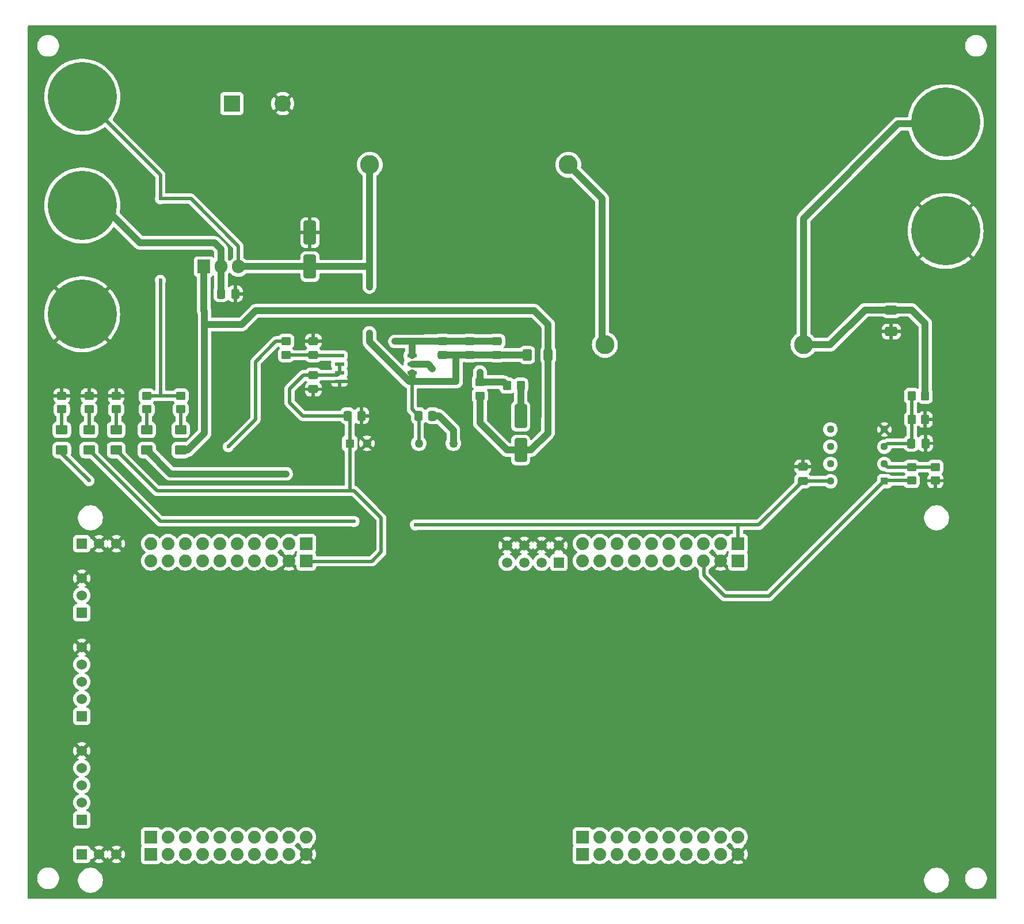
<source format=gbr>
%TF.GenerationSoftware,KiCad,Pcbnew,8.0.7*%
%TF.CreationDate,2025-03-02T11:56:15-05:00*%
%TF.ProjectId,Buck_PCB,4275636b-5f50-4434-922e-6b696361645f,v1*%
%TF.SameCoordinates,Original*%
%TF.FileFunction,Copper,L1,Top*%
%TF.FilePolarity,Positive*%
%FSLAX46Y46*%
G04 Gerber Fmt 4.6, Leading zero omitted, Abs format (unit mm)*
G04 Created by KiCad (PCBNEW 8.0.7) date 2025-03-02 11:56:15*
%MOMM*%
%LPD*%
G01*
G04 APERTURE LIST*
G04 Aperture macros list*
%AMRoundRect*
0 Rectangle with rounded corners*
0 $1 Rounding radius*
0 $2 $3 $4 $5 $6 $7 $8 $9 X,Y pos of 4 corners*
0 Add a 4 corners polygon primitive as box body*
4,1,4,$2,$3,$4,$5,$6,$7,$8,$9,$2,$3,0*
0 Add four circle primitives for the rounded corners*
1,1,$1+$1,$2,$3*
1,1,$1+$1,$4,$5*
1,1,$1+$1,$6,$7*
1,1,$1+$1,$8,$9*
0 Add four rect primitives between the rounded corners*
20,1,$1+$1,$2,$3,$4,$5,0*
20,1,$1+$1,$4,$5,$6,$7,0*
20,1,$1+$1,$6,$7,$8,$9,0*
20,1,$1+$1,$8,$9,$2,$3,0*%
G04 Aperture macros list end*
%TA.AperFunction,SMDPad,CuDef*%
%ADD10RoundRect,0.250001X-0.624999X0.462499X-0.624999X-0.462499X0.624999X-0.462499X0.624999X0.462499X0*%
%TD*%
%TA.AperFunction,SMDPad,CuDef*%
%ADD11RoundRect,0.250000X-0.475000X0.337500X-0.475000X-0.337500X0.475000X-0.337500X0.475000X0.337500X0*%
%TD*%
%TA.AperFunction,ComponentPad*%
%ADD12C,10.160000*%
%TD*%
%TA.AperFunction,SMDPad,CuDef*%
%ADD13RoundRect,0.250000X0.475000X-0.337500X0.475000X0.337500X-0.475000X0.337500X-0.475000X-0.337500X0*%
%TD*%
%TA.AperFunction,ComponentPad*%
%ADD14C,2.800000*%
%TD*%
%TA.AperFunction,SMDPad,CuDef*%
%ADD15RoundRect,0.250000X-0.400000X-0.625000X0.400000X-0.625000X0.400000X0.625000X-0.400000X0.625000X0*%
%TD*%
%TA.AperFunction,SMDPad,CuDef*%
%ADD16RoundRect,0.250000X0.350000X0.450000X-0.350000X0.450000X-0.350000X-0.450000X0.350000X-0.450000X0*%
%TD*%
%TA.AperFunction,SMDPad,CuDef*%
%ADD17RoundRect,0.250000X-0.350000X-0.450000X0.350000X-0.450000X0.350000X0.450000X-0.350000X0.450000X0*%
%TD*%
%TA.AperFunction,ComponentPad*%
%ADD18R,1.905000X2.000000*%
%TD*%
%TA.AperFunction,ComponentPad*%
%ADD19O,1.905000X2.000000*%
%TD*%
%TA.AperFunction,SMDPad,CuDef*%
%ADD20RoundRect,0.250000X-0.450000X0.350000X-0.450000X-0.350000X0.450000X-0.350000X0.450000X0.350000X0*%
%TD*%
%TA.AperFunction,SMDPad,CuDef*%
%ADD21RoundRect,0.250000X-0.650000X0.412500X-0.650000X-0.412500X0.650000X-0.412500X0.650000X0.412500X0*%
%TD*%
%TA.AperFunction,SMDPad,CuDef*%
%ADD22R,1.397000X0.508000*%
%TD*%
%TA.AperFunction,SMDPad,CuDef*%
%ADD23RoundRect,0.250000X0.450000X-0.350000X0.450000X0.350000X-0.450000X0.350000X-0.450000X-0.350000X0*%
%TD*%
%TA.AperFunction,SMDPad,CuDef*%
%ADD24RoundRect,0.250000X0.650000X-1.500000X0.650000X1.500000X-0.650000X1.500000X-0.650000X-1.500000X0*%
%TD*%
%TA.AperFunction,ComponentPad*%
%ADD25R,2.400000X2.400000*%
%TD*%
%TA.AperFunction,ComponentPad*%
%ADD26C,2.400000*%
%TD*%
%TA.AperFunction,SMDPad,CuDef*%
%ADD27RoundRect,0.250000X-0.337500X-0.475000X0.337500X-0.475000X0.337500X0.475000X-0.337500X0.475000X0*%
%TD*%
%TA.AperFunction,ComponentPad*%
%ADD28R,1.879600X1.879600*%
%TD*%
%TA.AperFunction,ComponentPad*%
%ADD29C,1.879600*%
%TD*%
%TA.AperFunction,ComponentPad*%
%ADD30R,1.524000X1.524000*%
%TD*%
%TA.AperFunction,ComponentPad*%
%ADD31C,1.524000*%
%TD*%
%TA.AperFunction,ComponentPad*%
%ADD32R,1.500000X1.500000*%
%TD*%
%TA.AperFunction,ComponentPad*%
%ADD33C,1.500000*%
%TD*%
%TA.AperFunction,SMDPad,CuDef*%
%ADD34RoundRect,0.250000X0.337500X0.475000X-0.337500X0.475000X-0.337500X-0.475000X0.337500X-0.475000X0*%
%TD*%
%TA.AperFunction,ComponentPad*%
%ADD35R,1.270000X1.270000*%
%TD*%
%TA.AperFunction,ComponentPad*%
%ADD36C,1.270000*%
%TD*%
%TA.AperFunction,ComponentPad*%
%ADD37R,1.130000X1.130000*%
%TD*%
%TA.AperFunction,ComponentPad*%
%ADD38C,1.130000*%
%TD*%
%TA.AperFunction,SMDPad,CuDef*%
%ADD39RoundRect,0.250000X-0.650000X1.500000X-0.650000X-1.500000X0.650000X-1.500000X0.650000X1.500000X0*%
%TD*%
%TA.AperFunction,ViaPad*%
%ADD40C,0.600000*%
%TD*%
%TA.AperFunction,Conductor*%
%ADD41C,0.500000*%
%TD*%
%TA.AperFunction,Conductor*%
%ADD42C,1.000000*%
%TD*%
G04 APERTURE END LIST*
D10*
%TO.P,D7,1,K*%
%TO.N,Net-(D7-K)*%
X43000000Y-118512500D03*
%TO.P,D7,2,A*%
%TO.N,/VG*%
X43000000Y-121487500D03*
%TD*%
D11*
%TO.P,C5,1*%
%TO.N,GND*%
X134500000Y-123962500D03*
%TO.P,C5,2*%
%TO.N,+3.3V*%
X134500000Y-126037500D03*
%TD*%
D10*
%TO.P,D6,1,K*%
%TO.N,Net-(D6-K)*%
X38000000Y-118512500D03*
%TO.P,D6,2,A*%
%TO.N,/GateDriver/ISO_12*%
X38000000Y-121487500D03*
%TD*%
D12*
%TO.P,J5,1,Pin_1*%
%TO.N,GND*%
X28500000Y-101500000D03*
%TD*%
D13*
%TO.P,C8,1*%
%TO.N,GND*%
X62500000Y-112537500D03*
%TO.P,C8,2*%
%TO.N,+5V*%
X62500000Y-110462500D03*
%TD*%
D14*
%TO.P,L1,1*%
%TO.N,/VSW*%
X70790000Y-79500000D03*
%TO.P,L1,2*%
%TO.N,Net-(L1-Pad2)*%
X100000000Y-79500000D03*
%TD*%
D15*
%TO.P,R11,1*%
%TO.N,/VSW*%
X93950000Y-107500000D03*
%TO.P,R11,2*%
%TO.N,/VG*%
X97050000Y-107500000D03*
%TD*%
D16*
%TO.P,R3,1*%
%TO.N,GND*%
X152500000Y-117000000D03*
%TO.P,R3,2*%
%TO.N,Net-(U1A-+)*%
X150500000Y-117000000D03*
%TD*%
D17*
%TO.P,R9,1*%
%TO.N,/GateDriver/GD_PWM*%
X91000000Y-112000000D03*
%TO.P,R9,2*%
%TO.N,Net-(D2-K)*%
X93000000Y-112000000D03*
%TD*%
D18*
%TO.P,Q1,1,G*%
%TO.N,/VG*%
X46397780Y-94500000D03*
D19*
%TO.P,Q1,2,D*%
%TO.N,/Power/Vin*%
X48937780Y-94500000D03*
%TO.P,Q1,3,S*%
%TO.N,/VSW*%
X51477780Y-94500000D03*
%TD*%
D13*
%TO.P,C11,1*%
%TO.N,/VSW*%
X85500000Y-107537500D03*
%TO.P,C11,2*%
%TO.N,/GateDriver/ISO_12*%
X85500000Y-105462500D03*
%TD*%
D20*
%TO.P,R8,1*%
%TO.N,/PWM*%
X58500000Y-105500000D03*
%TO.P,R8,2*%
%TO.N,/GateDriver/PWM_Filt*%
X58500000Y-107500000D03*
%TD*%
D17*
%TO.P,R4,1*%
%TO.N,Net-(U1A-+)*%
X150500000Y-113500000D03*
%TO.P,R4,2*%
%TO.N,/VOUT*%
X152500000Y-113500000D03*
%TD*%
D10*
%TO.P,D3,1,K*%
%TO.N,Net-(D3-K)*%
X25500000Y-118512500D03*
%TO.P,D3,2,A*%
%TO.N,/PWM*%
X25500000Y-121487500D03*
%TD*%
D20*
%TO.P,R12,1*%
%TO.N,/VSW*%
X38000000Y-113500000D03*
%TO.P,R12,2*%
%TO.N,Net-(D6-K)*%
X38000000Y-115500000D03*
%TD*%
D21*
%TO.P,C2,1*%
%TO.N,/VOUT*%
X147500000Y-100937500D03*
%TO.P,C2,2*%
%TO.N,GND*%
X147500000Y-104062500D03*
%TD*%
D22*
%TO.P,U3,1,IN*%
%TO.N,/GateDriver/PWM_Filt*%
X66332000Y-107595000D03*
%TO.P,U3,2,VCCI*%
%TO.N,+5V*%
X66332000Y-108865000D03*
%TO.P,U3,3,VCCI*%
X66332000Y-110135000D03*
%TO.P,U3,4,GND*%
%TO.N,GND*%
X66332000Y-111405000D03*
%TO.P,U3,5,VSS*%
%TO.N,/VSW*%
X77000000Y-111405000D03*
%TO.P,U3,6,VSS*%
X77000000Y-110135000D03*
%TO.P,U3,7,OUT*%
%TO.N,/GateDriver/GD_PWM*%
X77000000Y-108865000D03*
%TO.P,U3,8,VDD*%
%TO.N,/GateDriver/ISO_12*%
X77000000Y-107595000D03*
%TD*%
D23*
%TO.P,R6,1*%
%TO.N,Net-(D4-K)*%
X29500000Y-115500000D03*
%TO.P,R6,2*%
%TO.N,GND*%
X29500000Y-113500000D03*
%TD*%
D24*
%TO.P,D1,1,K*%
%TO.N,/VSW*%
X62000000Y-94500000D03*
%TO.P,D1,2,A*%
%TO.N,GND*%
X62000000Y-89500000D03*
%TD*%
D13*
%TO.P,C12,1*%
%TO.N,/VSW*%
X89500000Y-107537500D03*
%TO.P,C12,2*%
%TO.N,/GateDriver/ISO_12*%
X89500000Y-105462500D03*
%TD*%
D23*
%TO.P,R5,1*%
%TO.N,Net-(D3-K)*%
X25500000Y-115500000D03*
%TO.P,R5,2*%
%TO.N,GND*%
X25500000Y-113500000D03*
%TD*%
D20*
%TO.P,R10,1*%
%TO.N,/GateDriver/GD_PWM*%
X87000000Y-111500000D03*
%TO.P,R10,2*%
%TO.N,/VG*%
X87000000Y-113500000D03*
%TD*%
D25*
%TO.P,C3,1*%
%TO.N,/Power/Vin*%
X50500000Y-70500000D03*
D26*
%TO.P,C3,2*%
%TO.N,GND*%
X58000000Y-70500000D03*
%TD*%
D20*
%TO.P,R1,1*%
%TO.N,Net-(U1A--)*%
X154000000Y-124000000D03*
%TO.P,R1,2*%
%TO.N,GND*%
X154000000Y-126000000D03*
%TD*%
D23*
%TO.P,R2,1*%
%TO.N,/VFILT*%
X150500000Y-126000000D03*
%TO.P,R2,2*%
%TO.N,Net-(U1A--)*%
X150500000Y-124000000D03*
%TD*%
D10*
%TO.P,D4,1,K*%
%TO.N,Net-(D4-K)*%
X29500000Y-118512500D03*
%TO.P,D4,2,A*%
%TO.N,+3.3V*%
X29500000Y-121487500D03*
%TD*%
D20*
%TO.P,R13,1*%
%TO.N,/VSW*%
X43000000Y-113500000D03*
%TO.P,R13,2*%
%TO.N,Net-(D7-K)*%
X43000000Y-115500000D03*
%TD*%
D13*
%TO.P,C10,1*%
%TO.N,/VSW*%
X81500000Y-107537500D03*
%TO.P,C10,2*%
%TO.N,/GateDriver/ISO_12*%
X81500000Y-105462500D03*
%TD*%
D27*
%TO.P,C7,1*%
%TO.N,/VSW*%
X77962500Y-116452500D03*
%TO.P,C7,2*%
%TO.N,/GateDriver/ISO_12*%
X80037500Y-116452500D03*
%TD*%
D12*
%TO.P,J2,1,Pin_1*%
%TO.N,GND*%
X155500000Y-89250000D03*
%TD*%
D28*
%TO.P,U2,J1_1,3.3V_J1*%
%TO.N,+3.3V*%
X124964000Y-135266000D03*
D29*
%TO.P,U2,J1_2,GPIO32*%
%TO.N,unconnected-(U2A-GPIO32-PadJ1_2)*%
X122424000Y-135266000D03*
%TO.P,U2,J1_3,GPIO19/SCIRXDB*%
%TO.N,unconnected-(U2A-GPIO19{slash}SCIRXDB-PadJ1_3)*%
X119884000Y-135266000D03*
%TO.P,U2,J1_4,GPIO18/SCITXDB*%
%TO.N,unconnected-(U2A-GPIO18{slash}SCITXDB-PadJ1_4)*%
X117344000Y-135266000D03*
%TO.P,U2,J1_5,GPIO67*%
%TO.N,unconnected-(U2A-GPIO67-PadJ1_5)*%
X114804000Y-135266000D03*
%TO.P,U2,J1_6,GPIO111*%
%TO.N,unconnected-(U2A-GPIO111-PadJ1_6)*%
X112264000Y-135266000D03*
%TO.P,U2,J1_7,GPIO60/SPICLKA*%
%TO.N,unconnected-(U2A-GPIO60{slash}SPICLKA-PadJ1_7)*%
X109724000Y-135266000D03*
%TO.P,U2,J1_8,GPIO22*%
%TO.N,unconnected-(U2A-GPIO22-PadJ1_8)*%
X107184000Y-135266000D03*
%TO.P,U2,J1_9,GPIO105/I2CSCLA*%
%TO.N,unconnected-(U2A-GPIO105{slash}I2CSCLA-PadJ1_9)*%
X104644000Y-135266000D03*
%TO.P,U2,J1_10,GPIO104/I2CSDAA*%
%TO.N,unconnected-(U2A-GPIO104{slash}I2CSDAA-PadJ1_10)*%
X102104000Y-135266000D03*
D28*
%TO.P,U2,J2_1,GPIO29/OPXBAR6*%
%TO.N,unconnected-(U2B-GPIO29{slash}OPXBAR6-PadJ2_1)*%
X102104000Y-180986000D03*
D29*
%TO.P,U2,J2_2,GPIO125/SD1CLK2*%
%TO.N,unconnected-(U2B-GPIO125{slash}SD1CLK2-PadJ2_2)*%
X104644000Y-180986000D03*
%TO.P,U2,J2_3,GPIO124/SD1D2*%
%TO.N,unconnected-(U2B-GPIO124{slash}SD1D2-PadJ2_3)*%
X107184000Y-180986000D03*
%TO.P,U2,J2_4,GPIO59/SPIAMISO*%
%TO.N,unconnected-(U2B-GPIO59{slash}SPIAMISO-PadJ2_4)*%
X109724000Y-180986000D03*
%TO.P,U2,J2_5,GPIO58/SPIAMOSI*%
%TO.N,unconnected-(U2B-GPIO58{slash}SPIAMOSI-PadJ2_5)*%
X112264000Y-180986000D03*
%TO.P,U2,J2_6,~{RESET_J2}*%
%TO.N,unconnected-(U2B-~{RESET_J2}-PadJ2_6)*%
X114804000Y-180986000D03*
%TO.P,U2,J2_7,GPIO122/SD1D1*%
%TO.N,unconnected-(U2B-GPIO122{slash}SD1D1-PadJ2_7)*%
X117344000Y-180986000D03*
%TO.P,U2,J2_8,GPIO123/SD1CLK1*%
%TO.N,unconnected-(U2B-GPIO123{slash}SD1CLK1-PadJ2_8)*%
X119884000Y-180986000D03*
%TO.P,U2,J2_9,GPIO61/SPIACS*%
%TO.N,unconnected-(U2B-GPIO61{slash}SPIACS-PadJ2_9)*%
X122424000Y-180986000D03*
%TO.P,U2,J2_10,GND_J2*%
%TO.N,GND*%
X124964000Y-180986000D03*
D28*
%TO.P,U2,J3_1,+5V_J3*%
%TO.N,unconnected-(U2C-+5V_J3-PadJ3_1)*%
X124964000Y-137806000D03*
D29*
%TO.P,U2,J3_2,GND_J3*%
%TO.N,GND*%
X122424000Y-137806000D03*
%TO.P,U2,J3_3,ADCIN14/ANALOGIN*%
%TO.N,/VFILT*%
X119884000Y-137806000D03*
%TO.P,U2,J3_4,ADCINC3/ANALOGIN*%
%TO.N,unconnected-(U2C-ADCINC3{slash}ANALOGIN-PadJ3_4)*%
X117344000Y-137806000D03*
%TO.P,U2,J3_5,ADCINB3/ANALOGIN*%
%TO.N,unconnected-(U2C-ADCINB3{slash}ANALOGIN-PadJ3_5)*%
X114804000Y-137806000D03*
%TO.P,U2,J3_6,ADCINA3/ANALOGIN*%
%TO.N,unconnected-(U2C-ADCINA3{slash}ANALOGIN-PadJ3_6)*%
X112264000Y-137806000D03*
%TO.P,U2,J3_7,ADCINC2/ANALOGIN*%
%TO.N,unconnected-(U2C-ADCINC2{slash}ANALOGIN-PadJ3_7)*%
X109724000Y-137806000D03*
%TO.P,U2,J3_8,ADCINB2/ANALOGIN*%
%TO.N,unconnected-(U2C-ADCINB2{slash}ANALOGIN-PadJ3_8)*%
X107184000Y-137806000D03*
%TO.P,U2,J3_9,ADCINA2/ANALOGIN*%
%TO.N,unconnected-(U2C-ADCINA2{slash}ANALOGIN-PadJ3_9)*%
X104644000Y-137806000D03*
%TO.P,U2,J3_10,ADCINA0/ANALOGIN(DACA)*%
%TO.N,unconnected-(U2C-ADCINA0{slash}ANALOGIN(DACA)-PadJ3_10)*%
X102104000Y-137806000D03*
D28*
%TO.P,U2,J4_1,PWM/BASED/DAC2*%
%TO.N,unconnected-(U2D-PWM{slash}BASED{slash}DAC2-PadJ4_1)*%
X102104000Y-178446000D03*
D29*
%TO.P,U2,J4_2,PWM/BASED/DAC1*%
%TO.N,unconnected-(U2D-PWM{slash}BASED{slash}DAC1-PadJ4_2)*%
X104644000Y-178446000D03*
%TO.P,U2,J4_3,GPIO16/OPXBAR7*%
%TO.N,unconnected-(U2D-GPIO16{slash}OPXBAR7-PadJ4_3)*%
X107184000Y-178446000D03*
%TO.P,U2,J4_4,GPIO24/OPXBAR1*%
%TO.N,unconnected-(U2D-GPIO24{slash}OPXBAR1-PadJ4_4)*%
X109724000Y-178446000D03*
%TO.P,U2,J4_5,GPIO5/PWMOUT3B*%
%TO.N,unconnected-(U2D-GPIO5{slash}PWMOUT3B-PadJ4_5)*%
X112264000Y-178446000D03*
%TO.P,U2,J4_6,GPIO4/PWMOUT3A*%
%TO.N,unconnected-(U2D-GPIO4{slash}PWMOUT3A-PadJ4_6)*%
X114804000Y-178446000D03*
%TO.P,U2,J4_7,GPIO3/PWMOUT2B*%
%TO.N,unconnected-(U2D-GPIO3{slash}PWMOUT2B-PadJ4_7)*%
X117344000Y-178446000D03*
%TO.P,U2,J4_8,GPIO2//PWMOUT2A*%
%TO.N,unconnected-(U2D-GPIO2{slash}{slash}PWMOUT2A-PadJ4_8)*%
X119884000Y-178446000D03*
%TO.P,U2,J4_9,GPIO1/PWMOUT1B*%
%TO.N,unconnected-(U2D-GPIO1{slash}PWMOUT1B-PadJ4_9)*%
X122424000Y-178446000D03*
%TO.P,U2,J4_10,GPIO0/PWMOUT1A*%
%TO.N,unconnected-(U2D-GPIO0{slash}PWMOUT1A-PadJ4_10)*%
X124964000Y-178446000D03*
D28*
%TO.P,U2,J5_1,3.3V_J5*%
%TO.N,unconnected-(U2E-3.3V_J5-PadJ5_1)*%
X61464000Y-135266000D03*
D29*
%TO.P,U2,J5_2,GPIO95*%
%TO.N,unconnected-(U2E-GPIO95-PadJ5_2)*%
X58924000Y-135266000D03*
%TO.P,U2,J5_3,GPIO139/SCICRX*%
%TO.N,unconnected-(U2E-GPIO139{slash}SCICRX-PadJ5_3)*%
X56384000Y-135266000D03*
%TO.P,U2,J5_4,GPIO56/SCICIX*%
%TO.N,unconnected-(U2E-GPIO56{slash}SCICIX-PadJ5_4)*%
X53844000Y-135266000D03*
%TO.P,U2,J5_5,GPIO97*%
%TO.N,unconnected-(U2E-GPIO97-PadJ5_5)*%
X51304000Y-135266000D03*
%TO.P,U2,J5_6,GPIO94*%
%TO.N,unconnected-(U2E-GPIO94-PadJ5_6)*%
X48764000Y-135266000D03*
%TO.P,U2,J5_7,GPIO65/SPIBCLK*%
%TO.N,unconnected-(U2E-GPIO65{slash}SPIBCLK-PadJ5_7)*%
X46224000Y-135266000D03*
%TO.P,U2,J5_8,GPIO52*%
%TO.N,unconnected-(U2E-GPIO52-PadJ5_8)*%
X43684000Y-135266000D03*
%TO.P,U2,J5_9,GPIO41/I2CSCLB/J5*%
%TO.N,unconnected-(U2E-GPIO41{slash}I2CSCLB{slash}J5-PadJ5_9)*%
X41144000Y-135266000D03*
%TO.P,U2,J5_10,GPIO40/I2CSDAB/J5*%
%TO.N,unconnected-(U2E-GPIO40{slash}I2CSDAB{slash}J5-PadJ5_10)*%
X38604000Y-135266000D03*
D28*
%TO.P,U2,J6_1,GPIO25/OPXBAR2*%
%TO.N,unconnected-(U2F-GPIO25{slash}OPXBAR2-PadJ6_1)*%
X38604000Y-180986000D03*
D29*
%TO.P,U2,J6_2,GPIO27/SD2CLK2*%
%TO.N,unconnected-(U2F-GPIO27{slash}SD2CLK2-PadJ6_2)*%
X41144000Y-180986000D03*
%TO.P,U2,J6_3,GPIO26/SD2D2*%
%TO.N,unconnected-(U2F-GPIO26{slash}SD2D2-PadJ6_3)*%
X43684000Y-180986000D03*
%TO.P,U2,J6_4,GPIO64/SPIBMISO*%
%TO.N,unconnected-(U2F-GPIO64{slash}SPIBMISO-PadJ6_4)*%
X46224000Y-180986000D03*
%TO.P,U2,J6_5,GPIO63/SPIBMOSI*%
%TO.N,unconnected-(U2F-GPIO63{slash}SPIBMOSI-PadJ6_5)*%
X48764000Y-180986000D03*
%TO.P,U2,J6_6,~{RESET_J6}*%
%TO.N,unconnected-(U2F-~{RESET_J6}-PadJ6_6)*%
X51304000Y-180986000D03*
%TO.P,U2,J6_7,GPIO130/SD2D1*%
%TO.N,unconnected-(U2F-GPIO130{slash}SD2D1-PadJ6_7)*%
X53844000Y-180986000D03*
%TO.P,U2,J6_8,GPIO131/SD2CLK1*%
%TO.N,unconnected-(U2F-GPIO131{slash}SD2CLK1-PadJ6_8)*%
X56384000Y-180986000D03*
%TO.P,U2,J6_9,GPIO66/SPIBCS*%
%TO.N,unconnected-(U2F-GPIO66{slash}SPIBCS-PadJ6_9)*%
X58924000Y-180986000D03*
%TO.P,U2,J6_10,GND_J6*%
%TO.N,GND*%
X61464000Y-180986000D03*
D28*
%TO.P,U2,J7_1,+5V_J7*%
%TO.N,+5V*%
X61464000Y-137806000D03*
D29*
%TO.P,U2,J7_2,GND_J7*%
%TO.N,GND*%
X58924000Y-137806000D03*
%TO.P,U2,J7_3,ADCIN15/ANALOGIN*%
%TO.N,unconnected-(U2G-ADCIN15{slash}ANALOGIN-PadJ7_3)*%
X56384000Y-137806000D03*
%TO.P,U2,J7_4,ADCINC5/ANALOGIN*%
%TO.N,unconnected-(U2G-ADCINC5{slash}ANALOGIN-PadJ7_4)*%
X53844000Y-137806000D03*
%TO.P,U2,J7_5,ADCINB5/ANALOGIN*%
%TO.N,unconnected-(U2G-ADCINB5{slash}ANALOGIN-PadJ7_5)*%
X51304000Y-137806000D03*
%TO.P,U2,J7_6,ADCINA5/ANALOGIN*%
%TO.N,unconnected-(U2G-ADCINA5{slash}ANALOGIN-PadJ7_6)*%
X48764000Y-137806000D03*
%TO.P,U2,J7_7,ADCINC4/ANALOGIN*%
%TO.N,unconnected-(U2G-ADCINC4{slash}ANALOGIN-PadJ7_7)*%
X46224000Y-137806000D03*
%TO.P,U2,J7_8,ADCINB4/ANALOGIN*%
%TO.N,unconnected-(U2G-ADCINB4{slash}ANALOGIN-PadJ7_8)*%
X43684000Y-137806000D03*
%TO.P,U2,J7_9,ADCINA4/ANALOGIN*%
%TO.N,unconnected-(U2G-ADCINA4{slash}ANALOGIN-PadJ7_9)*%
X41144000Y-137806000D03*
%TO.P,U2,J7_10,ADCINA1/ANALOGIN(DACB)*%
%TO.N,unconnected-(U2G-ADCINA1{slash}ANALOGIN(DACB)-PadJ7_10)*%
X38604000Y-137806000D03*
D28*
%TO.P,U2,J8_1,PWM/BASED/DAC4*%
%TO.N,unconnected-(U2H-PWM{slash}BASED{slash}DAC4-PadJ8_1)*%
X38604000Y-178446000D03*
D29*
%TO.P,U2,J8_2,PWM/BASED/DAC3*%
%TO.N,unconnected-(U2H-PWM{slash}BASED{slash}DAC3-PadJ8_2)*%
X41144000Y-178446000D03*
%TO.P,U2,J8_3,GPIO15/OPXBAR4*%
%TO.N,unconnected-(U2H-GPIO15{slash}OPXBAR4-PadJ8_3)*%
X43684000Y-178446000D03*
%TO.P,U2,J8_4,GPIO14/OPXBAR3*%
%TO.N,unconnected-(U2H-GPIO14{slash}OPXBAR3-PadJ8_4)*%
X46224000Y-178446000D03*
%TO.P,U2,J8_5,GPIO11/PWMOUT6B*%
%TO.N,/PWM*%
X48764000Y-178446000D03*
%TO.P,U2,J8_6,GPIO10/PWMOUT6A*%
%TO.N,unconnected-(U2H-GPIO10{slash}PWMOUT6A-PadJ8_6)*%
X51304000Y-178446000D03*
%TO.P,U2,J8_7,GPIO9/PWMOUT5B*%
%TO.N,unconnected-(U2H-GPIO9{slash}PWMOUT5B-PadJ8_7)*%
X53844000Y-178446000D03*
%TO.P,U2,J8_8,GPIO8/PWMOUT5A*%
%TO.N,unconnected-(U2H-GPIO8{slash}PWMOUT5A-PadJ8_8)*%
X56384000Y-178446000D03*
%TO.P,U2,J8_9,GPIO7/PWMOUT4B*%
%TO.N,unconnected-(U2H-GPIO7{slash}PWMOUT4B-PadJ8_9)*%
X58924000Y-178446000D03*
%TO.P,U2,J8_10,GPIO6/PWMOUT4A*%
%TO.N,unconnected-(U2H-GPIO6{slash}PWMOUT4A-PadJ8_10)*%
X61464000Y-178446000D03*
D30*
%TO.P,U2,J10_1,+3V_J10*%
%TO.N,unconnected-(U2I-+3V_J10-PadJ10_1)*%
X28444000Y-180986000D03*
D31*
%TO.P,U2,J10_2,GND_J10*%
%TO.N,GND*%
X30984000Y-180986000D03*
%TO.P,U2,J10_3,GND_J10__1*%
X33524000Y-180986000D03*
D30*
%TO.P,U2,J12_1,CANH*%
%TO.N,unconnected-(U2J-CANH-PadJ12_1)*%
X28444000Y-145426000D03*
D31*
%TO.P,U2,J12_2,CANL*%
%TO.N,unconnected-(U2J-CANL-PadJ12_2)*%
X28444000Y-142886000D03*
%TO.P,U2,J12_3,GND_J12*%
%TO.N,GND*%
X28444000Y-140346000D03*
D30*
%TO.P,U2,J14_1,EQEP1A*%
%TO.N,unconnected-(U2K-EQEP1A-PadJ14_1)*%
X28444000Y-175906000D03*
D31*
%TO.P,U2,J14_2,EQEP1B*%
%TO.N,unconnected-(U2K-EQEP1B-PadJ14_2)*%
X28444000Y-173366000D03*
%TO.P,U2,J14_3,EQEP1I*%
%TO.N,unconnected-(U2K-EQEP1I-PadJ14_3)*%
X28444000Y-170826000D03*
%TO.P,U2,J14_4,+5V_J14*%
%TO.N,unconnected-(U2K-+5V_J14-PadJ14_4)*%
X28444000Y-168286000D03*
%TO.P,U2,J14_5,GND_J14*%
%TO.N,GND*%
X28444000Y-165746000D03*
D30*
%TO.P,U2,J15_1,EQEP2A*%
%TO.N,unconnected-(U2L-EQEP2A-PadJ15_1)*%
X28444000Y-160666000D03*
D31*
%TO.P,U2,J15_2,EQEP2B*%
%TO.N,unconnected-(U2L-EQEP2B-PadJ15_2)*%
X28444000Y-158126000D03*
%TO.P,U2,J15_3,EQEP2I*%
%TO.N,unconnected-(U2L-EQEP2I-PadJ15_3)*%
X28444000Y-155586000D03*
%TO.P,U2,J15_4,+5V_J15*%
%TO.N,unconnected-(U2L-+5V_J15-PadJ15_4)*%
X28444000Y-153046000D03*
%TO.P,U2,J15_5,GND_J15*%
%TO.N,GND*%
X28444000Y-150506000D03*
D30*
%TO.P,U2,J16_1,+5V_J16*%
%TO.N,unconnected-(U2N-+5V_J16-PadJ16_1)*%
X28444000Y-135266000D03*
D31*
%TO.P,U2,J16_2,GND_J16*%
%TO.N,GND*%
X30984000Y-135266000D03*
%TO.P,U2,J16_3,GND_J16__1*%
X33524000Y-135266000D03*
D32*
%TO.P,U2,J21_1,ADCIND0*%
%TO.N,unconnected-(U2M-ADCIND0-PadJ21_1)*%
X98620000Y-138040000D03*
D33*
%TO.P,U2,J21_2,TP21/GND*%
%TO.N,GND*%
X98620000Y-135500000D03*
%TO.P,U2,J21_3,ADCIND1*%
%TO.N,unconnected-(U2M-ADCIND1-PadJ21_3)*%
X96080000Y-138040000D03*
%TO.P,U2,J21_4,TP22/GND*%
%TO.N,GND*%
X96080000Y-135500000D03*
%TO.P,U2,J21_5,ADCIND2*%
%TO.N,unconnected-(U2M-ADCIND2-PadJ21_5)*%
X93540000Y-138040000D03*
%TO.P,U2,J21_6,TP23/GND*%
%TO.N,GND*%
X93540000Y-135500000D03*
%TO.P,U2,J21_7,ADCIND3*%
%TO.N,unconnected-(U2M-ADCIND3-PadJ21_7)*%
X91000000Y-138040000D03*
%TO.P,U2,J21_8,TP24/GND*%
%TO.N,GND*%
X91000000Y-135500000D03*
%TD*%
D12*
%TO.P,J3,1,Pin_1*%
%TO.N,/VSW*%
X28500000Y-69500000D03*
%TD*%
D34*
%TO.P,C6,1*%
%TO.N,GND*%
X69585000Y-116452500D03*
%TO.P,C6,2*%
%TO.N,+5V*%
X67510000Y-116452500D03*
%TD*%
D10*
%TO.P,D5,1,K*%
%TO.N,Net-(D5-K)*%
X33500000Y-118512500D03*
%TO.P,D5,2,A*%
%TO.N,+5V*%
X33500000Y-121487500D03*
%TD*%
D12*
%TO.P,J4,1,Pin_1*%
%TO.N,/VOUT*%
X155500000Y-73250000D03*
%TD*%
D35*
%TO.P,U4,1,+VIN(VCC)*%
%TO.N,+5V*%
X67850000Y-120500000D03*
D36*
%TO.P,U4,2,-VIN(GGND)*%
%TO.N,GND*%
X70390000Y-120500000D03*
%TO.P,U4,5,-VOUT*%
%TO.N,/VSW*%
X78010000Y-120500000D03*
%TO.P,U4,7,+VOUT*%
%TO.N,/GateDriver/ISO_12*%
X83090000Y-120500000D03*
%TD*%
D13*
%TO.P,C9,1*%
%TO.N,/GateDriver/PWM_Filt*%
X62500000Y-107537500D03*
%TO.P,C9,2*%
%TO.N,GND*%
X62500000Y-105462500D03*
%TD*%
D37*
%TO.P,U1,1*%
%TO.N,/VFILT*%
X146500000Y-126080000D03*
D38*
%TO.P,U1,2,-*%
%TO.N,Net-(U1A--)*%
X146500000Y-123540000D03*
%TO.P,U1,3,+*%
%TO.N,Net-(U1A-+)*%
X146500000Y-121000000D03*
%TO.P,U1,4,V-*%
%TO.N,GND*%
X146500000Y-118460000D03*
%TO.P,U1,5,+*%
%TO.N,unconnected-(U1B-+-Pad5)*%
X138560000Y-118460000D03*
%TO.P,U1,6,-*%
%TO.N,unconnected-(U1B---Pad6)*%
X138560000Y-121000000D03*
%TO.P,U1,7*%
%TO.N,unconnected-(U1-Pad7)*%
X138560000Y-123540000D03*
%TO.P,U1,8,V+*%
%TO.N,+3.3V*%
X138560000Y-126080000D03*
%TD*%
D12*
%TO.P,J1,1,Pin_1*%
%TO.N,/Power/Vin*%
X28500000Y-85500000D03*
%TD*%
D27*
%TO.P,C1,1*%
%TO.N,Net-(U1A-+)*%
X150462500Y-120500000D03*
%TO.P,C1,2*%
%TO.N,GND*%
X152537500Y-120500000D03*
%TD*%
%TO.P,C4,1*%
%TO.N,/Power/Vin*%
X48940280Y-98500000D03*
%TO.P,C4,2*%
%TO.N,GND*%
X51015280Y-98500000D03*
%TD*%
D39*
%TO.P,D2,1,K*%
%TO.N,Net-(D2-K)*%
X93000000Y-116500000D03*
%TO.P,D2,2,A*%
%TO.N,/VG*%
X93000000Y-121500000D03*
%TD*%
D14*
%TO.P,L2,1*%
%TO.N,Net-(L1-Pad2)*%
X105395000Y-106000000D03*
%TO.P,L2,2*%
%TO.N,/VOUT*%
X134605000Y-106000000D03*
%TD*%
D23*
%TO.P,R7,1*%
%TO.N,Net-(D5-K)*%
X33500000Y-115500000D03*
%TO.P,R7,2*%
%TO.N,GND*%
X33500000Y-113500000D03*
%TD*%
D40*
%TO.N,GND*%
X53500000Y-98500000D03*
X65500000Y-113500000D03*
X62000000Y-85500000D03*
X72000000Y-118000000D03*
%TO.N,+3.3V*%
X77500000Y-132500000D03*
X68500000Y-132000000D03*
%TO.N,/GateDriver/ISO_12*%
X74500000Y-105500000D03*
X58500000Y-125000000D03*
%TO.N,/VSW*%
X40000000Y-96500000D03*
X40000000Y-84500000D03*
X70750000Y-104250000D03*
X70750000Y-97500000D03*
%TO.N,/PWM*%
X50000000Y-121000000D03*
X29500000Y-126000000D03*
%TO.N,/GateDriver/GD_PWM*%
X80000000Y-109500000D03*
X87000000Y-110000000D03*
%TD*%
D41*
%TO.N,Net-(U1A-+)*%
X150500000Y-113500000D02*
X150500000Y-117000000D01*
X147000000Y-120500000D02*
X146500000Y-121000000D01*
X150462500Y-120500000D02*
X147000000Y-120500000D01*
X150500000Y-117000000D02*
X150500000Y-120462500D01*
X150500000Y-120462500D02*
X150462500Y-120500000D01*
%TO.N,+3.3V*%
X29500000Y-121500000D02*
X29500000Y-121487500D01*
X40000000Y-132000000D02*
X29500000Y-121500000D01*
X125180000Y-135320000D02*
X125000000Y-135320000D01*
X125000000Y-132500000D02*
X128037500Y-132500000D01*
X125000000Y-132500000D02*
X124964000Y-132536000D01*
X124964000Y-132536000D02*
X124964000Y-135266000D01*
X68500000Y-132000000D02*
X40000000Y-132000000D01*
X134500000Y-126037500D02*
X138517500Y-126037500D01*
X128037500Y-132500000D02*
X134500000Y-126037500D01*
X138517500Y-126037500D02*
X138560000Y-126080000D01*
X125000000Y-132500000D02*
X77500000Y-132500000D01*
%TO.N,Net-(U1A--)*%
X146960000Y-124000000D02*
X146500000Y-123540000D01*
X154000000Y-124000000D02*
X150500000Y-124000000D01*
X150500000Y-124000000D02*
X146960000Y-124000000D01*
%TO.N,/VFILT*%
X129500000Y-143000000D02*
X123000000Y-143000000D01*
X119920000Y-139920000D02*
X119920000Y-137860000D01*
X150500000Y-126000000D02*
X146580000Y-126000000D01*
X146580000Y-126000000D02*
X146500000Y-126080000D01*
X146500000Y-126080000D02*
X146420000Y-126080000D01*
X146420000Y-126080000D02*
X129500000Y-143000000D01*
X123000000Y-143000000D02*
X119920000Y-139920000D01*
D42*
%TO.N,/VOUT*%
X134605000Y-106000000D02*
X134605000Y-87395000D01*
X150500000Y-100867677D02*
X152500000Y-102867677D01*
X148500000Y-73500000D02*
X150500000Y-73500000D01*
X134605000Y-106000000D02*
X138500000Y-106000000D01*
X134605000Y-87395000D02*
X148500000Y-73500000D01*
X143632323Y-100867677D02*
X150500000Y-100867677D01*
X152500000Y-102867677D02*
X152500000Y-113500000D01*
X138500000Y-106000000D02*
X143632323Y-100867677D01*
D41*
%TO.N,Net-(D6-K)*%
X38000000Y-118512500D02*
X38000000Y-115500000D01*
D42*
%TO.N,/Power/Vin*%
X48000000Y-91000000D02*
X37000000Y-91000000D01*
X48937780Y-94500000D02*
X48937780Y-91937780D01*
X37000000Y-91000000D02*
X28500000Y-82500000D01*
X48937780Y-98410000D02*
X49027780Y-98500000D01*
X48937780Y-94500000D02*
X48937780Y-98410000D01*
X48937780Y-91937780D02*
X48000000Y-91000000D01*
D41*
%TO.N,+5V*%
X66197000Y-110000000D02*
X66332000Y-110135000D01*
X67510000Y-116452500D02*
X60952500Y-116452500D01*
X68500000Y-127500000D02*
X72500000Y-131500000D01*
X60952500Y-116452500D02*
X59000000Y-114500000D01*
X59000000Y-114500000D02*
X59000000Y-112500000D01*
X67850000Y-120500000D02*
X67850000Y-127500000D01*
X67850000Y-116792500D02*
X67510000Y-116452500D01*
X66004500Y-110462500D02*
X66332000Y-110135000D01*
X67850000Y-120500000D02*
X67850000Y-116792500D01*
X62827500Y-110135000D02*
X62500000Y-110462500D01*
X39500000Y-127500000D02*
X68500000Y-127500000D01*
X71140000Y-137860000D02*
X61500000Y-137860000D01*
X61037500Y-110462500D02*
X59000000Y-112500000D01*
X33500000Y-121487500D02*
X33500000Y-121500000D01*
X62500000Y-110462500D02*
X66004500Y-110462500D01*
X72500000Y-131500000D02*
X72500000Y-136500000D01*
X67510000Y-116452500D02*
X67397500Y-116565000D01*
X33500000Y-121500000D02*
X39500000Y-127500000D01*
X72500000Y-136500000D02*
X71140000Y-137860000D01*
X67850000Y-127500000D02*
X68500000Y-127500000D01*
X66332000Y-110135000D02*
X66332000Y-108865000D01*
X62500000Y-110462500D02*
X61037500Y-110462500D01*
D42*
%TO.N,/GateDriver/ISO_12*%
X85500000Y-105462500D02*
X89500000Y-105462500D01*
X41500000Y-125000000D02*
X38000000Y-121500000D01*
X81500000Y-105462500D02*
X79037500Y-105462500D01*
X74500000Y-105500000D02*
X79000000Y-105500000D01*
X38000000Y-121500000D02*
X38000000Y-121487500D01*
X79000000Y-105500000D02*
X79037500Y-105462500D01*
X58500000Y-125000000D02*
X41500000Y-125000000D01*
X80037500Y-116452500D02*
X80990000Y-116452500D01*
X80990000Y-116452500D02*
X83090000Y-118552500D01*
X77000000Y-105925000D02*
X77000000Y-107595000D01*
X83090000Y-120500000D02*
X83090000Y-118552500D01*
X81500000Y-105462500D02*
X85500000Y-105462500D01*
D41*
%TO.N,/GateDriver/PWM_Filt*%
X62500000Y-107537500D02*
X58537500Y-107537500D01*
X62557500Y-107595000D02*
X62500000Y-107537500D01*
X66332000Y-107595000D02*
X62557500Y-107595000D01*
X58537500Y-107537500D02*
X58500000Y-107500000D01*
%TO.N,/VSW*%
X40000000Y-84500000D02*
X44500000Y-84500000D01*
D42*
X77000000Y-111405000D02*
X77000000Y-110135000D01*
X93912500Y-107537500D02*
X94000000Y-107450000D01*
X77000000Y-111405000D02*
X76571500Y-111405000D01*
X76571500Y-111405000D02*
X70750000Y-105583500D01*
X70790000Y-82315000D02*
X70790000Y-79500000D01*
D41*
X77000000Y-115500000D02*
X77000000Y-111405000D01*
D42*
X78010000Y-116510000D02*
X77952500Y-116452500D01*
X89500000Y-107537500D02*
X85500000Y-107537500D01*
X85500000Y-107537500D02*
X81500000Y-107537500D01*
X70750000Y-97500000D02*
X70750000Y-94500000D01*
X89537500Y-107500000D02*
X89500000Y-107537500D01*
X77000000Y-111405000D02*
X80000000Y-111405000D01*
D41*
X40000000Y-113500000D02*
X38000000Y-113500000D01*
D42*
X70750000Y-105583500D02*
X70750000Y-104250000D01*
X58977780Y-94500000D02*
X61000000Y-94500000D01*
X70750000Y-94500000D02*
X70750000Y-82355000D01*
D41*
X40000000Y-96500000D02*
X40000000Y-113500000D01*
D42*
X80000000Y-111405000D02*
X83500000Y-111405000D01*
X70750000Y-82355000D02*
X70790000Y-82315000D01*
D41*
X40000000Y-113500000D02*
X43000000Y-113500000D01*
X44500000Y-84500000D02*
X51477780Y-91477780D01*
D42*
X77962500Y-116452500D02*
X77952500Y-116452500D01*
D41*
X77952500Y-116452500D02*
X77000000Y-115500000D01*
X51477780Y-91477780D02*
X51477780Y-94500000D01*
D42*
X93950000Y-107500000D02*
X89537500Y-107500000D01*
X83500000Y-111405000D02*
X83500000Y-107537500D01*
X60750000Y-94500000D02*
X61000000Y-94500000D01*
X61000000Y-94500000D02*
X70750000Y-94500000D01*
D41*
X78010000Y-120500000D02*
X78010000Y-116510000D01*
X40000000Y-84500000D02*
X40000000Y-81000000D01*
D42*
X51477780Y-94500000D02*
X58977780Y-94500000D01*
D41*
X40000000Y-81000000D02*
X28500000Y-69500000D01*
%TO.N,/PWM*%
X25500000Y-122000000D02*
X25500000Y-121487500D01*
X29500000Y-126000000D02*
X25500000Y-122000000D01*
X54000000Y-117000000D02*
X54000000Y-108500000D01*
X54000000Y-108500000D02*
X57000000Y-105500000D01*
X50000000Y-121000000D02*
X54000000Y-117000000D01*
X57000000Y-105500000D02*
X58500000Y-105500000D01*
D42*
%TO.N,/VG*%
X97000000Y-119000000D02*
X97000000Y-117000000D01*
X87000000Y-113500000D02*
X87000000Y-117500000D01*
X52000000Y-103000000D02*
X54000000Y-101000000D01*
X94500000Y-121500000D02*
X97000000Y-119000000D01*
X97050000Y-116950000D02*
X97000000Y-117000000D01*
X46500000Y-101102220D02*
X46500000Y-119000000D01*
X97050000Y-107500000D02*
X97050000Y-116950000D01*
X46397780Y-101000000D02*
X46397780Y-94500000D01*
X46500000Y-119000000D02*
X44012500Y-121487500D01*
X46500000Y-103000000D02*
X52000000Y-103000000D01*
X95000000Y-101000000D02*
X97050000Y-103050000D01*
X97050000Y-103050000D02*
X97050000Y-107500000D01*
X91000000Y-121500000D02*
X94500000Y-121500000D01*
X54000000Y-101000000D02*
X95000000Y-101000000D01*
X44012500Y-121487500D02*
X43000000Y-121487500D01*
X87000000Y-117500000D02*
X91000000Y-121500000D01*
X46397780Y-101000000D02*
X46500000Y-101102220D01*
%TO.N,/GateDriver/GD_PWM*%
X91000000Y-112000000D02*
X90500000Y-111500000D01*
X77000000Y-108865000D02*
X79365000Y-108865000D01*
X79365000Y-108865000D02*
X80000000Y-109500000D01*
X90500000Y-111500000D02*
X87000000Y-111500000D01*
X87000000Y-111500000D02*
X87000000Y-110000000D01*
%TO.N,Net-(L1-Pad2)*%
X105000000Y-105605000D02*
X105000000Y-84500000D01*
X105000000Y-84500000D02*
X100000000Y-79500000D01*
D41*
%TO.N,Net-(D3-K)*%
X25500000Y-118512500D02*
X25500000Y-115500000D01*
%TO.N,Net-(D4-K)*%
X29500000Y-118512500D02*
X29500000Y-115500000D01*
%TO.N,Net-(D5-K)*%
X33500000Y-118512500D02*
X33500000Y-115500000D01*
%TO.N,Net-(D7-K)*%
X43000000Y-118512500D02*
X43000000Y-115500000D01*
D42*
%TO.N,Net-(D2-K)*%
X93000000Y-116500000D02*
X93000000Y-112000000D01*
%TD*%
%TA.AperFunction,Conductor*%
%TO.N,GND*%
G36*
X60275904Y-179269071D02*
G01*
X60297809Y-179294350D01*
X60323506Y-179333682D01*
X60485168Y-179509295D01*
X60625021Y-179618146D01*
X60625427Y-179618462D01*
X60666240Y-179675173D01*
X60669915Y-179744946D01*
X60637006Y-179802610D01*
X60636840Y-179805287D01*
X61328058Y-180496504D01*
X61267919Y-180512619D01*
X61152080Y-180579498D01*
X61057498Y-180674080D01*
X60990619Y-180789919D01*
X60974504Y-180850057D01*
X60284057Y-180159609D01*
X60271366Y-180160925D01*
X60244955Y-180183464D01*
X60175723Y-180192885D01*
X60112388Y-180163381D01*
X60090488Y-180138105D01*
X60064495Y-180098320D01*
X60064494Y-180098318D01*
X59902832Y-179922705D01*
X59762978Y-179813853D01*
X59722166Y-179757143D01*
X59718491Y-179687370D01*
X59753122Y-179626687D01*
X59762979Y-179618146D01*
X59902832Y-179509295D01*
X60064494Y-179333682D01*
X60090191Y-179294350D01*
X60143337Y-179248993D01*
X60212568Y-179239569D01*
X60275904Y-179269071D01*
G37*
%TD.AperFunction*%
%TA.AperFunction,Conductor*%
G36*
X123775904Y-179269071D02*
G01*
X123797809Y-179294350D01*
X123823506Y-179333682D01*
X123985168Y-179509295D01*
X124125021Y-179618146D01*
X124125427Y-179618462D01*
X124166240Y-179675173D01*
X124169915Y-179744946D01*
X124137006Y-179802610D01*
X124136840Y-179805287D01*
X124828058Y-180496504D01*
X124767919Y-180512619D01*
X124652080Y-180579498D01*
X124557498Y-180674080D01*
X124490619Y-180789919D01*
X124474504Y-180850057D01*
X123784057Y-180159609D01*
X123771366Y-180160925D01*
X123744955Y-180183464D01*
X123675723Y-180192885D01*
X123612388Y-180163381D01*
X123590488Y-180138105D01*
X123564495Y-180098320D01*
X123564494Y-180098318D01*
X123402832Y-179922705D01*
X123262978Y-179813853D01*
X123222166Y-179757143D01*
X123218491Y-179687370D01*
X123253122Y-179626687D01*
X123262979Y-179618146D01*
X123402832Y-179509295D01*
X123564494Y-179333682D01*
X123590191Y-179294350D01*
X123643337Y-179248993D01*
X123712568Y-179239569D01*
X123775904Y-179269071D01*
G37*
%TD.AperFunction*%
%TA.AperFunction,Conductor*%
G36*
X121235904Y-136089071D02*
G01*
X121257809Y-136114350D01*
X121283506Y-136153682D01*
X121445168Y-136329295D01*
X121521965Y-136389068D01*
X121585427Y-136438462D01*
X121626240Y-136495173D01*
X121629915Y-136564946D01*
X121597006Y-136622610D01*
X121596840Y-136625287D01*
X122288058Y-137316504D01*
X122227919Y-137332619D01*
X122112080Y-137399498D01*
X122017498Y-137494080D01*
X121950619Y-137609919D01*
X121934504Y-137670057D01*
X121244057Y-136979609D01*
X121231366Y-136980925D01*
X121204955Y-137003464D01*
X121135723Y-137012885D01*
X121072388Y-136983381D01*
X121050488Y-136958105D01*
X121050192Y-136957652D01*
X121024494Y-136918318D01*
X120862832Y-136742705D01*
X120722978Y-136633853D01*
X120682166Y-136577143D01*
X120678491Y-136507370D01*
X120713122Y-136446687D01*
X120722979Y-136438146D01*
X120862832Y-136329295D01*
X121024494Y-136153682D01*
X121050191Y-136114350D01*
X121103337Y-136068993D01*
X121172568Y-136059569D01*
X121235904Y-136089071D01*
G37*
%TD.AperFunction*%
%TA.AperFunction,Conductor*%
G36*
X123506326Y-136340600D02*
G01*
X123556651Y-136389068D01*
X123565136Y-136407196D01*
X123580402Y-136448128D01*
X123580405Y-136448134D01*
X123590554Y-136461691D01*
X123614970Y-136527155D01*
X123600117Y-136595428D01*
X123590554Y-136610309D01*
X123580405Y-136623865D01*
X123580402Y-136623871D01*
X123530108Y-136758717D01*
X123523701Y-136818316D01*
X123523701Y-136818323D01*
X123523700Y-136818335D01*
X123523700Y-137008491D01*
X123504015Y-137075530D01*
X123487381Y-137096172D01*
X122913495Y-137670057D01*
X122897381Y-137609919D01*
X122830502Y-137494080D01*
X122735920Y-137399498D01*
X122620081Y-137332619D01*
X122559941Y-137316504D01*
X123251159Y-136625287D01*
X123250685Y-136617653D01*
X123221757Y-136577456D01*
X123218085Y-136507683D01*
X123252718Y-136447000D01*
X123262559Y-136438473D01*
X123372794Y-136352674D01*
X123437786Y-136327033D01*
X123506326Y-136340600D01*
G37*
%TD.AperFunction*%
%TA.AperFunction,Conductor*%
G36*
X93074075Y-135692993D02*
G01*
X93139901Y-135807007D01*
X93232993Y-135900099D01*
X93347007Y-135965925D01*
X93410590Y-135982962D01*
X92850427Y-136543124D01*
X92912613Y-136586667D01*
X92912615Y-136586668D01*
X93064174Y-136657341D01*
X93116614Y-136703513D01*
X93135766Y-136770706D01*
X93115551Y-136837588D01*
X93064176Y-136882105D01*
X92912358Y-136952900D01*
X92912357Y-136952900D01*
X92733121Y-137078402D01*
X92578402Y-137233121D01*
X92452900Y-137412357D01*
X92452898Y-137412361D01*
X92382382Y-137563583D01*
X92336209Y-137616022D01*
X92269016Y-137635174D01*
X92202135Y-137614958D01*
X92157618Y-137563583D01*
X92125208Y-137494080D01*
X92087102Y-137412362D01*
X92087100Y-137412359D01*
X92087099Y-137412357D01*
X91961599Y-137233124D01*
X91910991Y-137182516D01*
X91806877Y-137078402D01*
X91664081Y-136978415D01*
X91627638Y-136952897D01*
X91475824Y-136882105D01*
X91423385Y-136835932D01*
X91404233Y-136768739D01*
X91424449Y-136701858D01*
X91475825Y-136657340D01*
X91627388Y-136586666D01*
X91689571Y-136543124D01*
X91129410Y-135982962D01*
X91192993Y-135965925D01*
X91307007Y-135900099D01*
X91400099Y-135807007D01*
X91465925Y-135692993D01*
X91482962Y-135629409D01*
X92043124Y-136189570D01*
X92086668Y-136127385D01*
X92086669Y-136127383D01*
X92157618Y-135975233D01*
X92203790Y-135922793D01*
X92270983Y-135903641D01*
X92337865Y-135923856D01*
X92382382Y-135975232D01*
X92453333Y-136127387D01*
X92496874Y-136189571D01*
X93057037Y-135629408D01*
X93074075Y-135692993D01*
G37*
%TD.AperFunction*%
%TA.AperFunction,Conductor*%
G36*
X95614075Y-135692993D02*
G01*
X95679901Y-135807007D01*
X95772993Y-135900099D01*
X95887007Y-135965925D01*
X95950590Y-135982962D01*
X95390427Y-136543124D01*
X95452613Y-136586667D01*
X95452615Y-136586668D01*
X95604174Y-136657341D01*
X95656614Y-136703513D01*
X95675766Y-136770706D01*
X95655551Y-136837588D01*
X95604176Y-136882105D01*
X95452358Y-136952900D01*
X95452357Y-136952900D01*
X95273121Y-137078402D01*
X95118402Y-137233121D01*
X94992900Y-137412357D01*
X94992898Y-137412361D01*
X94922382Y-137563583D01*
X94876209Y-137616022D01*
X94809016Y-137635174D01*
X94742135Y-137614958D01*
X94697618Y-137563583D01*
X94665208Y-137494080D01*
X94627102Y-137412362D01*
X94627100Y-137412359D01*
X94627099Y-137412357D01*
X94501599Y-137233124D01*
X94450991Y-137182516D01*
X94346877Y-137078402D01*
X94204081Y-136978415D01*
X94167638Y-136952897D01*
X94015824Y-136882105D01*
X93963385Y-136835932D01*
X93944233Y-136768739D01*
X93964449Y-136701858D01*
X94015825Y-136657340D01*
X94167388Y-136586666D01*
X94229571Y-136543124D01*
X93669410Y-135982962D01*
X93732993Y-135965925D01*
X93847007Y-135900099D01*
X93940099Y-135807007D01*
X94005925Y-135692993D01*
X94022962Y-135629409D01*
X94583124Y-136189570D01*
X94626668Y-136127385D01*
X94626669Y-136127383D01*
X94697618Y-135975233D01*
X94743790Y-135922793D01*
X94810983Y-135903641D01*
X94877865Y-135923856D01*
X94922382Y-135975232D01*
X94993333Y-136127387D01*
X95036874Y-136189571D01*
X95597037Y-135629408D01*
X95614075Y-135692993D01*
G37*
%TD.AperFunction*%
%TA.AperFunction,Conductor*%
G36*
X98154075Y-135692993D02*
G01*
X98219901Y-135807007D01*
X98312993Y-135900099D01*
X98427007Y-135965925D01*
X98490590Y-135982962D01*
X97930427Y-136543124D01*
X97960134Y-136563925D01*
X98003759Y-136618502D01*
X98010953Y-136688000D01*
X97979430Y-136750355D01*
X97919201Y-136785769D01*
X97889013Y-136789500D01*
X97822130Y-136789500D01*
X97822123Y-136789501D01*
X97762516Y-136795908D01*
X97627671Y-136846202D01*
X97627664Y-136846206D01*
X97512455Y-136932452D01*
X97512452Y-136932455D01*
X97426206Y-137047664D01*
X97426202Y-137047671D01*
X97375908Y-137182517D01*
X97370468Y-137233121D01*
X97369501Y-137242123D01*
X97369500Y-137242135D01*
X97369500Y-137308138D01*
X97349815Y-137375177D01*
X97297011Y-137420932D01*
X97227853Y-137430876D01*
X97164297Y-137401851D01*
X97143925Y-137379261D01*
X97041599Y-137233124D01*
X96990991Y-137182516D01*
X96886877Y-137078402D01*
X96744081Y-136978415D01*
X96707638Y-136952897D01*
X96555824Y-136882105D01*
X96503385Y-136835932D01*
X96484233Y-136768739D01*
X96504449Y-136701858D01*
X96555825Y-136657340D01*
X96707388Y-136586666D01*
X96769571Y-136543124D01*
X96209410Y-135982962D01*
X96272993Y-135965925D01*
X96387007Y-135900099D01*
X96480099Y-135807007D01*
X96545925Y-135692993D01*
X96562962Y-135629409D01*
X97123124Y-136189570D01*
X97166668Y-136127385D01*
X97166669Y-136127383D01*
X97237618Y-135975233D01*
X97283790Y-135922793D01*
X97350983Y-135903641D01*
X97417865Y-135923856D01*
X97462382Y-135975232D01*
X97533333Y-136127387D01*
X97576874Y-136189571D01*
X98137037Y-135629408D01*
X98154075Y-135692993D01*
G37*
%TD.AperFunction*%
%TA.AperFunction,Conductor*%
G36*
X57735904Y-136089071D02*
G01*
X57757809Y-136114350D01*
X57783506Y-136153682D01*
X57945168Y-136329295D01*
X58021965Y-136389068D01*
X58085427Y-136438462D01*
X58126240Y-136495173D01*
X58129915Y-136564946D01*
X58097006Y-136622610D01*
X58096840Y-136625287D01*
X58788058Y-137316504D01*
X58727919Y-137332619D01*
X58612080Y-137399498D01*
X58517498Y-137494080D01*
X58450619Y-137609919D01*
X58434504Y-137670057D01*
X57744057Y-136979609D01*
X57731366Y-136980925D01*
X57704955Y-137003464D01*
X57635723Y-137012885D01*
X57572388Y-136983381D01*
X57550488Y-136958105D01*
X57550192Y-136957652D01*
X57524494Y-136918318D01*
X57362832Y-136742705D01*
X57222978Y-136633853D01*
X57182166Y-136577143D01*
X57178491Y-136507370D01*
X57213122Y-136446687D01*
X57222979Y-136438146D01*
X57362832Y-136329295D01*
X57524494Y-136153682D01*
X57550191Y-136114350D01*
X57603337Y-136068993D01*
X57672568Y-136059569D01*
X57735904Y-136089071D01*
G37*
%TD.AperFunction*%
%TA.AperFunction,Conductor*%
G36*
X60006326Y-136340600D02*
G01*
X60056651Y-136389068D01*
X60065136Y-136407196D01*
X60080402Y-136448128D01*
X60080405Y-136448134D01*
X60090554Y-136461691D01*
X60114970Y-136527155D01*
X60100117Y-136595428D01*
X60090554Y-136610309D01*
X60080405Y-136623865D01*
X60080402Y-136623871D01*
X60030108Y-136758717D01*
X60023701Y-136818316D01*
X60023701Y-136818323D01*
X60023700Y-136818335D01*
X60023700Y-137008491D01*
X60004015Y-137075530D01*
X59987381Y-137096172D01*
X59413495Y-137670057D01*
X59397381Y-137609919D01*
X59330502Y-137494080D01*
X59235920Y-137399498D01*
X59120081Y-137332619D01*
X59059941Y-137316504D01*
X59751159Y-136625287D01*
X59750685Y-136617653D01*
X59721757Y-136577456D01*
X59718085Y-136507683D01*
X59752718Y-136447000D01*
X59762559Y-136438473D01*
X59872794Y-136352674D01*
X59937786Y-136327033D01*
X60006326Y-136340600D01*
G37*
%TD.AperFunction*%
%TA.AperFunction,Conductor*%
G36*
X162942539Y-59020185D02*
G01*
X162988294Y-59072989D01*
X162999500Y-59124500D01*
X162999500Y-187375500D01*
X162979815Y-187442539D01*
X162927011Y-187488294D01*
X162875500Y-187499500D01*
X20624500Y-187499500D01*
X20557461Y-187479815D01*
X20511706Y-187427011D01*
X20500500Y-187375500D01*
X20500500Y-184374038D01*
X21899500Y-184374038D01*
X21899500Y-184625961D01*
X21938910Y-184874785D01*
X22016760Y-185114383D01*
X22131132Y-185338848D01*
X22279201Y-185542649D01*
X22279205Y-185542654D01*
X22457345Y-185720794D01*
X22457350Y-185720798D01*
X22592967Y-185819329D01*
X22661155Y-185868870D01*
X22804184Y-185941747D01*
X22885616Y-185983239D01*
X22885618Y-185983239D01*
X22885621Y-185983241D01*
X23125215Y-186061090D01*
X23374038Y-186100500D01*
X23374039Y-186100500D01*
X23625961Y-186100500D01*
X23625962Y-186100500D01*
X23874785Y-186061090D01*
X24114379Y-185983241D01*
X24338845Y-185868870D01*
X24542656Y-185720793D01*
X24720793Y-185542656D01*
X24868870Y-185338845D01*
X24983241Y-185114379D01*
X25061090Y-184874785D01*
X25092649Y-184675530D01*
X27876000Y-184675530D01*
X27876000Y-184916469D01*
X27907447Y-185155341D01*
X27969808Y-185388073D01*
X28062006Y-185610662D01*
X28062011Y-185610671D01*
X28182480Y-185819329D01*
X28182483Y-185819334D01*
X28182485Y-185819336D01*
X28329151Y-186010476D01*
X28329157Y-186010483D01*
X28499516Y-186180842D01*
X28499522Y-186180847D01*
X28690671Y-186327520D01*
X28899329Y-186447989D01*
X28899332Y-186447990D01*
X28899337Y-186447993D01*
X29019424Y-186497734D01*
X29121927Y-186540192D01*
X29354655Y-186602552D01*
X29533812Y-186626138D01*
X29593530Y-186634000D01*
X29593531Y-186634000D01*
X29834470Y-186634000D01*
X29882244Y-186627710D01*
X30073345Y-186602552D01*
X30306073Y-186540192D01*
X30481053Y-186467712D01*
X30528662Y-186447993D01*
X30528663Y-186447991D01*
X30528671Y-186447989D01*
X30737329Y-186327520D01*
X30928478Y-186180847D01*
X31098847Y-186010478D01*
X31245520Y-185819329D01*
X31365989Y-185610671D01*
X31458192Y-185388073D01*
X31520552Y-185155345D01*
X31552000Y-184916469D01*
X31552000Y-184675531D01*
X31552000Y-184675530D01*
X152336000Y-184675530D01*
X152336000Y-184916469D01*
X152367447Y-185155341D01*
X152429808Y-185388073D01*
X152522006Y-185610662D01*
X152522011Y-185610671D01*
X152642480Y-185819329D01*
X152642483Y-185819334D01*
X152642485Y-185819336D01*
X152789151Y-186010476D01*
X152789157Y-186010483D01*
X152959516Y-186180842D01*
X152959522Y-186180847D01*
X153150671Y-186327520D01*
X153359329Y-186447989D01*
X153359332Y-186447990D01*
X153359337Y-186447993D01*
X153479424Y-186497734D01*
X153581927Y-186540192D01*
X153814655Y-186602552D01*
X153993812Y-186626138D01*
X154053530Y-186634000D01*
X154053531Y-186634000D01*
X154294470Y-186634000D01*
X154342244Y-186627710D01*
X154533345Y-186602552D01*
X154766073Y-186540192D01*
X154941053Y-186467712D01*
X154988662Y-186447993D01*
X154988663Y-186447991D01*
X154988671Y-186447989D01*
X155197329Y-186327520D01*
X155388478Y-186180847D01*
X155558847Y-186010478D01*
X155705520Y-185819329D01*
X155825989Y-185610671D01*
X155918192Y-185388073D01*
X155980552Y-185155345D01*
X156012000Y-184916469D01*
X156012000Y-184675531D01*
X155980552Y-184436655D01*
X155963774Y-184374038D01*
X158399500Y-184374038D01*
X158399500Y-184625961D01*
X158438910Y-184874785D01*
X158516760Y-185114383D01*
X158631132Y-185338848D01*
X158779201Y-185542649D01*
X158779205Y-185542654D01*
X158957345Y-185720794D01*
X158957350Y-185720798D01*
X159092967Y-185819329D01*
X159161155Y-185868870D01*
X159304184Y-185941747D01*
X159385616Y-185983239D01*
X159385618Y-185983239D01*
X159385621Y-185983241D01*
X159625215Y-186061090D01*
X159874038Y-186100500D01*
X159874039Y-186100500D01*
X160125961Y-186100500D01*
X160125962Y-186100500D01*
X160374785Y-186061090D01*
X160614379Y-185983241D01*
X160838845Y-185868870D01*
X161042656Y-185720793D01*
X161220793Y-185542656D01*
X161368870Y-185338845D01*
X161483241Y-185114379D01*
X161561090Y-184874785D01*
X161600500Y-184625962D01*
X161600500Y-184374038D01*
X161561090Y-184125215D01*
X161483241Y-183885621D01*
X161483239Y-183885618D01*
X161483239Y-183885616D01*
X161425686Y-183772663D01*
X161368870Y-183661155D01*
X161311014Y-183581523D01*
X161220798Y-183457350D01*
X161220794Y-183457345D01*
X161042654Y-183279205D01*
X161042649Y-183279201D01*
X160838848Y-183131132D01*
X160838847Y-183131131D01*
X160838845Y-183131130D01*
X160768747Y-183095413D01*
X160614383Y-183016760D01*
X160374785Y-182938910D01*
X160125962Y-182899500D01*
X159874038Y-182899500D01*
X159749626Y-182919205D01*
X159625214Y-182938910D01*
X159385616Y-183016760D01*
X159161151Y-183131132D01*
X158957350Y-183279201D01*
X158957345Y-183279205D01*
X158779205Y-183457345D01*
X158779201Y-183457350D01*
X158631132Y-183661151D01*
X158516760Y-183885616D01*
X158438910Y-184125214D01*
X158399500Y-184374038D01*
X155963774Y-184374038D01*
X155918192Y-184203927D01*
X155875734Y-184101424D01*
X155825993Y-183981337D01*
X155825988Y-183981328D01*
X155705520Y-183772671D01*
X155558847Y-183581522D01*
X155558842Y-183581516D01*
X155388483Y-183411157D01*
X155388476Y-183411151D01*
X155197336Y-183264485D01*
X155197334Y-183264483D01*
X155197329Y-183264480D01*
X154988671Y-183144011D01*
X154988662Y-183144006D01*
X154766073Y-183051808D01*
X154533345Y-182989448D01*
X154533344Y-182989447D01*
X154533341Y-182989447D01*
X154294470Y-182958000D01*
X154294469Y-182958000D01*
X154053531Y-182958000D01*
X154053530Y-182958000D01*
X153814658Y-182989447D01*
X153581926Y-183051808D01*
X153359337Y-183144006D01*
X153359328Y-183144011D01*
X153233644Y-183216575D01*
X153150671Y-183264480D01*
X153150668Y-183264481D01*
X153150663Y-183264485D01*
X152959523Y-183411151D01*
X152959516Y-183411157D01*
X152789157Y-183581516D01*
X152789151Y-183581523D01*
X152642485Y-183772663D01*
X152522011Y-183981328D01*
X152522006Y-183981337D01*
X152429808Y-184203926D01*
X152367447Y-184436658D01*
X152336000Y-184675530D01*
X31552000Y-184675530D01*
X31520552Y-184436655D01*
X31458192Y-184203927D01*
X31415734Y-184101424D01*
X31365993Y-183981337D01*
X31365988Y-183981328D01*
X31245520Y-183772671D01*
X31098847Y-183581522D01*
X31098842Y-183581516D01*
X30928483Y-183411157D01*
X30928476Y-183411151D01*
X30737336Y-183264485D01*
X30737334Y-183264483D01*
X30737329Y-183264480D01*
X30528671Y-183144011D01*
X30528662Y-183144006D01*
X30306073Y-183051808D01*
X30073345Y-182989448D01*
X30073344Y-182989447D01*
X30073341Y-182989447D01*
X29834470Y-182958000D01*
X29834469Y-182958000D01*
X29593531Y-182958000D01*
X29593530Y-182958000D01*
X29354658Y-182989447D01*
X29121926Y-183051808D01*
X28899337Y-183144006D01*
X28899328Y-183144011D01*
X28773644Y-183216575D01*
X28690671Y-183264480D01*
X28690668Y-183264481D01*
X28690663Y-183264485D01*
X28499523Y-183411151D01*
X28499516Y-183411157D01*
X28329157Y-183581516D01*
X28329151Y-183581523D01*
X28182485Y-183772663D01*
X28062011Y-183981328D01*
X28062006Y-183981337D01*
X27969808Y-184203926D01*
X27907447Y-184436658D01*
X27876000Y-184675530D01*
X25092649Y-184675530D01*
X25100500Y-184625962D01*
X25100500Y-184374038D01*
X25061090Y-184125215D01*
X24983241Y-183885621D01*
X24983239Y-183885618D01*
X24983239Y-183885616D01*
X24925686Y-183772663D01*
X24868870Y-183661155D01*
X24811014Y-183581523D01*
X24720798Y-183457350D01*
X24720794Y-183457345D01*
X24542654Y-183279205D01*
X24542649Y-183279201D01*
X24338848Y-183131132D01*
X24338847Y-183131131D01*
X24338845Y-183131130D01*
X24268747Y-183095413D01*
X24114383Y-183016760D01*
X23874785Y-182938910D01*
X23625962Y-182899500D01*
X23374038Y-182899500D01*
X23249626Y-182919205D01*
X23125214Y-182938910D01*
X22885616Y-183016760D01*
X22661151Y-183131132D01*
X22457350Y-183279201D01*
X22457345Y-183279205D01*
X22279205Y-183457345D01*
X22279201Y-183457350D01*
X22131132Y-183661151D01*
X22016760Y-183885616D01*
X21938910Y-184125214D01*
X21899500Y-184374038D01*
X20500500Y-184374038D01*
X20500500Y-180176135D01*
X27181500Y-180176135D01*
X27181500Y-181795870D01*
X27181501Y-181795876D01*
X27187908Y-181855483D01*
X27238202Y-181990328D01*
X27238206Y-181990335D01*
X27324452Y-182105544D01*
X27324455Y-182105547D01*
X27439664Y-182191793D01*
X27439671Y-182191797D01*
X27574517Y-182242091D01*
X27574516Y-182242091D01*
X27581444Y-182242835D01*
X27634127Y-182248500D01*
X29253872Y-182248499D01*
X29313483Y-182242091D01*
X29448331Y-182191796D01*
X29563546Y-182105546D01*
X29649796Y-181990331D01*
X29700091Y-181855483D01*
X29706500Y-181795873D01*
X29706499Y-181755048D01*
X29726182Y-181688012D01*
X29778985Y-181642256D01*
X29848143Y-181632311D01*
X29911700Y-181661334D01*
X29932074Y-181683925D01*
X29932258Y-181684187D01*
X29932258Y-181684188D01*
X30494504Y-181121941D01*
X30510619Y-181182081D01*
X30577498Y-181297920D01*
X30672080Y-181392502D01*
X30787919Y-181459381D01*
X30848057Y-181475494D01*
X30285810Y-182037740D01*
X30350590Y-182083099D01*
X30350592Y-182083100D01*
X30550715Y-182176419D01*
X30550729Y-182176424D01*
X30764013Y-182233573D01*
X30764023Y-182233575D01*
X30983999Y-182252821D01*
X30984001Y-182252821D01*
X31203976Y-182233575D01*
X31203986Y-182233573D01*
X31417270Y-182176424D01*
X31417284Y-182176419D01*
X31617407Y-182083100D01*
X31617417Y-182083094D01*
X31682188Y-182037741D01*
X31119942Y-181475494D01*
X31180081Y-181459381D01*
X31295920Y-181392502D01*
X31390502Y-181297920D01*
X31457381Y-181182081D01*
X31473495Y-181121942D01*
X32035741Y-181684188D01*
X32081094Y-181619417D01*
X32081100Y-181619407D01*
X32141618Y-181489627D01*
X32187790Y-181437187D01*
X32254983Y-181418035D01*
X32321865Y-181438251D01*
X32366382Y-181489627D01*
X32426898Y-181619405D01*
X32426901Y-181619411D01*
X32472258Y-181684187D01*
X32472258Y-181684188D01*
X33034504Y-181121941D01*
X33050619Y-181182081D01*
X33117498Y-181297920D01*
X33212080Y-181392502D01*
X33327919Y-181459381D01*
X33388057Y-181475494D01*
X32825810Y-182037740D01*
X32890590Y-182083099D01*
X32890592Y-182083100D01*
X33090715Y-182176419D01*
X33090729Y-182176424D01*
X33304013Y-182233573D01*
X33304023Y-182233575D01*
X33523999Y-182252821D01*
X33524001Y-182252821D01*
X33743976Y-182233575D01*
X33743986Y-182233573D01*
X33957270Y-182176424D01*
X33957284Y-182176419D01*
X34157407Y-182083100D01*
X34157417Y-182083094D01*
X34222188Y-182037741D01*
X33659942Y-181475494D01*
X33720081Y-181459381D01*
X33835920Y-181392502D01*
X33930502Y-181297920D01*
X33997381Y-181182081D01*
X34013495Y-181121942D01*
X34575741Y-181684188D01*
X34621094Y-181619417D01*
X34621100Y-181619407D01*
X34714419Y-181419284D01*
X34714424Y-181419270D01*
X34771573Y-181205986D01*
X34771575Y-181205976D01*
X34790821Y-180986000D01*
X34790821Y-180985999D01*
X34771575Y-180766023D01*
X34771573Y-180766013D01*
X34714424Y-180552729D01*
X34714420Y-180552720D01*
X34621096Y-180352586D01*
X34575741Y-180287811D01*
X34575740Y-180287810D01*
X34013494Y-180850056D01*
X33997381Y-180789919D01*
X33930502Y-180674080D01*
X33835920Y-180579498D01*
X33720081Y-180512619D01*
X33659941Y-180496504D01*
X34222188Y-179934258D01*
X34157411Y-179888901D01*
X34157405Y-179888898D01*
X33957284Y-179795580D01*
X33957270Y-179795575D01*
X33743986Y-179738426D01*
X33743976Y-179738424D01*
X33524001Y-179719179D01*
X33523999Y-179719179D01*
X33304023Y-179738424D01*
X33304013Y-179738426D01*
X33090729Y-179795575D01*
X33090720Y-179795579D01*
X32890590Y-179888901D01*
X32825811Y-179934258D01*
X33388058Y-180496504D01*
X33327919Y-180512619D01*
X33212080Y-180579498D01*
X33117498Y-180674080D01*
X33050619Y-180789919D01*
X33034504Y-180850057D01*
X32472258Y-180287811D01*
X32426901Y-180352590D01*
X32366382Y-180482373D01*
X32320209Y-180534812D01*
X32253016Y-180553964D01*
X32186135Y-180533748D01*
X32141618Y-180482373D01*
X32081096Y-180352586D01*
X32035741Y-180287811D01*
X32035740Y-180287810D01*
X31473494Y-180850056D01*
X31457381Y-180789919D01*
X31390502Y-180674080D01*
X31295920Y-180579498D01*
X31180081Y-180512619D01*
X31119941Y-180496504D01*
X31682188Y-179934258D01*
X31617411Y-179888901D01*
X31617405Y-179888898D01*
X31417284Y-179795580D01*
X31417270Y-179795575D01*
X31203986Y-179738426D01*
X31203976Y-179738424D01*
X30984001Y-179719179D01*
X30983999Y-179719179D01*
X30764023Y-179738424D01*
X30764013Y-179738426D01*
X30550729Y-179795575D01*
X30550720Y-179795579D01*
X30350590Y-179888901D01*
X30285811Y-179934258D01*
X30848058Y-180496504D01*
X30787919Y-180512619D01*
X30672080Y-180579498D01*
X30577498Y-180674080D01*
X30510619Y-180789919D01*
X30494504Y-180850057D01*
X29932257Y-180287810D01*
X29932075Y-180288072D01*
X29877498Y-180331698D01*
X29808000Y-180338892D01*
X29745645Y-180307370D01*
X29710230Y-180247141D01*
X29706499Y-180216950D01*
X29706499Y-180176129D01*
X29706498Y-180176123D01*
X29706497Y-180176116D01*
X29700091Y-180116517D01*
X29693303Y-180098318D01*
X29649797Y-179981671D01*
X29649793Y-179981664D01*
X29563547Y-179866455D01*
X29563544Y-179866452D01*
X29448335Y-179780206D01*
X29448328Y-179780202D01*
X29313482Y-179729908D01*
X29313483Y-179729908D01*
X29253883Y-179723501D01*
X29253881Y-179723500D01*
X29253873Y-179723500D01*
X29253864Y-179723500D01*
X27634129Y-179723500D01*
X27634123Y-179723501D01*
X27574516Y-179729908D01*
X27439671Y-179780202D01*
X27439664Y-179780206D01*
X27324455Y-179866452D01*
X27324452Y-179866455D01*
X27238206Y-179981664D01*
X27238202Y-179981671D01*
X27187908Y-180116517D01*
X27183276Y-180159609D01*
X27181501Y-180176123D01*
X27181500Y-180176135D01*
X20500500Y-180176135D01*
X20500500Y-177458335D01*
X37163700Y-177458335D01*
X37163700Y-179433670D01*
X37163701Y-179433676D01*
X37170108Y-179493283D01*
X37220402Y-179628128D01*
X37220405Y-179628134D01*
X37230554Y-179641691D01*
X37254970Y-179707155D01*
X37240117Y-179775428D01*
X37230554Y-179790309D01*
X37220405Y-179803865D01*
X37220402Y-179803871D01*
X37170108Y-179938717D01*
X37163701Y-179998316D01*
X37163700Y-179998335D01*
X37163700Y-181973670D01*
X37163701Y-181973676D01*
X37170108Y-182033283D01*
X37220402Y-182168128D01*
X37220406Y-182168135D01*
X37306652Y-182283344D01*
X37306655Y-182283347D01*
X37421864Y-182369593D01*
X37421871Y-182369597D01*
X37556717Y-182419891D01*
X37556716Y-182419891D01*
X37563644Y-182420635D01*
X37616327Y-182426300D01*
X39591672Y-182426299D01*
X39651283Y-182419891D01*
X39786131Y-182369596D01*
X39901346Y-182283346D01*
X39987596Y-182168131D01*
X40002864Y-182127196D01*
X40044735Y-182071262D01*
X40110199Y-182046845D01*
X40178472Y-182061696D01*
X40195203Y-182072672D01*
X40265256Y-182127196D01*
X40352988Y-182195481D01*
X40353531Y-182195903D01*
X40563455Y-182309509D01*
X40789216Y-182387012D01*
X41024653Y-182426300D01*
X41024654Y-182426300D01*
X41263346Y-182426300D01*
X41263347Y-182426300D01*
X41498784Y-182387012D01*
X41724545Y-182309509D01*
X41934469Y-182195903D01*
X42122832Y-182049295D01*
X42284494Y-181873682D01*
X42310191Y-181834350D01*
X42363337Y-181788993D01*
X42432568Y-181779569D01*
X42495904Y-181809071D01*
X42517809Y-181834350D01*
X42543506Y-181873682D01*
X42705168Y-182049295D01*
X42893531Y-182195903D01*
X43103455Y-182309509D01*
X43329216Y-182387012D01*
X43564653Y-182426300D01*
X43564654Y-182426300D01*
X43803346Y-182426300D01*
X43803347Y-182426300D01*
X44038784Y-182387012D01*
X44264545Y-182309509D01*
X44474469Y-182195903D01*
X44662832Y-182049295D01*
X44824494Y-181873682D01*
X44850191Y-181834350D01*
X44903337Y-181788993D01*
X44972568Y-181779569D01*
X45035904Y-181809071D01*
X45057809Y-181834350D01*
X45083506Y-181873682D01*
X45245168Y-182049295D01*
X45433531Y-182195903D01*
X45643455Y-182309509D01*
X45869216Y-182387012D01*
X46104653Y-182426300D01*
X46104654Y-182426300D01*
X46343346Y-182426300D01*
X46343347Y-182426300D01*
X46578784Y-182387012D01*
X46804545Y-182309509D01*
X47014469Y-182195903D01*
X47202832Y-182049295D01*
X47364494Y-181873682D01*
X47390191Y-181834350D01*
X47443337Y-181788993D01*
X47512568Y-181779569D01*
X47575904Y-181809071D01*
X47597809Y-181834350D01*
X47623506Y-181873682D01*
X47785168Y-182049295D01*
X47973531Y-182195903D01*
X48183455Y-182309509D01*
X48409216Y-182387012D01*
X48644653Y-182426300D01*
X48644654Y-182426300D01*
X48883346Y-182426300D01*
X48883347Y-182426300D01*
X49118784Y-182387012D01*
X49344545Y-182309509D01*
X49554469Y-182195903D01*
X49742832Y-182049295D01*
X49904494Y-181873682D01*
X49930191Y-181834350D01*
X49983337Y-181788993D01*
X50052568Y-181779569D01*
X50115904Y-181809071D01*
X50137809Y-181834350D01*
X50163506Y-181873682D01*
X50325168Y-182049295D01*
X50513531Y-182195903D01*
X50723455Y-182309509D01*
X50949216Y-182387012D01*
X51184653Y-182426300D01*
X51184654Y-182426300D01*
X51423346Y-182426300D01*
X51423347Y-182426300D01*
X51658784Y-182387012D01*
X51884545Y-182309509D01*
X52094469Y-182195903D01*
X52282832Y-182049295D01*
X52444494Y-181873682D01*
X52470191Y-181834350D01*
X52523337Y-181788993D01*
X52592568Y-181779569D01*
X52655904Y-181809071D01*
X52677809Y-181834350D01*
X52703506Y-181873682D01*
X52865168Y-182049295D01*
X53053531Y-182195903D01*
X53263455Y-182309509D01*
X53489216Y-182387012D01*
X53724653Y-182426300D01*
X53724654Y-182426300D01*
X53963346Y-182426300D01*
X53963347Y-182426300D01*
X54198784Y-182387012D01*
X54424545Y-182309509D01*
X54634469Y-182195903D01*
X54822832Y-182049295D01*
X54984494Y-181873682D01*
X55010191Y-181834350D01*
X55063337Y-181788993D01*
X55132568Y-181779569D01*
X55195904Y-181809071D01*
X55217809Y-181834350D01*
X55243506Y-181873682D01*
X55405168Y-182049295D01*
X55593531Y-182195903D01*
X55803455Y-182309509D01*
X56029216Y-182387012D01*
X56264653Y-182426300D01*
X56264654Y-182426300D01*
X56503346Y-182426300D01*
X56503347Y-182426300D01*
X56738784Y-182387012D01*
X56964545Y-182309509D01*
X57174469Y-182195903D01*
X57362832Y-182049295D01*
X57524494Y-181873682D01*
X57550191Y-181834350D01*
X57603337Y-181788993D01*
X57672568Y-181779569D01*
X57735904Y-181809071D01*
X57757809Y-181834350D01*
X57783506Y-181873682D01*
X57945168Y-182049295D01*
X58133531Y-182195903D01*
X58343455Y-182309509D01*
X58569216Y-182387012D01*
X58804653Y-182426300D01*
X58804654Y-182426300D01*
X59043346Y-182426300D01*
X59043347Y-182426300D01*
X59278784Y-182387012D01*
X59504545Y-182309509D01*
X59714469Y-182195903D01*
X59902832Y-182049295D01*
X60064494Y-181873682D01*
X60090489Y-181833892D01*
X60143634Y-181788536D01*
X60212865Y-181779112D01*
X60276201Y-181808613D01*
X60279020Y-181811867D01*
X60284057Y-181812389D01*
X60974504Y-181121941D01*
X60990619Y-181182081D01*
X61057498Y-181297920D01*
X61152080Y-181392502D01*
X61267919Y-181459381D01*
X61328057Y-181475494D01*
X60636839Y-182166711D01*
X60636840Y-182166712D01*
X60673802Y-182195481D01*
X60673808Y-182195486D01*
X60883650Y-182309046D01*
X60883660Y-182309051D01*
X61109335Y-182386525D01*
X61344696Y-182425800D01*
X61583304Y-182425800D01*
X61818664Y-182386525D01*
X62044339Y-182309051D01*
X62044344Y-182309049D01*
X62254197Y-182195481D01*
X62254200Y-182195480D01*
X62291158Y-182166712D01*
X62291158Y-182166711D01*
X61599942Y-181475495D01*
X61660081Y-181459381D01*
X61775920Y-181392502D01*
X61870502Y-181297920D01*
X61937381Y-181182081D01*
X61953494Y-181121942D01*
X62643941Y-181812389D01*
X62734604Y-181673621D01*
X62734609Y-181673613D01*
X62830454Y-181455104D01*
X62889030Y-181223796D01*
X62889032Y-181223788D01*
X62908735Y-180986006D01*
X62908735Y-180985993D01*
X62889032Y-180748211D01*
X62889030Y-180748203D01*
X62830454Y-180516895D01*
X62734606Y-180298380D01*
X62643941Y-180159609D01*
X61953494Y-180850056D01*
X61937381Y-180789919D01*
X61870502Y-180674080D01*
X61775920Y-180579498D01*
X61660081Y-180512619D01*
X61599941Y-180496504D01*
X62291159Y-179805287D01*
X62290685Y-179797653D01*
X62261757Y-179757456D01*
X62258085Y-179687683D01*
X62292718Y-179627000D01*
X62302559Y-179618473D01*
X62442832Y-179509295D01*
X62604494Y-179333682D01*
X62735047Y-179133856D01*
X62830929Y-178915267D01*
X62889525Y-178683878D01*
X62909236Y-178446000D01*
X62889525Y-178208122D01*
X62830929Y-177976733D01*
X62735047Y-177758144D01*
X62604494Y-177558318D01*
X62512454Y-177458335D01*
X100663700Y-177458335D01*
X100663700Y-179433670D01*
X100663701Y-179433676D01*
X100670108Y-179493283D01*
X100720402Y-179628128D01*
X100720405Y-179628134D01*
X100730554Y-179641691D01*
X100754970Y-179707155D01*
X100740117Y-179775428D01*
X100730554Y-179790309D01*
X100720405Y-179803865D01*
X100720402Y-179803871D01*
X100670108Y-179938717D01*
X100663701Y-179998316D01*
X100663700Y-179998335D01*
X100663700Y-181973670D01*
X100663701Y-181973676D01*
X100670108Y-182033283D01*
X100720402Y-182168128D01*
X100720406Y-182168135D01*
X100806652Y-182283344D01*
X100806655Y-182283347D01*
X100921864Y-182369593D01*
X100921871Y-182369597D01*
X101056717Y-182419891D01*
X101056716Y-182419891D01*
X101063644Y-182420635D01*
X101116327Y-182426300D01*
X103091672Y-182426299D01*
X103151283Y-182419891D01*
X103286131Y-182369596D01*
X103401346Y-182283346D01*
X103487596Y-182168131D01*
X103502864Y-182127196D01*
X103544735Y-182071262D01*
X103610199Y-182046845D01*
X103678472Y-182061696D01*
X103695203Y-182072672D01*
X103765256Y-182127196D01*
X103852988Y-182195481D01*
X103853531Y-182195903D01*
X104063455Y-182309509D01*
X104289216Y-182387012D01*
X104524653Y-182426300D01*
X104524654Y-182426300D01*
X104763346Y-182426300D01*
X104763347Y-182426300D01*
X104998784Y-182387012D01*
X105224545Y-182309509D01*
X105434469Y-182195903D01*
X105622832Y-182049295D01*
X105784494Y-181873682D01*
X105810191Y-181834350D01*
X105863337Y-181788993D01*
X105932568Y-181779569D01*
X105995904Y-181809071D01*
X106017809Y-181834350D01*
X106043506Y-181873682D01*
X106205168Y-182049295D01*
X106393531Y-182195903D01*
X106603455Y-182309509D01*
X106829216Y-182387012D01*
X107064653Y-182426300D01*
X107064654Y-182426300D01*
X107303346Y-182426300D01*
X107303347Y-182426300D01*
X107538784Y-182387012D01*
X107764545Y-182309509D01*
X107974469Y-182195903D01*
X108162832Y-182049295D01*
X108324494Y-181873682D01*
X108350191Y-181834350D01*
X108403337Y-181788993D01*
X108472568Y-181779569D01*
X108535904Y-181809071D01*
X108557809Y-181834350D01*
X108583506Y-181873682D01*
X108745168Y-182049295D01*
X108933531Y-182195903D01*
X109143455Y-182309509D01*
X109369216Y-182387012D01*
X109604653Y-182426300D01*
X109604654Y-182426300D01*
X109843346Y-182426300D01*
X109843347Y-182426300D01*
X110078784Y-182387012D01*
X110304545Y-182309509D01*
X110514469Y-182195903D01*
X110702832Y-182049295D01*
X110864494Y-181873682D01*
X110890191Y-181834350D01*
X110943337Y-181788993D01*
X111012568Y-181779569D01*
X111075904Y-181809071D01*
X111097809Y-181834350D01*
X111123506Y-181873682D01*
X111285168Y-182049295D01*
X111473531Y-182195903D01*
X111683455Y-182309509D01*
X111909216Y-182387012D01*
X112144653Y-182426300D01*
X112144654Y-182426300D01*
X112383346Y-182426300D01*
X112383347Y-182426300D01*
X112618784Y-182387012D01*
X112844545Y-182309509D01*
X113054469Y-182195903D01*
X113242832Y-182049295D01*
X113404494Y-181873682D01*
X113430191Y-181834350D01*
X113483337Y-181788993D01*
X113552568Y-181779569D01*
X113615904Y-181809071D01*
X113637809Y-181834350D01*
X113663506Y-181873682D01*
X113825168Y-182049295D01*
X114013531Y-182195903D01*
X114223455Y-182309509D01*
X114449216Y-182387012D01*
X114684653Y-182426300D01*
X114684654Y-182426300D01*
X114923346Y-182426300D01*
X114923347Y-182426300D01*
X115158784Y-182387012D01*
X115384545Y-182309509D01*
X115594469Y-182195903D01*
X115782832Y-182049295D01*
X115944494Y-181873682D01*
X115970191Y-181834350D01*
X116023337Y-181788993D01*
X116092568Y-181779569D01*
X116155904Y-181809071D01*
X116177809Y-181834350D01*
X116203506Y-181873682D01*
X116365168Y-182049295D01*
X116553531Y-182195903D01*
X116763455Y-182309509D01*
X116989216Y-182387012D01*
X117224653Y-182426300D01*
X117224654Y-182426300D01*
X117463346Y-182426300D01*
X117463347Y-182426300D01*
X117698784Y-182387012D01*
X117924545Y-182309509D01*
X118134469Y-182195903D01*
X118322832Y-182049295D01*
X118484494Y-181873682D01*
X118510191Y-181834350D01*
X118563337Y-181788993D01*
X118632568Y-181779569D01*
X118695904Y-181809071D01*
X118717809Y-181834350D01*
X118743506Y-181873682D01*
X118905168Y-182049295D01*
X119093531Y-182195903D01*
X119303455Y-182309509D01*
X119529216Y-182387012D01*
X119764653Y-182426300D01*
X119764654Y-182426300D01*
X120003346Y-182426300D01*
X120003347Y-182426300D01*
X120238784Y-182387012D01*
X120464545Y-182309509D01*
X120674469Y-182195903D01*
X120862832Y-182049295D01*
X121024494Y-181873682D01*
X121050191Y-181834350D01*
X121103337Y-181788993D01*
X121172568Y-181779569D01*
X121235904Y-181809071D01*
X121257809Y-181834350D01*
X121283506Y-181873682D01*
X121445168Y-182049295D01*
X121633531Y-182195903D01*
X121843455Y-182309509D01*
X122069216Y-182387012D01*
X122304653Y-182426300D01*
X122304654Y-182426300D01*
X122543346Y-182426300D01*
X122543347Y-182426300D01*
X122778784Y-182387012D01*
X123004545Y-182309509D01*
X123214469Y-182195903D01*
X123402832Y-182049295D01*
X123564494Y-181873682D01*
X123590489Y-181833892D01*
X123643634Y-181788536D01*
X123712865Y-181779112D01*
X123776201Y-181808613D01*
X123779020Y-181811867D01*
X123784057Y-181812389D01*
X124474504Y-181121941D01*
X124490619Y-181182081D01*
X124557498Y-181297920D01*
X124652080Y-181392502D01*
X124767919Y-181459381D01*
X124828057Y-181475494D01*
X124136839Y-182166711D01*
X124136840Y-182166712D01*
X124173802Y-182195481D01*
X124173808Y-182195486D01*
X124383650Y-182309046D01*
X124383660Y-182309051D01*
X124609335Y-182386525D01*
X124844696Y-182425800D01*
X125083304Y-182425800D01*
X125318664Y-182386525D01*
X125544339Y-182309051D01*
X125544344Y-182309049D01*
X125754197Y-182195481D01*
X125754200Y-182195480D01*
X125791158Y-182166712D01*
X125791158Y-182166711D01*
X125099942Y-181475495D01*
X125160081Y-181459381D01*
X125275920Y-181392502D01*
X125370502Y-181297920D01*
X125437381Y-181182081D01*
X125453494Y-181121942D01*
X126143941Y-181812389D01*
X126234604Y-181673621D01*
X126234609Y-181673613D01*
X126330454Y-181455104D01*
X126389030Y-181223796D01*
X126389032Y-181223788D01*
X126408735Y-180986006D01*
X126408735Y-180985993D01*
X126389032Y-180748211D01*
X126389030Y-180748203D01*
X126330454Y-180516895D01*
X126234606Y-180298380D01*
X126143941Y-180159609D01*
X125453494Y-180850056D01*
X125437381Y-180789919D01*
X125370502Y-180674080D01*
X125275920Y-180579498D01*
X125160081Y-180512619D01*
X125099941Y-180496504D01*
X125791159Y-179805287D01*
X125790685Y-179797653D01*
X125761757Y-179757456D01*
X125758085Y-179687683D01*
X125792718Y-179627000D01*
X125802559Y-179618473D01*
X125942832Y-179509295D01*
X126104494Y-179333682D01*
X126235047Y-179133856D01*
X126330929Y-178915267D01*
X126389525Y-178683878D01*
X126409236Y-178446000D01*
X126389525Y-178208122D01*
X126330929Y-177976733D01*
X126235047Y-177758144D01*
X126104494Y-177558318D01*
X125942832Y-177382705D01*
X125754469Y-177236097D01*
X125617719Y-177162091D01*
X125544546Y-177122491D01*
X125544541Y-177122489D01*
X125318786Y-177044988D01*
X125161826Y-177018796D01*
X125083347Y-177005700D01*
X124844653Y-177005700D01*
X124785793Y-177015522D01*
X124609213Y-177044988D01*
X124383458Y-177122489D01*
X124383453Y-177122491D01*
X124173529Y-177236098D01*
X123985169Y-177382704D01*
X123823508Y-177558315D01*
X123797808Y-177597652D01*
X123744661Y-177643008D01*
X123675430Y-177652431D01*
X123612094Y-177622928D01*
X123590192Y-177597652D01*
X123564494Y-177558318D01*
X123402832Y-177382705D01*
X123214469Y-177236097D01*
X123077719Y-177162091D01*
X123004546Y-177122491D01*
X123004541Y-177122489D01*
X122778786Y-177044988D01*
X122621826Y-177018796D01*
X122543347Y-177005700D01*
X122304653Y-177005700D01*
X122245793Y-177015522D01*
X122069213Y-177044988D01*
X121843458Y-177122489D01*
X121843453Y-177122491D01*
X121633529Y-177236098D01*
X121445169Y-177382704D01*
X121283508Y-177558315D01*
X121257808Y-177597652D01*
X121204661Y-177643008D01*
X121135430Y-177652431D01*
X121072094Y-177622928D01*
X121050192Y-177597652D01*
X121024494Y-177558318D01*
X120862832Y-177382705D01*
X120674469Y-177236097D01*
X120537719Y-177162091D01*
X120464546Y-177122491D01*
X120464541Y-177122489D01*
X120238786Y-177044988D01*
X120081826Y-177018796D01*
X120003347Y-177005700D01*
X119764653Y-177005700D01*
X119705793Y-177015522D01*
X119529213Y-177044988D01*
X119303458Y-177122489D01*
X119303453Y-177122491D01*
X119093529Y-177236098D01*
X118905169Y-177382704D01*
X118743508Y-177558315D01*
X118717808Y-177597652D01*
X118664661Y-177643008D01*
X118595430Y-177652431D01*
X118532094Y-177622928D01*
X118510192Y-177597652D01*
X118484494Y-177558318D01*
X118322832Y-177382705D01*
X118134469Y-177236097D01*
X117997719Y-177162091D01*
X117924546Y-177122491D01*
X117924541Y-177122489D01*
X117698786Y-177044988D01*
X117541826Y-177018796D01*
X117463347Y-177005700D01*
X117224653Y-177005700D01*
X117165793Y-177015522D01*
X116989213Y-177044988D01*
X116763458Y-177122489D01*
X116763453Y-177122491D01*
X116553529Y-177236098D01*
X116365169Y-177382704D01*
X116203508Y-177558315D01*
X116177808Y-177597652D01*
X116124661Y-177643008D01*
X116055430Y-177652431D01*
X115992094Y-177622928D01*
X115970192Y-177597652D01*
X115944494Y-177558318D01*
X115782832Y-177382705D01*
X115594469Y-177236097D01*
X115457719Y-177162091D01*
X115384546Y-177122491D01*
X115384541Y-177122489D01*
X115158786Y-177044988D01*
X115001826Y-177018796D01*
X114923347Y-177005700D01*
X114684653Y-177005700D01*
X114625793Y-177015522D01*
X114449213Y-177044988D01*
X114223458Y-177122489D01*
X114223453Y-177122491D01*
X114013529Y-177236098D01*
X113825169Y-177382704D01*
X113663508Y-177558315D01*
X113637808Y-177597652D01*
X113584661Y-177643008D01*
X113515430Y-177652431D01*
X113452094Y-177622928D01*
X113430192Y-177597652D01*
X113404494Y-177558318D01*
X113242832Y-177382705D01*
X113054469Y-177236097D01*
X112917719Y-177162091D01*
X112844546Y-177122491D01*
X112844541Y-177122489D01*
X112618786Y-177044988D01*
X112461826Y-177018796D01*
X112383347Y-177005700D01*
X112144653Y-177005700D01*
X112085793Y-177015522D01*
X111909213Y-177044988D01*
X111683458Y-177122489D01*
X111683453Y-177122491D01*
X111473529Y-177236098D01*
X111285169Y-177382704D01*
X111123508Y-177558315D01*
X111097808Y-177597652D01*
X111044661Y-177643008D01*
X110975430Y-177652431D01*
X110912094Y-177622928D01*
X110890192Y-177597652D01*
X110864494Y-177558318D01*
X110702832Y-177382705D01*
X110514469Y-177236097D01*
X110377719Y-177162091D01*
X110304546Y-177122491D01*
X110304541Y-177122489D01*
X110078786Y-177044988D01*
X109921826Y-177018796D01*
X109843347Y-177005700D01*
X109604653Y-177005700D01*
X109545793Y-177015522D01*
X109369213Y-177044988D01*
X109143458Y-177122489D01*
X109143453Y-177122491D01*
X108933529Y-177236098D01*
X108745169Y-177382704D01*
X108583508Y-177558315D01*
X108557808Y-177597652D01*
X108504661Y-177643008D01*
X108435430Y-177652431D01*
X108372094Y-177622928D01*
X108350192Y-177597652D01*
X108324494Y-177558318D01*
X108162832Y-177382705D01*
X107974469Y-177236097D01*
X107837719Y-177162091D01*
X107764546Y-177122491D01*
X107764541Y-177122489D01*
X107538786Y-177044988D01*
X107381826Y-177018796D01*
X107303347Y-177005700D01*
X107064653Y-177005700D01*
X107005793Y-177015522D01*
X106829213Y-177044988D01*
X106603458Y-177122489D01*
X106603453Y-177122491D01*
X106393529Y-177236098D01*
X106205169Y-177382704D01*
X106043508Y-177558315D01*
X106017808Y-177597652D01*
X105964661Y-177643008D01*
X105895430Y-177652431D01*
X105832094Y-177622928D01*
X105810192Y-177597652D01*
X105784494Y-177558318D01*
X105622832Y-177382705D01*
X105434469Y-177236097D01*
X105297719Y-177162091D01*
X105224546Y-177122491D01*
X105224541Y-177122489D01*
X104998786Y-177044988D01*
X104841826Y-177018796D01*
X104763347Y-177005700D01*
X104524653Y-177005700D01*
X104465793Y-177015522D01*
X104289213Y-177044988D01*
X104063458Y-177122489D01*
X104063453Y-177122491D01*
X103853529Y-177236098D01*
X103695208Y-177359324D01*
X103630214Y-177384966D01*
X103561674Y-177371399D01*
X103511349Y-177322931D01*
X103502864Y-177304803D01*
X103487597Y-177263871D01*
X103487593Y-177263864D01*
X103401347Y-177148655D01*
X103401344Y-177148652D01*
X103286135Y-177062406D01*
X103286128Y-177062402D01*
X103151282Y-177012108D01*
X103151283Y-177012108D01*
X103091683Y-177005701D01*
X103091681Y-177005700D01*
X103091673Y-177005700D01*
X103091664Y-177005700D01*
X101116329Y-177005700D01*
X101116323Y-177005701D01*
X101056716Y-177012108D01*
X100921871Y-177062402D01*
X100921864Y-177062406D01*
X100806655Y-177148652D01*
X100806652Y-177148655D01*
X100720406Y-177263864D01*
X100720402Y-177263871D01*
X100670108Y-177398717D01*
X100663701Y-177458316D01*
X100663700Y-177458335D01*
X62512454Y-177458335D01*
X62442832Y-177382705D01*
X62254469Y-177236097D01*
X62117719Y-177162091D01*
X62044546Y-177122491D01*
X62044541Y-177122489D01*
X61818786Y-177044988D01*
X61661826Y-177018796D01*
X61583347Y-177005700D01*
X61344653Y-177005700D01*
X61285793Y-177015522D01*
X61109213Y-177044988D01*
X60883458Y-177122489D01*
X60883453Y-177122491D01*
X60673529Y-177236098D01*
X60485169Y-177382704D01*
X60323508Y-177558315D01*
X60297808Y-177597652D01*
X60244661Y-177643008D01*
X60175430Y-177652431D01*
X60112094Y-177622928D01*
X60090192Y-177597652D01*
X60064494Y-177558318D01*
X59902832Y-177382705D01*
X59714469Y-177236097D01*
X59577719Y-177162091D01*
X59504546Y-177122491D01*
X59504541Y-177122489D01*
X59278786Y-177044988D01*
X59121826Y-177018796D01*
X59043347Y-177005700D01*
X58804653Y-177005700D01*
X58745793Y-177015522D01*
X58569213Y-177044988D01*
X58343458Y-177122489D01*
X58343453Y-177122491D01*
X58133529Y-177236098D01*
X57945169Y-177382704D01*
X57783508Y-177558315D01*
X57757808Y-177597652D01*
X57704661Y-177643008D01*
X57635430Y-177652431D01*
X57572094Y-177622928D01*
X57550192Y-177597652D01*
X57524494Y-177558318D01*
X57362832Y-177382705D01*
X57174469Y-177236097D01*
X57037719Y-177162091D01*
X56964546Y-177122491D01*
X56964541Y-177122489D01*
X56738786Y-177044988D01*
X56581826Y-177018796D01*
X56503347Y-177005700D01*
X56264653Y-177005700D01*
X56205793Y-177015522D01*
X56029213Y-177044988D01*
X55803458Y-177122489D01*
X55803453Y-177122491D01*
X55593529Y-177236098D01*
X55405169Y-177382704D01*
X55243508Y-177558315D01*
X55217808Y-177597652D01*
X55164661Y-177643008D01*
X55095430Y-177652431D01*
X55032094Y-177622928D01*
X55010192Y-177597652D01*
X54984494Y-177558318D01*
X54822832Y-177382705D01*
X54634469Y-177236097D01*
X54497719Y-177162091D01*
X54424546Y-177122491D01*
X54424541Y-177122489D01*
X54198786Y-177044988D01*
X54041826Y-177018796D01*
X53963347Y-177005700D01*
X53724653Y-177005700D01*
X53665793Y-177015522D01*
X53489213Y-177044988D01*
X53263458Y-177122489D01*
X53263453Y-177122491D01*
X53053529Y-177236098D01*
X52865169Y-177382704D01*
X52703508Y-177558315D01*
X52677808Y-177597652D01*
X52624661Y-177643008D01*
X52555430Y-177652431D01*
X52492094Y-177622928D01*
X52470192Y-177597652D01*
X52444494Y-177558318D01*
X52282832Y-177382705D01*
X52094469Y-177236097D01*
X51957719Y-177162091D01*
X51884546Y-177122491D01*
X51884541Y-177122489D01*
X51658786Y-177044988D01*
X51501826Y-177018796D01*
X51423347Y-177005700D01*
X51184653Y-177005700D01*
X51125793Y-177015522D01*
X50949213Y-177044988D01*
X50723458Y-177122489D01*
X50723453Y-177122491D01*
X50513529Y-177236098D01*
X50325169Y-177382704D01*
X50163508Y-177558315D01*
X50137808Y-177597652D01*
X50084661Y-177643008D01*
X50015430Y-177652431D01*
X49952094Y-177622928D01*
X49930192Y-177597652D01*
X49904494Y-177558318D01*
X49742832Y-177382705D01*
X49554469Y-177236097D01*
X49417719Y-177162091D01*
X49344546Y-177122491D01*
X49344541Y-177122489D01*
X49118786Y-177044988D01*
X48961826Y-177018796D01*
X48883347Y-177005700D01*
X48644653Y-177005700D01*
X48585793Y-177015522D01*
X48409213Y-177044988D01*
X48183458Y-177122489D01*
X48183453Y-177122491D01*
X47973529Y-177236098D01*
X47785169Y-177382704D01*
X47623508Y-177558315D01*
X47597808Y-177597652D01*
X47544661Y-177643008D01*
X47475430Y-177652431D01*
X47412094Y-177622928D01*
X47390192Y-177597652D01*
X47364494Y-177558318D01*
X47202832Y-177382705D01*
X47014469Y-177236097D01*
X46877719Y-177162091D01*
X46804546Y-177122491D01*
X46804541Y-177122489D01*
X46578786Y-177044988D01*
X46421826Y-177018796D01*
X46343347Y-177005700D01*
X46104653Y-177005700D01*
X46045793Y-177015522D01*
X45869213Y-177044988D01*
X45643458Y-177122489D01*
X45643453Y-177122491D01*
X45433529Y-177236098D01*
X45245169Y-177382704D01*
X45083508Y-177558315D01*
X45057808Y-177597652D01*
X45004661Y-177643008D01*
X44935430Y-177652431D01*
X44872094Y-177622928D01*
X44850192Y-177597652D01*
X44824494Y-177558318D01*
X44662832Y-177382705D01*
X44474469Y-177236097D01*
X44337719Y-177162091D01*
X44264546Y-177122491D01*
X44264541Y-177122489D01*
X44038786Y-177044988D01*
X43881826Y-177018796D01*
X43803347Y-177005700D01*
X43564653Y-177005700D01*
X43505793Y-177015522D01*
X43329213Y-177044988D01*
X43103458Y-177122489D01*
X43103453Y-177122491D01*
X42893529Y-177236098D01*
X42705169Y-177382704D01*
X42543508Y-177558315D01*
X42517808Y-177597652D01*
X42464661Y-177643008D01*
X42395430Y-177652431D01*
X42332094Y-177622928D01*
X42310192Y-177597652D01*
X42284494Y-177558318D01*
X42122832Y-177382705D01*
X41934469Y-177236097D01*
X41797719Y-177162091D01*
X41724546Y-177122491D01*
X41724541Y-177122489D01*
X41498786Y-177044988D01*
X41341826Y-177018796D01*
X41263347Y-177005700D01*
X41024653Y-177005700D01*
X40965793Y-177015522D01*
X40789213Y-177044988D01*
X40563458Y-177122489D01*
X40563453Y-177122491D01*
X40353529Y-177236098D01*
X40195208Y-177359324D01*
X40130214Y-177384966D01*
X40061674Y-177371399D01*
X40011349Y-177322931D01*
X40002864Y-177304803D01*
X39987597Y-177263871D01*
X39987593Y-177263864D01*
X39901347Y-177148655D01*
X39901344Y-177148652D01*
X39786135Y-177062406D01*
X39786128Y-177062402D01*
X39651282Y-177012108D01*
X39651283Y-177012108D01*
X39591683Y-177005701D01*
X39591681Y-177005700D01*
X39591673Y-177005700D01*
X39591664Y-177005700D01*
X37616329Y-177005700D01*
X37616323Y-177005701D01*
X37556716Y-177012108D01*
X37421871Y-177062402D01*
X37421864Y-177062406D01*
X37306655Y-177148652D01*
X37306652Y-177148655D01*
X37220406Y-177263864D01*
X37220402Y-177263871D01*
X37170108Y-177398717D01*
X37163701Y-177458316D01*
X37163700Y-177458335D01*
X20500500Y-177458335D01*
X20500500Y-168285997D01*
X27176677Y-168285997D01*
X27176677Y-168286002D01*
X27195929Y-168506062D01*
X27195930Y-168506070D01*
X27253104Y-168719445D01*
X27253105Y-168719447D01*
X27253106Y-168719450D01*
X27346466Y-168919662D01*
X27346468Y-168919666D01*
X27473170Y-169100615D01*
X27473175Y-169100621D01*
X27629378Y-169256824D01*
X27629384Y-169256829D01*
X27810333Y-169383531D01*
X27810335Y-169383532D01*
X27810338Y-169383534D01*
X27929748Y-169439215D01*
X27939189Y-169443618D01*
X27991628Y-169489790D01*
X28010780Y-169556984D01*
X27990564Y-169623865D01*
X27939189Y-169668382D01*
X27810340Y-169728465D01*
X27810338Y-169728466D01*
X27629377Y-169855175D01*
X27473175Y-170011377D01*
X27346466Y-170192338D01*
X27346465Y-170192340D01*
X27253107Y-170392548D01*
X27253104Y-170392554D01*
X27195930Y-170605929D01*
X27195929Y-170605937D01*
X27176677Y-170825997D01*
X27176677Y-170826002D01*
X27195929Y-171046062D01*
X27195930Y-171046070D01*
X27253104Y-171259445D01*
X27253105Y-171259447D01*
X27253106Y-171259450D01*
X27346466Y-171459662D01*
X27346468Y-171459666D01*
X27473170Y-171640615D01*
X27473175Y-171640621D01*
X27629378Y-171796824D01*
X27629384Y-171796829D01*
X27810333Y-171923531D01*
X27810335Y-171923532D01*
X27810338Y-171923534D01*
X27929748Y-171979215D01*
X27939189Y-171983618D01*
X27991628Y-172029790D01*
X28010780Y-172096984D01*
X27990564Y-172163865D01*
X27939189Y-172208382D01*
X27810340Y-172268465D01*
X27810338Y-172268466D01*
X27629377Y-172395175D01*
X27473175Y-172551377D01*
X27346466Y-172732338D01*
X27346465Y-172732340D01*
X27253107Y-172932548D01*
X27253104Y-172932554D01*
X27195930Y-173145929D01*
X27195929Y-173145937D01*
X27176677Y-173365997D01*
X27176677Y-173366002D01*
X27195929Y-173586062D01*
X27195930Y-173586070D01*
X27253104Y-173799445D01*
X27253105Y-173799447D01*
X27253106Y-173799450D01*
X27346466Y-173999662D01*
X27346468Y-173999666D01*
X27473170Y-174180615D01*
X27473175Y-174180621D01*
X27629378Y-174336824D01*
X27629384Y-174336829D01*
X27745202Y-174417925D01*
X27788827Y-174472502D01*
X27796021Y-174542000D01*
X27764498Y-174604355D01*
X27704269Y-174639769D01*
X27674082Y-174643500D01*
X27634131Y-174643500D01*
X27634123Y-174643501D01*
X27574516Y-174649908D01*
X27439671Y-174700202D01*
X27439664Y-174700206D01*
X27324455Y-174786452D01*
X27324452Y-174786455D01*
X27238206Y-174901664D01*
X27238202Y-174901671D01*
X27187908Y-175036517D01*
X27181501Y-175096116D01*
X27181501Y-175096123D01*
X27181500Y-175096135D01*
X27181500Y-176715870D01*
X27181501Y-176715876D01*
X27187908Y-176775483D01*
X27238202Y-176910328D01*
X27238206Y-176910335D01*
X27324452Y-177025544D01*
X27324455Y-177025547D01*
X27439664Y-177111793D01*
X27439671Y-177111797D01*
X27574517Y-177162091D01*
X27574516Y-177162091D01*
X27581444Y-177162835D01*
X27634127Y-177168500D01*
X29253872Y-177168499D01*
X29313483Y-177162091D01*
X29448331Y-177111796D01*
X29563546Y-177025546D01*
X29649796Y-176910331D01*
X29700091Y-176775483D01*
X29706500Y-176715873D01*
X29706499Y-175096128D01*
X29700091Y-175036517D01*
X29649796Y-174901669D01*
X29649795Y-174901668D01*
X29649793Y-174901664D01*
X29563547Y-174786455D01*
X29563544Y-174786452D01*
X29448335Y-174700206D01*
X29448328Y-174700202D01*
X29313482Y-174649908D01*
X29313483Y-174649908D01*
X29253883Y-174643501D01*
X29253881Y-174643500D01*
X29253873Y-174643500D01*
X29253865Y-174643500D01*
X29213921Y-174643500D01*
X29146882Y-174623815D01*
X29101127Y-174571011D01*
X29091183Y-174501853D01*
X29120208Y-174438297D01*
X29142798Y-174417925D01*
X29258620Y-174336826D01*
X29414826Y-174180620D01*
X29541534Y-173999662D01*
X29634894Y-173799450D01*
X29692070Y-173586068D01*
X29711323Y-173366000D01*
X29692070Y-173145932D01*
X29634894Y-172932550D01*
X29541534Y-172732339D01*
X29414826Y-172551380D01*
X29258620Y-172395174D01*
X29258616Y-172395171D01*
X29258615Y-172395170D01*
X29077666Y-172268468D01*
X29077658Y-172268464D01*
X28948811Y-172208382D01*
X28896371Y-172162210D01*
X28877219Y-172095017D01*
X28897435Y-172028135D01*
X28948811Y-171983618D01*
X28954802Y-171980824D01*
X29077662Y-171923534D01*
X29258620Y-171796826D01*
X29414826Y-171640620D01*
X29541534Y-171459662D01*
X29634894Y-171259450D01*
X29692070Y-171046068D01*
X29711323Y-170826000D01*
X29692070Y-170605932D01*
X29634894Y-170392550D01*
X29541534Y-170192339D01*
X29414826Y-170011380D01*
X29258620Y-169855174D01*
X29258616Y-169855171D01*
X29258615Y-169855170D01*
X29077666Y-169728468D01*
X29077658Y-169728464D01*
X28948811Y-169668382D01*
X28896371Y-169622210D01*
X28877219Y-169555017D01*
X28897435Y-169488135D01*
X28948811Y-169443618D01*
X28954802Y-169440824D01*
X29077662Y-169383534D01*
X29258620Y-169256826D01*
X29414826Y-169100620D01*
X29541534Y-168919662D01*
X29634894Y-168719450D01*
X29692070Y-168506068D01*
X29711323Y-168286000D01*
X29692070Y-168065932D01*
X29634894Y-167852550D01*
X29541534Y-167652339D01*
X29414826Y-167471380D01*
X29258620Y-167315174D01*
X29258616Y-167315171D01*
X29258615Y-167315170D01*
X29077666Y-167188468D01*
X29077662Y-167188466D01*
X28948218Y-167128105D01*
X28895779Y-167081932D01*
X28876627Y-167014739D01*
X28896843Y-166947858D01*
X28948219Y-166903340D01*
X29077416Y-166843095D01*
X29077417Y-166843094D01*
X29142188Y-166797741D01*
X28579942Y-166235494D01*
X28640081Y-166219381D01*
X28755920Y-166152502D01*
X28850502Y-166057920D01*
X28917381Y-165942081D01*
X28933495Y-165881942D01*
X29495741Y-166444188D01*
X29541094Y-166379417D01*
X29541100Y-166379407D01*
X29634419Y-166179284D01*
X29634424Y-166179270D01*
X29691573Y-165965986D01*
X29691575Y-165965976D01*
X29710821Y-165746000D01*
X29710821Y-165745999D01*
X29691575Y-165526023D01*
X29691573Y-165526013D01*
X29634424Y-165312729D01*
X29634420Y-165312720D01*
X29541096Y-165112586D01*
X29495741Y-165047811D01*
X29495740Y-165047810D01*
X28933494Y-165610056D01*
X28917381Y-165549919D01*
X28850502Y-165434080D01*
X28755920Y-165339498D01*
X28640081Y-165272619D01*
X28579941Y-165256504D01*
X29142188Y-164694258D01*
X29077411Y-164648901D01*
X29077405Y-164648898D01*
X28877284Y-164555580D01*
X28877270Y-164555575D01*
X28663986Y-164498426D01*
X28663976Y-164498424D01*
X28444001Y-164479179D01*
X28443999Y-164479179D01*
X28224023Y-164498424D01*
X28224013Y-164498426D01*
X28010729Y-164555575D01*
X28010720Y-164555579D01*
X27810590Y-164648901D01*
X27745811Y-164694258D01*
X28308058Y-165256504D01*
X28247919Y-165272619D01*
X28132080Y-165339498D01*
X28037498Y-165434080D01*
X27970619Y-165549919D01*
X27954504Y-165610057D01*
X27392258Y-165047811D01*
X27346901Y-165112590D01*
X27253579Y-165312720D01*
X27253575Y-165312729D01*
X27196426Y-165526013D01*
X27196424Y-165526023D01*
X27177179Y-165745999D01*
X27177179Y-165746000D01*
X27196424Y-165965976D01*
X27196426Y-165965986D01*
X27253575Y-166179270D01*
X27253580Y-166179284D01*
X27346898Y-166379405D01*
X27346901Y-166379411D01*
X27392258Y-166444187D01*
X27392258Y-166444188D01*
X27954504Y-165881941D01*
X27970619Y-165942081D01*
X28037498Y-166057920D01*
X28132080Y-166152502D01*
X28247919Y-166219381D01*
X28308057Y-166235494D01*
X27745810Y-166797740D01*
X27810589Y-166843098D01*
X27939781Y-166903342D01*
X27992220Y-166949514D01*
X28011372Y-167016708D01*
X27991156Y-167083589D01*
X27939781Y-167128106D01*
X27810340Y-167188465D01*
X27810338Y-167188466D01*
X27629377Y-167315175D01*
X27473175Y-167471377D01*
X27346466Y-167652338D01*
X27346465Y-167652340D01*
X27253107Y-167852548D01*
X27253104Y-167852554D01*
X27195930Y-168065929D01*
X27195929Y-168065937D01*
X27176677Y-168285997D01*
X20500500Y-168285997D01*
X20500500Y-153045997D01*
X27176677Y-153045997D01*
X27176677Y-153046002D01*
X27195929Y-153266062D01*
X27195930Y-153266070D01*
X27253104Y-153479445D01*
X27253105Y-153479447D01*
X27253106Y-153479450D01*
X27346466Y-153679662D01*
X27346468Y-153679666D01*
X27473170Y-153860615D01*
X27473175Y-153860621D01*
X27629378Y-154016824D01*
X27629384Y-154016829D01*
X27810333Y-154143531D01*
X27810335Y-154143532D01*
X27810338Y-154143534D01*
X27929748Y-154199215D01*
X27939189Y-154203618D01*
X27991628Y-154249790D01*
X28010780Y-154316984D01*
X27990564Y-154383865D01*
X27939189Y-154428382D01*
X27810340Y-154488465D01*
X27810338Y-154488466D01*
X27629377Y-154615175D01*
X27473175Y-154771377D01*
X27346466Y-154952338D01*
X27346465Y-154952340D01*
X27253107Y-155152548D01*
X27253104Y-155152554D01*
X27195930Y-155365929D01*
X27195929Y-155365937D01*
X27176677Y-155585997D01*
X27176677Y-155586002D01*
X27195929Y-155806062D01*
X27195930Y-155806070D01*
X27253104Y-156019445D01*
X27253105Y-156019447D01*
X27253106Y-156019450D01*
X27346466Y-156219662D01*
X27346468Y-156219666D01*
X27473170Y-156400615D01*
X27473175Y-156400621D01*
X27629378Y-156556824D01*
X27629384Y-156556829D01*
X27810333Y-156683531D01*
X27810335Y-156683532D01*
X27810338Y-156683534D01*
X27929748Y-156739215D01*
X27939189Y-156743618D01*
X27991628Y-156789790D01*
X28010780Y-156856984D01*
X27990564Y-156923865D01*
X27939189Y-156968382D01*
X27810340Y-157028465D01*
X27810338Y-157028466D01*
X27629377Y-157155175D01*
X27473175Y-157311377D01*
X27346466Y-157492338D01*
X27346465Y-157492340D01*
X27253107Y-157692548D01*
X27253104Y-157692554D01*
X27195930Y-157905929D01*
X27195929Y-157905937D01*
X27176677Y-158125997D01*
X27176677Y-158126002D01*
X27195929Y-158346062D01*
X27195930Y-158346070D01*
X27253104Y-158559445D01*
X27253105Y-158559447D01*
X27253106Y-158559450D01*
X27346466Y-158759662D01*
X27346468Y-158759666D01*
X27473170Y-158940615D01*
X27473175Y-158940621D01*
X27629378Y-159096824D01*
X27629384Y-159096829D01*
X27745202Y-159177925D01*
X27788827Y-159232502D01*
X27796021Y-159302000D01*
X27764498Y-159364355D01*
X27704269Y-159399769D01*
X27674082Y-159403500D01*
X27634131Y-159403500D01*
X27634123Y-159403501D01*
X27574516Y-159409908D01*
X27439671Y-159460202D01*
X27439664Y-159460206D01*
X27324455Y-159546452D01*
X27324452Y-159546455D01*
X27238206Y-159661664D01*
X27238202Y-159661671D01*
X27187908Y-159796517D01*
X27181501Y-159856116D01*
X27181501Y-159856123D01*
X27181500Y-159856135D01*
X27181500Y-161475870D01*
X27181501Y-161475876D01*
X27187908Y-161535483D01*
X27238202Y-161670328D01*
X27238206Y-161670335D01*
X27324452Y-161785544D01*
X27324455Y-161785547D01*
X27439664Y-161871793D01*
X27439671Y-161871797D01*
X27574517Y-161922091D01*
X27574516Y-161922091D01*
X27581444Y-161922835D01*
X27634127Y-161928500D01*
X29253872Y-161928499D01*
X29313483Y-161922091D01*
X29448331Y-161871796D01*
X29563546Y-161785546D01*
X29649796Y-161670331D01*
X29700091Y-161535483D01*
X29706500Y-161475873D01*
X29706499Y-159856128D01*
X29700091Y-159796517D01*
X29649796Y-159661669D01*
X29649795Y-159661668D01*
X29649793Y-159661664D01*
X29563547Y-159546455D01*
X29563544Y-159546452D01*
X29448335Y-159460206D01*
X29448328Y-159460202D01*
X29313482Y-159409908D01*
X29313483Y-159409908D01*
X29253883Y-159403501D01*
X29253881Y-159403500D01*
X29253873Y-159403500D01*
X29253865Y-159403500D01*
X29213921Y-159403500D01*
X29146882Y-159383815D01*
X29101127Y-159331011D01*
X29091183Y-159261853D01*
X29120208Y-159198297D01*
X29142798Y-159177925D01*
X29258620Y-159096826D01*
X29414826Y-158940620D01*
X29541534Y-158759662D01*
X29634894Y-158559450D01*
X29692070Y-158346068D01*
X29711323Y-158126000D01*
X29692070Y-157905932D01*
X29634894Y-157692550D01*
X29541534Y-157492339D01*
X29414826Y-157311380D01*
X29258620Y-157155174D01*
X29258616Y-157155171D01*
X29258615Y-157155170D01*
X29077666Y-157028468D01*
X29077658Y-157028464D01*
X28948811Y-156968382D01*
X28896371Y-156922210D01*
X28877219Y-156855017D01*
X28897435Y-156788135D01*
X28948811Y-156743618D01*
X28954802Y-156740824D01*
X29077662Y-156683534D01*
X29258620Y-156556826D01*
X29414826Y-156400620D01*
X29541534Y-156219662D01*
X29634894Y-156019450D01*
X29692070Y-155806068D01*
X29711323Y-155586000D01*
X29692070Y-155365932D01*
X29634894Y-155152550D01*
X29541534Y-154952339D01*
X29414826Y-154771380D01*
X29258620Y-154615174D01*
X29258616Y-154615171D01*
X29258615Y-154615170D01*
X29077666Y-154488468D01*
X29077658Y-154488464D01*
X28948811Y-154428382D01*
X28896371Y-154382210D01*
X28877219Y-154315017D01*
X28897435Y-154248135D01*
X28948811Y-154203618D01*
X28954802Y-154200824D01*
X29077662Y-154143534D01*
X29258620Y-154016826D01*
X29414826Y-153860620D01*
X29541534Y-153679662D01*
X29634894Y-153479450D01*
X29692070Y-153266068D01*
X29711323Y-153046000D01*
X29692070Y-152825932D01*
X29634894Y-152612550D01*
X29541534Y-152412339D01*
X29414826Y-152231380D01*
X29258620Y-152075174D01*
X29258616Y-152075171D01*
X29258615Y-152075170D01*
X29077666Y-151948468D01*
X29077662Y-151948466D01*
X28948218Y-151888105D01*
X28895779Y-151841932D01*
X28876627Y-151774739D01*
X28896843Y-151707858D01*
X28948219Y-151663340D01*
X29077416Y-151603095D01*
X29077417Y-151603094D01*
X29142188Y-151557741D01*
X28579942Y-150995494D01*
X28640081Y-150979381D01*
X28755920Y-150912502D01*
X28850502Y-150817920D01*
X28917381Y-150702081D01*
X28933495Y-150641942D01*
X29495741Y-151204188D01*
X29541094Y-151139417D01*
X29541100Y-151139407D01*
X29634419Y-150939284D01*
X29634424Y-150939270D01*
X29691573Y-150725986D01*
X29691575Y-150725976D01*
X29710821Y-150506000D01*
X29710821Y-150505999D01*
X29691575Y-150286023D01*
X29691573Y-150286013D01*
X29634424Y-150072729D01*
X29634420Y-150072720D01*
X29541096Y-149872586D01*
X29495741Y-149807811D01*
X29495740Y-149807810D01*
X28933494Y-150370056D01*
X28917381Y-150309919D01*
X28850502Y-150194080D01*
X28755920Y-150099498D01*
X28640081Y-150032619D01*
X28579941Y-150016504D01*
X29142188Y-149454258D01*
X29077411Y-149408901D01*
X29077405Y-149408898D01*
X28877284Y-149315580D01*
X28877270Y-149315575D01*
X28663986Y-149258426D01*
X28663976Y-149258424D01*
X28444001Y-149239179D01*
X28443999Y-149239179D01*
X28224023Y-149258424D01*
X28224013Y-149258426D01*
X28010729Y-149315575D01*
X28010720Y-149315579D01*
X27810590Y-149408901D01*
X27745811Y-149454258D01*
X28308058Y-150016504D01*
X28247919Y-150032619D01*
X28132080Y-150099498D01*
X28037498Y-150194080D01*
X27970619Y-150309919D01*
X27954504Y-150370057D01*
X27392258Y-149807811D01*
X27346901Y-149872590D01*
X27253579Y-150072720D01*
X27253575Y-150072729D01*
X27196426Y-150286013D01*
X27196424Y-150286023D01*
X27177179Y-150505999D01*
X27177179Y-150506000D01*
X27196424Y-150725976D01*
X27196426Y-150725986D01*
X27253575Y-150939270D01*
X27253580Y-150939284D01*
X27346898Y-151139405D01*
X27346901Y-151139411D01*
X27392258Y-151204187D01*
X27392258Y-151204188D01*
X27954504Y-150641941D01*
X27970619Y-150702081D01*
X28037498Y-150817920D01*
X28132080Y-150912502D01*
X28247919Y-150979381D01*
X28308057Y-150995494D01*
X27745810Y-151557740D01*
X27810589Y-151603098D01*
X27939781Y-151663342D01*
X27992220Y-151709514D01*
X28011372Y-151776708D01*
X27991156Y-151843589D01*
X27939781Y-151888106D01*
X27810340Y-151948465D01*
X27810338Y-151948466D01*
X27629377Y-152075175D01*
X27473175Y-152231377D01*
X27346466Y-152412338D01*
X27346465Y-152412340D01*
X27253107Y-152612548D01*
X27253104Y-152612554D01*
X27195930Y-152825929D01*
X27195929Y-152825937D01*
X27176677Y-153045997D01*
X20500500Y-153045997D01*
X20500500Y-142885997D01*
X27176677Y-142885997D01*
X27176677Y-142886002D01*
X27195929Y-143106062D01*
X27195930Y-143106070D01*
X27253104Y-143319445D01*
X27253105Y-143319447D01*
X27253106Y-143319450D01*
X27346466Y-143519662D01*
X27346468Y-143519666D01*
X27473170Y-143700615D01*
X27473175Y-143700621D01*
X27629378Y-143856824D01*
X27629384Y-143856829D01*
X27745202Y-143937925D01*
X27788827Y-143992502D01*
X27796021Y-144062000D01*
X27764498Y-144124355D01*
X27704269Y-144159769D01*
X27674082Y-144163500D01*
X27634131Y-144163500D01*
X27634123Y-144163501D01*
X27574516Y-144169908D01*
X27439671Y-144220202D01*
X27439664Y-144220206D01*
X27324455Y-144306452D01*
X27324452Y-144306455D01*
X27238206Y-144421664D01*
X27238202Y-144421671D01*
X27187908Y-144556517D01*
X27181501Y-144616116D01*
X27181501Y-144616123D01*
X27181500Y-144616135D01*
X27181500Y-146235870D01*
X27181501Y-146235876D01*
X27187908Y-146295483D01*
X27238202Y-146430328D01*
X27238206Y-146430335D01*
X27324452Y-146545544D01*
X27324455Y-146545547D01*
X27439664Y-146631793D01*
X27439671Y-146631797D01*
X27574517Y-146682091D01*
X27574516Y-146682091D01*
X27581444Y-146682835D01*
X27634127Y-146688500D01*
X29253872Y-146688499D01*
X29313483Y-146682091D01*
X29448331Y-146631796D01*
X29563546Y-146545546D01*
X29649796Y-146430331D01*
X29700091Y-146295483D01*
X29706500Y-146235873D01*
X29706499Y-144616128D01*
X29700091Y-144556517D01*
X29649796Y-144421669D01*
X29649795Y-144421668D01*
X29649793Y-144421664D01*
X29563547Y-144306455D01*
X29563544Y-144306452D01*
X29448335Y-144220206D01*
X29448328Y-144220202D01*
X29313482Y-144169908D01*
X29313483Y-144169908D01*
X29253883Y-144163501D01*
X29253881Y-144163500D01*
X29253873Y-144163500D01*
X29253865Y-144163500D01*
X29213921Y-144163500D01*
X29146882Y-144143815D01*
X29101127Y-144091011D01*
X29091183Y-144021853D01*
X29120208Y-143958297D01*
X29142798Y-143937925D01*
X29258620Y-143856826D01*
X29414826Y-143700620D01*
X29541534Y-143519662D01*
X29634894Y-143319450D01*
X29692070Y-143106068D01*
X29711323Y-142886000D01*
X29692070Y-142665932D01*
X29634894Y-142452550D01*
X29541534Y-142252339D01*
X29414826Y-142071380D01*
X29258620Y-141915174D01*
X29258616Y-141915171D01*
X29258615Y-141915170D01*
X29077666Y-141788468D01*
X29077662Y-141788466D01*
X28948218Y-141728105D01*
X28895779Y-141681932D01*
X28876627Y-141614739D01*
X28896843Y-141547858D01*
X28948219Y-141503340D01*
X29077416Y-141443095D01*
X29077417Y-141443094D01*
X29142188Y-141397741D01*
X28579942Y-140835494D01*
X28640081Y-140819381D01*
X28755920Y-140752502D01*
X28850502Y-140657920D01*
X28917381Y-140542081D01*
X28933495Y-140481942D01*
X29495741Y-141044188D01*
X29541094Y-140979417D01*
X29541100Y-140979407D01*
X29634419Y-140779284D01*
X29634424Y-140779270D01*
X29691573Y-140565986D01*
X29691575Y-140565976D01*
X29710821Y-140346000D01*
X29710821Y-140345999D01*
X29691575Y-140126023D01*
X29691573Y-140126013D01*
X29634424Y-139912729D01*
X29634420Y-139912720D01*
X29541096Y-139712586D01*
X29495741Y-139647811D01*
X29495740Y-139647810D01*
X28933494Y-140210056D01*
X28917381Y-140149919D01*
X28850502Y-140034080D01*
X28755920Y-139939498D01*
X28640081Y-139872619D01*
X28579941Y-139856504D01*
X29142188Y-139294258D01*
X29077411Y-139248901D01*
X29077405Y-139248898D01*
X28877284Y-139155580D01*
X28877270Y-139155575D01*
X28663986Y-139098426D01*
X28663976Y-139098424D01*
X28444001Y-139079179D01*
X28443999Y-139079179D01*
X28224023Y-139098424D01*
X28224013Y-139098426D01*
X28010729Y-139155575D01*
X28010720Y-139155579D01*
X27810590Y-139248901D01*
X27745811Y-139294258D01*
X28308058Y-139856504D01*
X28247919Y-139872619D01*
X28132080Y-139939498D01*
X28037498Y-140034080D01*
X27970619Y-140149919D01*
X27954504Y-140210057D01*
X27392258Y-139647811D01*
X27346901Y-139712590D01*
X27253579Y-139912720D01*
X27253575Y-139912729D01*
X27196426Y-140126013D01*
X27196424Y-140126023D01*
X27177179Y-140345999D01*
X27177179Y-140346000D01*
X27196424Y-140565976D01*
X27196426Y-140565986D01*
X27253575Y-140779270D01*
X27253580Y-140779284D01*
X27346898Y-140979405D01*
X27346901Y-140979411D01*
X27392258Y-141044187D01*
X27392258Y-141044188D01*
X27954504Y-140481941D01*
X27970619Y-140542081D01*
X28037498Y-140657920D01*
X28132080Y-140752502D01*
X28247919Y-140819381D01*
X28308057Y-140835494D01*
X27745810Y-141397740D01*
X27810589Y-141443098D01*
X27939781Y-141503342D01*
X27992220Y-141549514D01*
X28011372Y-141616708D01*
X27991156Y-141683589D01*
X27939781Y-141728106D01*
X27810340Y-141788465D01*
X27810338Y-141788466D01*
X27629377Y-141915175D01*
X27473175Y-142071377D01*
X27346466Y-142252338D01*
X27346465Y-142252340D01*
X27253107Y-142452548D01*
X27253104Y-142452554D01*
X27195930Y-142665929D01*
X27195929Y-142665937D01*
X27176677Y-142885997D01*
X20500500Y-142885997D01*
X20500500Y-134456135D01*
X27181500Y-134456135D01*
X27181500Y-136075870D01*
X27181501Y-136075876D01*
X27187908Y-136135483D01*
X27238202Y-136270328D01*
X27238206Y-136270335D01*
X27324452Y-136385544D01*
X27324455Y-136385547D01*
X27439664Y-136471793D01*
X27439671Y-136471797D01*
X27574517Y-136522091D01*
X27574516Y-136522091D01*
X27581444Y-136522835D01*
X27634127Y-136528500D01*
X29253872Y-136528499D01*
X29313483Y-136522091D01*
X29448331Y-136471796D01*
X29563546Y-136385546D01*
X29649796Y-136270331D01*
X29700091Y-136135483D01*
X29706500Y-136075873D01*
X29706499Y-136035048D01*
X29726182Y-135968012D01*
X29778985Y-135922256D01*
X29848143Y-135912311D01*
X29911700Y-135941334D01*
X29932074Y-135963925D01*
X29932258Y-135964187D01*
X29932258Y-135964188D01*
X30494504Y-135401941D01*
X30510619Y-135462081D01*
X30577498Y-135577920D01*
X30672080Y-135672502D01*
X30787919Y-135739381D01*
X30848057Y-135755494D01*
X30285810Y-136317740D01*
X30350590Y-136363099D01*
X30350592Y-136363100D01*
X30550715Y-136456419D01*
X30550729Y-136456424D01*
X30764013Y-136513573D01*
X30764023Y-136513575D01*
X30983999Y-136532821D01*
X30984001Y-136532821D01*
X31203976Y-136513575D01*
X31203986Y-136513573D01*
X31417270Y-136456424D01*
X31417284Y-136456419D01*
X31617407Y-136363100D01*
X31617417Y-136363094D01*
X31682188Y-136317741D01*
X31119942Y-135755494D01*
X31180081Y-135739381D01*
X31295920Y-135672502D01*
X31390502Y-135577920D01*
X31457381Y-135462081D01*
X31473495Y-135401942D01*
X32035741Y-135964188D01*
X32081094Y-135899417D01*
X32081100Y-135899407D01*
X32141618Y-135769627D01*
X32187790Y-135717187D01*
X32254983Y-135698035D01*
X32321865Y-135718251D01*
X32366382Y-135769627D01*
X32426898Y-135899405D01*
X32426901Y-135899411D01*
X32472258Y-135964187D01*
X32472258Y-135964188D01*
X33034504Y-135401941D01*
X33050619Y-135462081D01*
X33117498Y-135577920D01*
X33212080Y-135672502D01*
X33327919Y-135739381D01*
X33388057Y-135755494D01*
X32825810Y-136317740D01*
X32890590Y-136363099D01*
X32890592Y-136363100D01*
X33090715Y-136456419D01*
X33090729Y-136456424D01*
X33304013Y-136513573D01*
X33304023Y-136513575D01*
X33523999Y-136532821D01*
X33524001Y-136532821D01*
X33743976Y-136513575D01*
X33743986Y-136513573D01*
X33957270Y-136456424D01*
X33957284Y-136456419D01*
X34157407Y-136363100D01*
X34157417Y-136363094D01*
X34222188Y-136317741D01*
X33659942Y-135755494D01*
X33720081Y-135739381D01*
X33835920Y-135672502D01*
X33930502Y-135577920D01*
X33997381Y-135462081D01*
X34013495Y-135401942D01*
X34575741Y-135964188D01*
X34621094Y-135899417D01*
X34621100Y-135899407D01*
X34714419Y-135699284D01*
X34714424Y-135699270D01*
X34771573Y-135485986D01*
X34771575Y-135485976D01*
X34790821Y-135266000D01*
X34790821Y-135265999D01*
X34771575Y-135046023D01*
X34771573Y-135046013D01*
X34714424Y-134832729D01*
X34714420Y-134832720D01*
X34621096Y-134632586D01*
X34575741Y-134567811D01*
X34575740Y-134567810D01*
X34013494Y-135130056D01*
X33997381Y-135069919D01*
X33930502Y-134954080D01*
X33835920Y-134859498D01*
X33720081Y-134792619D01*
X33659941Y-134776504D01*
X34222188Y-134214258D01*
X34157411Y-134168901D01*
X34157405Y-134168898D01*
X33957284Y-134075580D01*
X33957270Y-134075575D01*
X33743986Y-134018426D01*
X33743976Y-134018424D01*
X33524001Y-133999179D01*
X33523999Y-133999179D01*
X33304023Y-134018424D01*
X33304013Y-134018426D01*
X33090729Y-134075575D01*
X33090720Y-134075579D01*
X32890590Y-134168901D01*
X32825811Y-134214258D01*
X33388058Y-134776504D01*
X33327919Y-134792619D01*
X33212080Y-134859498D01*
X33117498Y-134954080D01*
X33050619Y-135069919D01*
X33034504Y-135130057D01*
X32472258Y-134567811D01*
X32426901Y-134632590D01*
X32366382Y-134762373D01*
X32320209Y-134814812D01*
X32253016Y-134833964D01*
X32186135Y-134813748D01*
X32141618Y-134762373D01*
X32081096Y-134632586D01*
X32035741Y-134567811D01*
X32035740Y-134567810D01*
X31473494Y-135130056D01*
X31457381Y-135069919D01*
X31390502Y-134954080D01*
X31295920Y-134859498D01*
X31180081Y-134792619D01*
X31119941Y-134776504D01*
X31682188Y-134214258D01*
X31617411Y-134168901D01*
X31617405Y-134168898D01*
X31417284Y-134075580D01*
X31417270Y-134075575D01*
X31203986Y-134018426D01*
X31203976Y-134018424D01*
X30984001Y-133999179D01*
X30983999Y-133999179D01*
X30764023Y-134018424D01*
X30764013Y-134018426D01*
X30550729Y-134075575D01*
X30550720Y-134075579D01*
X30350590Y-134168901D01*
X30285811Y-134214258D01*
X30848058Y-134776504D01*
X30787919Y-134792619D01*
X30672080Y-134859498D01*
X30577498Y-134954080D01*
X30510619Y-135069919D01*
X30494504Y-135130057D01*
X29932257Y-134567810D01*
X29932075Y-134568072D01*
X29877498Y-134611698D01*
X29808000Y-134618892D01*
X29745645Y-134587370D01*
X29710230Y-134527141D01*
X29706499Y-134496950D01*
X29706499Y-134456129D01*
X29706498Y-134456123D01*
X29706497Y-134456116D01*
X29700091Y-134396517D01*
X29693303Y-134378318D01*
X29649797Y-134261671D01*
X29649793Y-134261664D01*
X29563547Y-134146455D01*
X29563544Y-134146452D01*
X29448335Y-134060206D01*
X29448328Y-134060202D01*
X29313482Y-134009908D01*
X29313483Y-134009908D01*
X29253883Y-134003501D01*
X29253881Y-134003500D01*
X29253873Y-134003500D01*
X29253864Y-134003500D01*
X27634129Y-134003500D01*
X27634123Y-134003501D01*
X27574516Y-134009908D01*
X27439671Y-134060202D01*
X27439664Y-134060206D01*
X27324455Y-134146452D01*
X27324452Y-134146455D01*
X27238206Y-134261664D01*
X27238202Y-134261671D01*
X27187908Y-134396517D01*
X27182919Y-134442928D01*
X27181501Y-134456123D01*
X27181500Y-134456135D01*
X20500500Y-134456135D01*
X20500500Y-131335530D01*
X27876000Y-131335530D01*
X27876000Y-131576469D01*
X27907447Y-131815341D01*
X27969808Y-132048073D01*
X28062006Y-132270662D01*
X28062011Y-132270671D01*
X28182480Y-132479329D01*
X28182483Y-132479334D01*
X28182485Y-132479336D01*
X28329151Y-132670476D01*
X28329157Y-132670483D01*
X28499516Y-132840842D01*
X28499523Y-132840848D01*
X28510829Y-132849523D01*
X28690671Y-132987520D01*
X28899329Y-133107989D01*
X28899332Y-133107990D01*
X28899337Y-133107993D01*
X29019424Y-133157734D01*
X29121927Y-133200192D01*
X29354655Y-133262552D01*
X29527963Y-133285368D01*
X29593530Y-133294000D01*
X29593531Y-133294000D01*
X29834470Y-133294000D01*
X29900029Y-133285369D01*
X30073345Y-133262552D01*
X30306073Y-133200192D01*
X30502204Y-133118952D01*
X30528662Y-133107993D01*
X30528663Y-133107991D01*
X30528671Y-133107989D01*
X30737329Y-132987520D01*
X30928478Y-132840847D01*
X31098847Y-132670478D01*
X31245520Y-132479329D01*
X31365989Y-132270671D01*
X31458192Y-132048073D01*
X31520552Y-131815345D01*
X31552000Y-131576469D01*
X31552000Y-131335531D01*
X31520552Y-131096655D01*
X31458192Y-130863927D01*
X31415734Y-130761424D01*
X31365993Y-130641337D01*
X31365988Y-130641328D01*
X31245520Y-130432671D01*
X31098847Y-130241522D01*
X31098842Y-130241516D01*
X30928483Y-130071157D01*
X30928476Y-130071151D01*
X30737336Y-129924485D01*
X30737334Y-129924483D01*
X30737329Y-129924480D01*
X30528671Y-129804011D01*
X30528662Y-129804006D01*
X30306073Y-129711808D01*
X30073341Y-129649447D01*
X29834470Y-129618000D01*
X29834469Y-129618000D01*
X29593531Y-129618000D01*
X29593530Y-129618000D01*
X29354658Y-129649447D01*
X29121926Y-129711808D01*
X28899337Y-129804006D01*
X28899328Y-129804011D01*
X28773644Y-129876575D01*
X28690671Y-129924480D01*
X28690668Y-129924481D01*
X28690663Y-129924485D01*
X28499523Y-130071151D01*
X28499516Y-130071157D01*
X28329157Y-130241516D01*
X28329151Y-130241523D01*
X28182485Y-130432663D01*
X28062011Y-130641328D01*
X28062006Y-130641337D01*
X27969808Y-130863926D01*
X27907447Y-131096658D01*
X27876000Y-131335530D01*
X20500500Y-131335530D01*
X20500500Y-120974984D01*
X24124500Y-120974984D01*
X24124500Y-122000015D01*
X24135000Y-122102795D01*
X24135001Y-122102797D01*
X24142452Y-122125282D01*
X24190186Y-122269335D01*
X24190187Y-122269337D01*
X24282286Y-122418651D01*
X24282287Y-122418653D01*
X24406344Y-122542710D01*
X24406348Y-122542713D01*
X24555662Y-122634812D01*
X24555664Y-122634813D01*
X24555666Y-122634814D01*
X24722203Y-122689999D01*
X24824992Y-122700500D01*
X25087770Y-122700500D01*
X25154809Y-122720185D01*
X25175451Y-122736819D01*
X28746692Y-126308059D01*
X28769358Y-126344125D01*
X28771188Y-126343244D01*
X28774209Y-126349518D01*
X28774211Y-126349522D01*
X28870184Y-126502262D01*
X28997738Y-126629816D01*
X29060634Y-126669336D01*
X29130412Y-126713181D01*
X29150478Y-126725789D01*
X29290086Y-126774640D01*
X29320745Y-126785368D01*
X29320750Y-126785369D01*
X29499996Y-126805565D01*
X29500000Y-126805565D01*
X29500004Y-126805565D01*
X29679249Y-126785369D01*
X29679252Y-126785368D01*
X29679255Y-126785368D01*
X29849522Y-126725789D01*
X30002262Y-126629816D01*
X30129816Y-126502262D01*
X30225789Y-126349522D01*
X30285368Y-126179255D01*
X30288634Y-126150270D01*
X30305565Y-126000003D01*
X30305565Y-125999996D01*
X30285369Y-125820750D01*
X30285368Y-125820745D01*
X30270110Y-125777139D01*
X30225789Y-125650478D01*
X30217813Y-125637785D01*
X30186582Y-125588080D01*
X30129816Y-125497738D01*
X30002262Y-125370184D01*
X29849522Y-125274211D01*
X29849518Y-125274209D01*
X29843244Y-125271188D01*
X29844125Y-125269358D01*
X29808059Y-125246692D01*
X26869095Y-122307728D01*
X26835610Y-122246405D01*
X26839070Y-122181043D01*
X26864999Y-122102797D01*
X26875500Y-122000008D01*
X26875500Y-120974992D01*
X26875499Y-120974984D01*
X28124500Y-120974984D01*
X28124500Y-122000015D01*
X28135000Y-122102795D01*
X28135001Y-122102797D01*
X28142452Y-122125282D01*
X28190186Y-122269335D01*
X28190187Y-122269337D01*
X28282286Y-122418651D01*
X28282287Y-122418653D01*
X28406344Y-122542710D01*
X28406348Y-122542713D01*
X28555662Y-122634812D01*
X28555664Y-122634813D01*
X28555666Y-122634814D01*
X28722203Y-122689999D01*
X28824992Y-122700500D01*
X29587770Y-122700500D01*
X29654809Y-122720185D01*
X29675451Y-122736819D01*
X39417048Y-132478415D01*
X39417049Y-132478416D01*
X39521584Y-132582951D01*
X39521585Y-132582952D01*
X39644498Y-132665080D01*
X39644511Y-132665087D01*
X39781082Y-132721656D01*
X39781087Y-132721658D01*
X39781091Y-132721658D01*
X39781092Y-132721659D01*
X39926079Y-132750500D01*
X39926082Y-132750500D01*
X68200028Y-132750500D01*
X68240983Y-132757458D01*
X68320745Y-132785368D01*
X68320750Y-132785369D01*
X68499996Y-132805565D01*
X68500000Y-132805565D01*
X68500004Y-132805565D01*
X68679249Y-132785369D01*
X68679252Y-132785368D01*
X68679255Y-132785368D01*
X68849522Y-132725789D01*
X69002262Y-132629816D01*
X69129816Y-132502262D01*
X69225789Y-132349522D01*
X69285368Y-132179255D01*
X69285369Y-132179249D01*
X69305565Y-132000003D01*
X69305565Y-131999996D01*
X69285369Y-131820750D01*
X69285368Y-131820745D01*
X69259447Y-131746666D01*
X69225789Y-131650478D01*
X69129816Y-131497738D01*
X69002262Y-131370184D01*
X68947111Y-131335530D01*
X68849523Y-131274211D01*
X68679254Y-131214631D01*
X68679249Y-131214630D01*
X68500004Y-131194435D01*
X68499996Y-131194435D01*
X68320750Y-131214630D01*
X68320745Y-131214631D01*
X68240983Y-131242542D01*
X68200028Y-131249500D01*
X40362229Y-131249500D01*
X40295190Y-131229815D01*
X40274548Y-131213181D01*
X30911819Y-121850451D01*
X30878334Y-121789128D01*
X30875500Y-121762770D01*
X30875500Y-120974997D01*
X30875499Y-120974984D01*
X32124500Y-120974984D01*
X32124500Y-122000015D01*
X32135000Y-122102795D01*
X32135001Y-122102797D01*
X32142452Y-122125282D01*
X32190186Y-122269335D01*
X32190187Y-122269337D01*
X32282286Y-122418651D01*
X32282287Y-122418653D01*
X32406344Y-122542710D01*
X32406348Y-122542713D01*
X32555662Y-122634812D01*
X32555664Y-122634813D01*
X32555666Y-122634814D01*
X32722203Y-122689999D01*
X32824992Y-122700500D01*
X33587770Y-122700500D01*
X33654809Y-122720185D01*
X33675451Y-122736819D01*
X39021580Y-128082948D01*
X39021584Y-128082951D01*
X39144498Y-128165080D01*
X39144511Y-128165087D01*
X39281082Y-128221656D01*
X39281087Y-128221658D01*
X39281091Y-128221658D01*
X39281092Y-128221659D01*
X39426079Y-128250500D01*
X39426082Y-128250500D01*
X39573917Y-128250500D01*
X67776082Y-128250500D01*
X68137770Y-128250500D01*
X68204809Y-128270185D01*
X68225451Y-128286819D01*
X71713181Y-131774548D01*
X71746666Y-131835871D01*
X71749500Y-131862229D01*
X71749500Y-136137770D01*
X71729815Y-136204809D01*
X71713181Y-136225451D01*
X70865451Y-137073181D01*
X70804128Y-137106666D01*
X70777770Y-137109500D01*
X63028299Y-137109500D01*
X62961260Y-137089815D01*
X62915505Y-137037011D01*
X62904299Y-136985500D01*
X62904299Y-136818329D01*
X62904298Y-136818323D01*
X62904297Y-136818316D01*
X62897891Y-136758717D01*
X62894772Y-136750355D01*
X62847597Y-136623871D01*
X62847595Y-136623868D01*
X62846653Y-136622610D01*
X62837446Y-136610311D01*
X62813029Y-136544848D01*
X62827880Y-136476575D01*
X62837447Y-136461688D01*
X62847596Y-136448131D01*
X62897891Y-136313283D01*
X62904300Y-136253673D01*
X62904299Y-134278328D01*
X62897891Y-134218717D01*
X62892832Y-134205154D01*
X62847597Y-134083871D01*
X62847593Y-134083864D01*
X62761347Y-133968655D01*
X62761344Y-133968652D01*
X62646135Y-133882406D01*
X62646128Y-133882402D01*
X62511282Y-133832108D01*
X62511283Y-133832108D01*
X62451683Y-133825701D01*
X62451681Y-133825700D01*
X62451673Y-133825700D01*
X62451664Y-133825700D01*
X60476329Y-133825700D01*
X60476323Y-133825701D01*
X60416716Y-133832108D01*
X60281871Y-133882402D01*
X60281864Y-133882406D01*
X60166655Y-133968652D01*
X60166652Y-133968655D01*
X60080406Y-134083864D01*
X60080402Y-134083872D01*
X60065134Y-134124806D01*
X60023262Y-134180738D01*
X59957797Y-134205154D01*
X59889524Y-134190301D01*
X59872791Y-134179323D01*
X59714477Y-134056102D01*
X59714471Y-134056098D01*
X59504546Y-133942491D01*
X59504541Y-133942489D01*
X59278786Y-133864988D01*
X59121826Y-133838796D01*
X59043347Y-133825700D01*
X58804653Y-133825700D01*
X58745793Y-133835522D01*
X58569213Y-133864988D01*
X58343458Y-133942489D01*
X58343453Y-133942491D01*
X58133529Y-134056098D01*
X57945169Y-134202704D01*
X57783508Y-134378315D01*
X57783506Y-134378317D01*
X57783506Y-134378318D01*
X57760630Y-134413333D01*
X57757808Y-134417652D01*
X57704661Y-134463008D01*
X57635430Y-134472431D01*
X57572094Y-134442928D01*
X57550192Y-134417652D01*
X57524494Y-134378318D01*
X57362832Y-134202705D01*
X57174469Y-134056097D01*
X57069295Y-133999179D01*
X56964546Y-133942491D01*
X56964541Y-133942489D01*
X56738786Y-133864988D01*
X56581826Y-133838796D01*
X56503347Y-133825700D01*
X56264653Y-133825700D01*
X56205793Y-133835522D01*
X56029213Y-133864988D01*
X55803458Y-133942489D01*
X55803453Y-133942491D01*
X55593529Y-134056098D01*
X55405169Y-134202704D01*
X55243508Y-134378315D01*
X55243506Y-134378317D01*
X55243506Y-134378318D01*
X55220630Y-134413333D01*
X55217808Y-134417652D01*
X55164661Y-134463008D01*
X55095430Y-134472431D01*
X55032094Y-134442928D01*
X55010192Y-134417652D01*
X54984494Y-134378318D01*
X54822832Y-134202705D01*
X54634469Y-134056097D01*
X54529295Y-133999179D01*
X54424546Y-133942491D01*
X54424541Y-133942489D01*
X54198786Y-133864988D01*
X54041826Y-133838796D01*
X53963347Y-133825700D01*
X53724653Y-133825700D01*
X53665793Y-133835522D01*
X53489213Y-133864988D01*
X53263458Y-133942489D01*
X53263453Y-133942491D01*
X53053529Y-134056098D01*
X52865169Y-134202704D01*
X52703508Y-134378315D01*
X52703506Y-134378317D01*
X52703506Y-134378318D01*
X52680630Y-134413333D01*
X52677808Y-134417652D01*
X52624661Y-134463008D01*
X52555430Y-134472431D01*
X52492094Y-134442928D01*
X52470192Y-134417652D01*
X52444494Y-134378318D01*
X52282832Y-134202705D01*
X52094469Y-134056097D01*
X51989295Y-133999179D01*
X51884546Y-133942491D01*
X51884541Y-133942489D01*
X51658786Y-133864988D01*
X51501826Y-133838796D01*
X51423347Y-133825700D01*
X51184653Y-133825700D01*
X51125793Y-133835522D01*
X50949213Y-133864988D01*
X50723458Y-133942489D01*
X50723453Y-133942491D01*
X50513529Y-134056098D01*
X50325169Y-134202704D01*
X50163508Y-134378315D01*
X50163506Y-134378317D01*
X50163506Y-134378318D01*
X50140630Y-134413333D01*
X50137808Y-134417652D01*
X50084661Y-134463008D01*
X50015430Y-134472431D01*
X49952094Y-134442928D01*
X49930192Y-134417652D01*
X49904494Y-134378318D01*
X49742832Y-134202705D01*
X49554469Y-134056097D01*
X49449295Y-133999179D01*
X49344546Y-133942491D01*
X49344541Y-133942489D01*
X49118786Y-133864988D01*
X48961826Y-133838796D01*
X48883347Y-133825700D01*
X48644653Y-133825700D01*
X48585793Y-133835522D01*
X48409213Y-133864988D01*
X48183458Y-133942489D01*
X48183453Y-133942491D01*
X47973529Y-134056098D01*
X47785169Y-134202704D01*
X47623508Y-134378315D01*
X47623506Y-134378317D01*
X47623506Y-134378318D01*
X47600630Y-134413333D01*
X47597808Y-134417652D01*
X47544661Y-134463008D01*
X47475430Y-134472431D01*
X47412094Y-134442928D01*
X47390192Y-134417652D01*
X47364494Y-134378318D01*
X47202832Y-134202705D01*
X47014469Y-134056097D01*
X46909295Y-133999179D01*
X46804546Y-133942491D01*
X46804541Y-133942489D01*
X46578786Y-133864988D01*
X46421826Y-133838796D01*
X46343347Y-133825700D01*
X46104653Y-133825700D01*
X46045793Y-133835522D01*
X45869213Y-133864988D01*
X45643458Y-133942489D01*
X45643453Y-133942491D01*
X45433529Y-134056098D01*
X45245169Y-134202704D01*
X45083508Y-134378315D01*
X45083506Y-134378317D01*
X45083506Y-134378318D01*
X45060630Y-134413333D01*
X45057808Y-134417652D01*
X45004661Y-134463008D01*
X44935430Y-134472431D01*
X44872094Y-134442928D01*
X44850192Y-134417652D01*
X44824494Y-134378318D01*
X44662832Y-134202705D01*
X44474469Y-134056097D01*
X44369295Y-133999179D01*
X44264546Y-133942491D01*
X44264541Y-133942489D01*
X44038786Y-133864988D01*
X43881826Y-133838796D01*
X43803347Y-133825700D01*
X43564653Y-133825700D01*
X43505793Y-133835522D01*
X43329213Y-133864988D01*
X43103458Y-133942489D01*
X43103453Y-133942491D01*
X42893529Y-134056098D01*
X42705169Y-134202704D01*
X42543508Y-134378315D01*
X42543506Y-134378317D01*
X42543506Y-134378318D01*
X42520630Y-134413333D01*
X42517808Y-134417652D01*
X42464661Y-134463008D01*
X42395430Y-134472431D01*
X42332094Y-134442928D01*
X42310192Y-134417652D01*
X42284494Y-134378318D01*
X42122832Y-134202705D01*
X41934469Y-134056097D01*
X41829295Y-133999179D01*
X41724546Y-133942491D01*
X41724541Y-133942489D01*
X41498786Y-133864988D01*
X41341826Y-133838796D01*
X41263347Y-133825700D01*
X41024653Y-133825700D01*
X40965793Y-133835522D01*
X40789213Y-133864988D01*
X40563458Y-133942489D01*
X40563453Y-133942491D01*
X40353529Y-134056098D01*
X40165169Y-134202704D01*
X40003508Y-134378315D01*
X40003506Y-134378317D01*
X40003506Y-134378318D01*
X39980630Y-134413333D01*
X39977808Y-134417652D01*
X39924661Y-134463008D01*
X39855430Y-134472431D01*
X39792094Y-134442928D01*
X39770192Y-134417652D01*
X39744494Y-134378318D01*
X39582832Y-134202705D01*
X39394469Y-134056097D01*
X39289295Y-133999179D01*
X39184546Y-133942491D01*
X39184541Y-133942489D01*
X38958786Y-133864988D01*
X38801826Y-133838796D01*
X38723347Y-133825700D01*
X38484653Y-133825700D01*
X38425793Y-133835522D01*
X38249213Y-133864988D01*
X38023458Y-133942489D01*
X38023453Y-133942491D01*
X37813529Y-134056098D01*
X37625169Y-134202704D01*
X37463506Y-134378317D01*
X37332951Y-134578147D01*
X37237070Y-134796732D01*
X37178475Y-135028118D01*
X37178473Y-135028130D01*
X37158764Y-135265994D01*
X37158764Y-135266005D01*
X37178473Y-135503869D01*
X37178475Y-135503881D01*
X37237070Y-135735267D01*
X37322116Y-135929150D01*
X37332953Y-135953856D01*
X37463506Y-136153682D01*
X37625168Y-136329295D01*
X37625171Y-136329297D01*
X37625174Y-136329300D01*
X37765020Y-136438147D01*
X37805833Y-136494857D01*
X37809508Y-136564630D01*
X37774876Y-136625313D01*
X37765020Y-136633853D01*
X37625174Y-136742699D01*
X37625171Y-136742702D01*
X37625168Y-136742704D01*
X37625168Y-136742705D01*
X37591924Y-136778817D01*
X37463506Y-136918317D01*
X37332951Y-137118147D01*
X37237070Y-137336732D01*
X37178475Y-137568118D01*
X37178473Y-137568130D01*
X37158764Y-137805994D01*
X37158764Y-137806005D01*
X37178473Y-138043869D01*
X37178475Y-138043881D01*
X37237070Y-138275267D01*
X37322191Y-138469322D01*
X37332953Y-138493856D01*
X37463506Y-138693682D01*
X37625168Y-138869295D01*
X37813531Y-139015903D01*
X38023455Y-139129509D01*
X38249216Y-139207012D01*
X38484653Y-139246300D01*
X38484654Y-139246300D01*
X38723346Y-139246300D01*
X38723347Y-139246300D01*
X38958784Y-139207012D01*
X39184545Y-139129509D01*
X39394469Y-139015903D01*
X39582832Y-138869295D01*
X39744494Y-138693682D01*
X39770191Y-138654350D01*
X39823337Y-138608993D01*
X39892568Y-138599569D01*
X39955904Y-138629071D01*
X39977809Y-138654350D01*
X40003504Y-138693679D01*
X40003506Y-138693682D01*
X40165168Y-138869295D01*
X40353531Y-139015903D01*
X40563455Y-139129509D01*
X40789216Y-139207012D01*
X41024653Y-139246300D01*
X41024654Y-139246300D01*
X41263346Y-139246300D01*
X41263347Y-139246300D01*
X41498784Y-139207012D01*
X41724545Y-139129509D01*
X41934469Y-139015903D01*
X42122832Y-138869295D01*
X42284494Y-138693682D01*
X42310191Y-138654350D01*
X42363337Y-138608993D01*
X42432568Y-138599569D01*
X42495904Y-138629071D01*
X42517809Y-138654350D01*
X42543504Y-138693679D01*
X42543506Y-138693682D01*
X42705168Y-138869295D01*
X42893531Y-139015903D01*
X43103455Y-139129509D01*
X43329216Y-139207012D01*
X43564653Y-139246300D01*
X43564654Y-139246300D01*
X43803346Y-139246300D01*
X43803347Y-139246300D01*
X44038784Y-139207012D01*
X44264545Y-139129509D01*
X44474469Y-139015903D01*
X44662832Y-138869295D01*
X44824494Y-138693682D01*
X44850191Y-138654350D01*
X44903337Y-138608993D01*
X44972568Y-138599569D01*
X45035904Y-138629071D01*
X45057809Y-138654350D01*
X45083504Y-138693679D01*
X45083506Y-138693682D01*
X45245168Y-138869295D01*
X45433531Y-139015903D01*
X45643455Y-139129509D01*
X45869216Y-139207012D01*
X46104653Y-139246300D01*
X46104654Y-139246300D01*
X46343346Y-139246300D01*
X46343347Y-139246300D01*
X46578784Y-139207012D01*
X46804545Y-139129509D01*
X47014469Y-139015903D01*
X47202832Y-138869295D01*
X47364494Y-138693682D01*
X47390191Y-138654350D01*
X47443337Y-138608993D01*
X47512568Y-138599569D01*
X47575904Y-138629071D01*
X47597809Y-138654350D01*
X47623504Y-138693679D01*
X47623506Y-138693682D01*
X47785168Y-138869295D01*
X47973531Y-139015903D01*
X48183455Y-139129509D01*
X48409216Y-139207012D01*
X48644653Y-139246300D01*
X48644654Y-139246300D01*
X48883346Y-139246300D01*
X48883347Y-139246300D01*
X49118784Y-139207012D01*
X49344545Y-139129509D01*
X49554469Y-139015903D01*
X49742832Y-138869295D01*
X49904494Y-138693682D01*
X49930191Y-138654350D01*
X49983337Y-138608993D01*
X50052568Y-138599569D01*
X50115904Y-138629071D01*
X50137809Y-138654350D01*
X50163504Y-138693679D01*
X50163506Y-138693682D01*
X50325168Y-138869295D01*
X50513531Y-139015903D01*
X50723455Y-139129509D01*
X50949216Y-139207012D01*
X51184653Y-139246300D01*
X51184654Y-139246300D01*
X51423346Y-139246300D01*
X51423347Y-139246300D01*
X51658784Y-139207012D01*
X51884545Y-139129509D01*
X52094469Y-139015903D01*
X52282832Y-138869295D01*
X52444494Y-138693682D01*
X52470191Y-138654350D01*
X52523337Y-138608993D01*
X52592568Y-138599569D01*
X52655904Y-138629071D01*
X52677809Y-138654350D01*
X52703504Y-138693679D01*
X52703506Y-138693682D01*
X52865168Y-138869295D01*
X53053531Y-139015903D01*
X53263455Y-139129509D01*
X53489216Y-139207012D01*
X53724653Y-139246300D01*
X53724654Y-139246300D01*
X53963346Y-139246300D01*
X53963347Y-139246300D01*
X54198784Y-139207012D01*
X54424545Y-139129509D01*
X54634469Y-139015903D01*
X54822832Y-138869295D01*
X54984494Y-138693682D01*
X55010191Y-138654350D01*
X55063337Y-138608993D01*
X55132568Y-138599569D01*
X55195904Y-138629071D01*
X55217809Y-138654350D01*
X55243504Y-138693679D01*
X55243506Y-138693682D01*
X55405168Y-138869295D01*
X55593531Y-139015903D01*
X55803455Y-139129509D01*
X56029216Y-139207012D01*
X56264653Y-139246300D01*
X56264654Y-139246300D01*
X56503346Y-139246300D01*
X56503347Y-139246300D01*
X56738784Y-139207012D01*
X56964545Y-139129509D01*
X57174469Y-139015903D01*
X57362832Y-138869295D01*
X57524494Y-138693682D01*
X57550489Y-138653892D01*
X57603634Y-138608536D01*
X57672865Y-138599112D01*
X57736201Y-138628613D01*
X57739020Y-138631867D01*
X57744057Y-138632389D01*
X58434504Y-137941941D01*
X58450619Y-138002081D01*
X58517498Y-138117920D01*
X58612080Y-138212502D01*
X58727919Y-138279381D01*
X58788057Y-138295494D01*
X58096839Y-138986711D01*
X58096840Y-138986712D01*
X58133802Y-139015481D01*
X58133808Y-139015486D01*
X58343650Y-139129046D01*
X58343660Y-139129051D01*
X58569335Y-139206525D01*
X58804696Y-139245800D01*
X59043304Y-139245800D01*
X59278664Y-139206525D01*
X59504339Y-139129051D01*
X59504344Y-139129049D01*
X59714197Y-139015481D01*
X59714200Y-139015480D01*
X59751158Y-138986712D01*
X59751158Y-138986711D01*
X59059942Y-138295495D01*
X59120081Y-138279381D01*
X59235920Y-138212502D01*
X59330502Y-138117920D01*
X59397381Y-138002081D01*
X59413495Y-137941942D01*
X59987381Y-138515828D01*
X60020866Y-138577151D01*
X60023700Y-138603508D01*
X60023700Y-138793669D01*
X60023701Y-138793676D01*
X60030108Y-138853283D01*
X60080402Y-138988128D01*
X60080406Y-138988135D01*
X60166652Y-139103344D01*
X60166655Y-139103347D01*
X60281864Y-139189593D01*
X60281871Y-139189597D01*
X60416717Y-139239891D01*
X60416716Y-139239891D01*
X60423644Y-139240635D01*
X60476327Y-139246300D01*
X62451672Y-139246299D01*
X62511283Y-139239891D01*
X62646131Y-139189596D01*
X62761346Y-139103346D01*
X62847596Y-138988131D01*
X62897891Y-138853283D01*
X62904300Y-138793673D01*
X62904300Y-138734500D01*
X62923985Y-138667461D01*
X62976789Y-138621706D01*
X63028300Y-138610500D01*
X71213920Y-138610500D01*
X71311462Y-138591096D01*
X71358913Y-138581658D01*
X71495495Y-138525084D01*
X71544729Y-138492186D01*
X71618416Y-138442952D01*
X72021371Y-138039997D01*
X89744723Y-138039997D01*
X89744723Y-138040002D01*
X89763793Y-138257975D01*
X89763793Y-138257979D01*
X89820422Y-138469322D01*
X89820424Y-138469326D01*
X89820425Y-138469330D01*
X89866661Y-138568484D01*
X89912897Y-138667638D01*
X89937998Y-138703486D01*
X90038402Y-138846877D01*
X90193123Y-139001598D01*
X90372361Y-139127102D01*
X90570670Y-139219575D01*
X90782023Y-139276207D01*
X90964926Y-139292208D01*
X90999998Y-139295277D01*
X91000000Y-139295277D01*
X91000002Y-139295277D01*
X91028254Y-139292805D01*
X91217977Y-139276207D01*
X91429330Y-139219575D01*
X91627639Y-139127102D01*
X91806877Y-139001598D01*
X91961598Y-138846877D01*
X92087102Y-138667639D01*
X92157618Y-138516414D01*
X92203790Y-138463977D01*
X92270984Y-138444825D01*
X92337865Y-138465041D01*
X92382381Y-138516414D01*
X92452898Y-138667639D01*
X92578402Y-138846877D01*
X92733123Y-139001598D01*
X92912361Y-139127102D01*
X93110670Y-139219575D01*
X93322023Y-139276207D01*
X93504926Y-139292208D01*
X93539998Y-139295277D01*
X93540000Y-139295277D01*
X93540002Y-139295277D01*
X93568254Y-139292805D01*
X93757977Y-139276207D01*
X93969330Y-139219575D01*
X94167639Y-139127102D01*
X94346877Y-139001598D01*
X94501598Y-138846877D01*
X94627102Y-138667639D01*
X94697618Y-138516414D01*
X94743790Y-138463977D01*
X94810984Y-138444825D01*
X94877865Y-138465041D01*
X94922381Y-138516414D01*
X94992898Y-138667639D01*
X95118402Y-138846877D01*
X95273123Y-139001598D01*
X95452361Y-139127102D01*
X95650670Y-139219575D01*
X95862023Y-139276207D01*
X96044926Y-139292208D01*
X96079998Y-139295277D01*
X96080000Y-139295277D01*
X96080002Y-139295277D01*
X96108254Y-139292805D01*
X96297977Y-139276207D01*
X96509330Y-139219575D01*
X96707639Y-139127102D01*
X96886877Y-139001598D01*
X97041598Y-138846877D01*
X97143928Y-138700734D01*
X97198502Y-138657112D01*
X97268000Y-138649918D01*
X97330355Y-138681441D01*
X97365769Y-138741670D01*
X97369500Y-138771858D01*
X97369500Y-138837869D01*
X97369501Y-138837876D01*
X97375908Y-138897483D01*
X97426202Y-139032328D01*
X97426206Y-139032335D01*
X97512452Y-139147544D01*
X97512455Y-139147547D01*
X97627664Y-139233793D01*
X97627671Y-139233797D01*
X97762517Y-139284091D01*
X97762516Y-139284091D01*
X97769444Y-139284835D01*
X97822127Y-139290500D01*
X99417872Y-139290499D01*
X99477483Y-139284091D01*
X99612331Y-139233796D01*
X99727546Y-139147546D01*
X99813796Y-139032331D01*
X99864091Y-138897483D01*
X99870500Y-138837873D01*
X99870499Y-137242128D01*
X99864091Y-137182517D01*
X99840081Y-137118144D01*
X99813797Y-137047671D01*
X99813793Y-137047664D01*
X99727547Y-136932455D01*
X99727544Y-136932452D01*
X99612335Y-136846206D01*
X99612328Y-136846202D01*
X99477482Y-136795908D01*
X99477483Y-136795908D01*
X99417883Y-136789501D01*
X99417881Y-136789500D01*
X99417873Y-136789500D01*
X99417865Y-136789500D01*
X99350989Y-136789500D01*
X99283950Y-136769815D01*
X99238195Y-136717011D01*
X99228251Y-136647853D01*
X99257276Y-136584297D01*
X99279864Y-136563926D01*
X99309571Y-136543124D01*
X98749410Y-135982962D01*
X98812993Y-135965925D01*
X98927007Y-135900099D01*
X99020099Y-135807007D01*
X99085925Y-135692993D01*
X99102962Y-135629409D01*
X99663124Y-136189570D01*
X99706668Y-136127385D01*
X99706669Y-136127383D01*
X99799100Y-135929164D01*
X99799105Y-135929150D01*
X99855710Y-135717894D01*
X99855712Y-135717884D01*
X99874775Y-135500000D01*
X99874775Y-135499999D01*
X99855712Y-135282115D01*
X99855710Y-135282105D01*
X99799105Y-135070849D01*
X99799101Y-135070840D01*
X99706668Y-134872615D01*
X99663123Y-134810428D01*
X99102962Y-135370589D01*
X99085925Y-135307007D01*
X99020099Y-135192993D01*
X98927007Y-135099901D01*
X98812993Y-135034075D01*
X98749409Y-135017037D01*
X99309571Y-134456874D01*
X99247387Y-134413333D01*
X99049159Y-134320898D01*
X99049150Y-134320894D01*
X98837894Y-134264289D01*
X98837884Y-134264287D01*
X98620001Y-134245225D01*
X98619999Y-134245225D01*
X98402115Y-134264287D01*
X98402105Y-134264289D01*
X98190849Y-134320894D01*
X98190840Y-134320898D01*
X97992614Y-134413332D01*
X97992612Y-134413333D01*
X97930428Y-134456875D01*
X97930427Y-134456875D01*
X98490590Y-135017037D01*
X98427007Y-135034075D01*
X98312993Y-135099901D01*
X98219901Y-135192993D01*
X98154075Y-135307007D01*
X98137037Y-135370590D01*
X97576875Y-134810427D01*
X97576875Y-134810428D01*
X97533333Y-134872612D01*
X97533332Y-134872614D01*
X97462382Y-135024767D01*
X97416209Y-135077206D01*
X97349016Y-135096358D01*
X97282135Y-135076142D01*
X97237618Y-135024767D01*
X97166668Y-134872615D01*
X97123123Y-134810428D01*
X96562962Y-135370589D01*
X96545925Y-135307007D01*
X96480099Y-135192993D01*
X96387007Y-135099901D01*
X96272993Y-135034075D01*
X96209409Y-135017037D01*
X96769571Y-134456874D01*
X96707387Y-134413333D01*
X96509159Y-134320898D01*
X96509150Y-134320894D01*
X96297894Y-134264289D01*
X96297884Y-134264287D01*
X96080001Y-134245225D01*
X96079999Y-134245225D01*
X95862115Y-134264287D01*
X95862105Y-134264289D01*
X95650849Y-134320894D01*
X95650840Y-134320898D01*
X95452614Y-134413332D01*
X95452612Y-134413333D01*
X95390428Y-134456875D01*
X95390427Y-134456875D01*
X95950590Y-135017037D01*
X95887007Y-135034075D01*
X95772993Y-135099901D01*
X95679901Y-135192993D01*
X95614075Y-135307007D01*
X95597037Y-135370590D01*
X95036875Y-134810427D01*
X95036875Y-134810428D01*
X94993333Y-134872612D01*
X94993332Y-134872614D01*
X94922382Y-135024767D01*
X94876209Y-135077206D01*
X94809016Y-135096358D01*
X94742135Y-135076142D01*
X94697618Y-135024767D01*
X94626668Y-134872615D01*
X94583123Y-134810428D01*
X94022962Y-135370589D01*
X94005925Y-135307007D01*
X93940099Y-135192993D01*
X93847007Y-135099901D01*
X93732993Y-135034075D01*
X93669409Y-135017037D01*
X94229571Y-134456874D01*
X94167387Y-134413333D01*
X93969159Y-134320898D01*
X93969150Y-134320894D01*
X93757894Y-134264289D01*
X93757884Y-134264287D01*
X93540001Y-134245225D01*
X93539999Y-134245225D01*
X93322115Y-134264287D01*
X93322105Y-134264289D01*
X93110849Y-134320894D01*
X93110840Y-134320898D01*
X92912614Y-134413332D01*
X92912612Y-134413333D01*
X92850428Y-134456875D01*
X92850427Y-134456875D01*
X93410590Y-135017037D01*
X93347007Y-135034075D01*
X93232993Y-135099901D01*
X93139901Y-135192993D01*
X93074075Y-135307007D01*
X93057037Y-135370590D01*
X92496875Y-134810427D01*
X92496875Y-134810428D01*
X92453333Y-134872612D01*
X92453332Y-134872614D01*
X92382382Y-135024767D01*
X92336209Y-135077206D01*
X92269016Y-135096358D01*
X92202135Y-135076142D01*
X92157618Y-135024767D01*
X92086668Y-134872615D01*
X92043123Y-134810428D01*
X91482962Y-135370589D01*
X91465925Y-135307007D01*
X91400099Y-135192993D01*
X91307007Y-135099901D01*
X91192993Y-135034075D01*
X91129409Y-135017037D01*
X91689571Y-134456874D01*
X91627387Y-134413333D01*
X91429159Y-134320898D01*
X91429150Y-134320894D01*
X91217894Y-134264289D01*
X91217884Y-134264287D01*
X91000001Y-134245225D01*
X90999999Y-134245225D01*
X90782115Y-134264287D01*
X90782105Y-134264289D01*
X90570849Y-134320894D01*
X90570840Y-134320898D01*
X90372614Y-134413332D01*
X90372612Y-134413333D01*
X90310428Y-134456875D01*
X90310427Y-134456875D01*
X90870590Y-135017037D01*
X90807007Y-135034075D01*
X90692993Y-135099901D01*
X90599901Y-135192993D01*
X90534075Y-135307007D01*
X90517037Y-135370590D01*
X89956875Y-134810427D01*
X89956875Y-134810428D01*
X89913333Y-134872612D01*
X89913332Y-134872614D01*
X89820898Y-135070840D01*
X89820894Y-135070849D01*
X89764289Y-135282105D01*
X89764287Y-135282115D01*
X89745225Y-135499999D01*
X89745225Y-135500000D01*
X89764287Y-135717884D01*
X89764289Y-135717894D01*
X89820894Y-135929150D01*
X89820898Y-135929159D01*
X89913333Y-136127387D01*
X89956874Y-136189571D01*
X90517037Y-135629408D01*
X90534075Y-135692993D01*
X90599901Y-135807007D01*
X90692993Y-135900099D01*
X90807007Y-135965925D01*
X90870590Y-135982962D01*
X90310427Y-136543124D01*
X90372613Y-136586667D01*
X90372615Y-136586668D01*
X90524174Y-136657341D01*
X90576614Y-136703513D01*
X90595766Y-136770706D01*
X90575551Y-136837588D01*
X90524176Y-136882105D01*
X90372358Y-136952900D01*
X90372357Y-136952900D01*
X90193121Y-137078402D01*
X90038402Y-137233121D01*
X89912900Y-137412357D01*
X89912898Y-137412361D01*
X89820426Y-137610668D01*
X89820422Y-137610677D01*
X89763793Y-137822020D01*
X89763793Y-137822024D01*
X89744723Y-138039997D01*
X72021371Y-138039997D01*
X73082951Y-136978416D01*
X73165084Y-136855495D01*
X73168933Y-136846204D01*
X73189766Y-136795908D01*
X73221658Y-136718913D01*
X73231982Y-136667012D01*
X73235446Y-136649597D01*
X73235446Y-136649595D01*
X73250500Y-136573919D01*
X73250500Y-132499996D01*
X76694435Y-132499996D01*
X76694435Y-132500003D01*
X76714630Y-132679249D01*
X76714631Y-132679254D01*
X76774211Y-132849523D01*
X76860917Y-132987514D01*
X76870184Y-133002262D01*
X76997738Y-133129816D01*
X77053867Y-133165084D01*
X77143903Y-133221658D01*
X77150478Y-133225789D01*
X77320745Y-133285368D01*
X77320750Y-133285369D01*
X77499996Y-133305565D01*
X77500000Y-133305565D01*
X77500004Y-133305565D01*
X77679249Y-133285369D01*
X77679252Y-133285368D01*
X77679255Y-133285368D01*
X77759017Y-133257457D01*
X77799972Y-133250500D01*
X124089500Y-133250500D01*
X124156539Y-133270185D01*
X124202294Y-133322989D01*
X124213500Y-133374500D01*
X124213500Y-133701700D01*
X124193815Y-133768739D01*
X124141011Y-133814494D01*
X124089501Y-133825700D01*
X123976330Y-133825700D01*
X123976323Y-133825701D01*
X123916716Y-133832108D01*
X123781871Y-133882402D01*
X123781864Y-133882406D01*
X123666655Y-133968652D01*
X123666652Y-133968655D01*
X123580406Y-134083864D01*
X123580402Y-134083872D01*
X123565134Y-134124806D01*
X123523262Y-134180738D01*
X123457797Y-134205154D01*
X123389524Y-134190301D01*
X123372791Y-134179323D01*
X123214477Y-134056102D01*
X123214471Y-134056098D01*
X123004546Y-133942491D01*
X123004541Y-133942489D01*
X122778786Y-133864988D01*
X122621826Y-133838796D01*
X122543347Y-133825700D01*
X122304653Y-133825700D01*
X122245793Y-133835522D01*
X122069213Y-133864988D01*
X121843458Y-133942489D01*
X121843453Y-133942491D01*
X121633529Y-134056098D01*
X121445169Y-134202704D01*
X121283508Y-134378315D01*
X121283506Y-134378317D01*
X121283506Y-134378318D01*
X121260630Y-134413333D01*
X121257808Y-134417652D01*
X121204661Y-134463008D01*
X121135430Y-134472431D01*
X121072094Y-134442928D01*
X121050192Y-134417652D01*
X121024494Y-134378318D01*
X120862832Y-134202705D01*
X120674469Y-134056097D01*
X120569295Y-133999179D01*
X120464546Y-133942491D01*
X120464541Y-133942489D01*
X120238786Y-133864988D01*
X120081826Y-133838796D01*
X120003347Y-133825700D01*
X119764653Y-133825700D01*
X119705793Y-133835522D01*
X119529213Y-133864988D01*
X119303458Y-133942489D01*
X119303453Y-133942491D01*
X119093529Y-134056098D01*
X118905169Y-134202704D01*
X118743508Y-134378315D01*
X118743506Y-134378317D01*
X118743506Y-134378318D01*
X118720630Y-134413333D01*
X118717808Y-134417652D01*
X118664661Y-134463008D01*
X118595430Y-134472431D01*
X118532094Y-134442928D01*
X118510192Y-134417652D01*
X118484494Y-134378318D01*
X118322832Y-134202705D01*
X118134469Y-134056097D01*
X118029295Y-133999179D01*
X117924546Y-133942491D01*
X117924541Y-133942489D01*
X117698786Y-133864988D01*
X117541826Y-133838796D01*
X117463347Y-133825700D01*
X117224653Y-133825700D01*
X117165793Y-133835522D01*
X116989213Y-133864988D01*
X116763458Y-133942489D01*
X116763453Y-133942491D01*
X116553529Y-134056098D01*
X116365169Y-134202704D01*
X116203508Y-134378315D01*
X116203506Y-134378317D01*
X116203506Y-134378318D01*
X116180630Y-134413333D01*
X116177808Y-134417652D01*
X116124661Y-134463008D01*
X116055430Y-134472431D01*
X115992094Y-134442928D01*
X115970192Y-134417652D01*
X115944494Y-134378318D01*
X115782832Y-134202705D01*
X115594469Y-134056097D01*
X115489295Y-133999179D01*
X115384546Y-133942491D01*
X115384541Y-133942489D01*
X115158786Y-133864988D01*
X115001826Y-133838796D01*
X114923347Y-133825700D01*
X114684653Y-133825700D01*
X114625793Y-133835522D01*
X114449213Y-133864988D01*
X114223458Y-133942489D01*
X114223453Y-133942491D01*
X114013529Y-134056098D01*
X113825169Y-134202704D01*
X113663508Y-134378315D01*
X113663506Y-134378317D01*
X113663506Y-134378318D01*
X113640630Y-134413333D01*
X113637808Y-134417652D01*
X113584661Y-134463008D01*
X113515430Y-134472431D01*
X113452094Y-134442928D01*
X113430192Y-134417652D01*
X113404494Y-134378318D01*
X113242832Y-134202705D01*
X113054469Y-134056097D01*
X112949295Y-133999179D01*
X112844546Y-133942491D01*
X112844541Y-133942489D01*
X112618786Y-133864988D01*
X112461826Y-133838796D01*
X112383347Y-133825700D01*
X112144653Y-133825700D01*
X112085793Y-133835522D01*
X111909213Y-133864988D01*
X111683458Y-133942489D01*
X111683453Y-133942491D01*
X111473529Y-134056098D01*
X111285169Y-134202704D01*
X111123508Y-134378315D01*
X111123506Y-134378317D01*
X111123506Y-134378318D01*
X111100630Y-134413333D01*
X111097808Y-134417652D01*
X111044661Y-134463008D01*
X110975430Y-134472431D01*
X110912094Y-134442928D01*
X110890192Y-134417652D01*
X110864494Y-134378318D01*
X110702832Y-134202705D01*
X110514469Y-134056097D01*
X110409295Y-133999179D01*
X110304546Y-133942491D01*
X110304541Y-133942489D01*
X110078786Y-133864988D01*
X109921826Y-133838796D01*
X109843347Y-133825700D01*
X109604653Y-133825700D01*
X109545793Y-133835522D01*
X109369213Y-133864988D01*
X109143458Y-133942489D01*
X109143453Y-133942491D01*
X108933529Y-134056098D01*
X108745169Y-134202704D01*
X108583508Y-134378315D01*
X108583506Y-134378317D01*
X108583506Y-134378318D01*
X108560630Y-134413333D01*
X108557808Y-134417652D01*
X108504661Y-134463008D01*
X108435430Y-134472431D01*
X108372094Y-134442928D01*
X108350192Y-134417652D01*
X108324494Y-134378318D01*
X108162832Y-134202705D01*
X107974469Y-134056097D01*
X107869295Y-133999179D01*
X107764546Y-133942491D01*
X107764541Y-133942489D01*
X107538786Y-133864988D01*
X107381826Y-133838796D01*
X107303347Y-133825700D01*
X107064653Y-133825700D01*
X107005793Y-133835522D01*
X106829213Y-133864988D01*
X106603458Y-133942489D01*
X106603453Y-133942491D01*
X106393529Y-134056098D01*
X106205169Y-134202704D01*
X106043508Y-134378315D01*
X106043506Y-134378317D01*
X106043506Y-134378318D01*
X106020630Y-134413333D01*
X106017808Y-134417652D01*
X105964661Y-134463008D01*
X105895430Y-134472431D01*
X105832094Y-134442928D01*
X105810192Y-134417652D01*
X105784494Y-134378318D01*
X105622832Y-134202705D01*
X105434469Y-134056097D01*
X105329295Y-133999179D01*
X105224546Y-133942491D01*
X105224541Y-133942489D01*
X104998786Y-133864988D01*
X104841826Y-133838796D01*
X104763347Y-133825700D01*
X104524653Y-133825700D01*
X104465793Y-133835522D01*
X104289213Y-133864988D01*
X104063458Y-133942489D01*
X104063453Y-133942491D01*
X103853529Y-134056098D01*
X103665169Y-134202704D01*
X103503508Y-134378315D01*
X103503506Y-134378317D01*
X103503506Y-134378318D01*
X103480630Y-134413333D01*
X103477808Y-134417652D01*
X103424661Y-134463008D01*
X103355430Y-134472431D01*
X103292094Y-134442928D01*
X103270192Y-134417652D01*
X103244494Y-134378318D01*
X103082832Y-134202705D01*
X102894469Y-134056097D01*
X102789295Y-133999179D01*
X102684546Y-133942491D01*
X102684541Y-133942489D01*
X102458786Y-133864988D01*
X102301826Y-133838796D01*
X102223347Y-133825700D01*
X101984653Y-133825700D01*
X101925793Y-133835522D01*
X101749213Y-133864988D01*
X101523458Y-133942489D01*
X101523453Y-133942491D01*
X101313529Y-134056098D01*
X101125169Y-134202704D01*
X100963506Y-134378317D01*
X100832951Y-134578147D01*
X100737070Y-134796732D01*
X100678475Y-135028118D01*
X100678473Y-135028130D01*
X100658764Y-135265994D01*
X100658764Y-135266005D01*
X100678473Y-135503869D01*
X100678475Y-135503881D01*
X100737070Y-135735267D01*
X100822116Y-135929150D01*
X100832953Y-135953856D01*
X100963506Y-136153682D01*
X101125168Y-136329295D01*
X101125171Y-136329297D01*
X101125174Y-136329300D01*
X101265020Y-136438147D01*
X101305833Y-136494857D01*
X101309508Y-136564630D01*
X101274876Y-136625313D01*
X101265020Y-136633853D01*
X101125174Y-136742699D01*
X101125171Y-136742702D01*
X101125168Y-136742704D01*
X101125168Y-136742705D01*
X101091924Y-136778817D01*
X100963506Y-136918317D01*
X100832951Y-137118147D01*
X100737070Y-137336732D01*
X100678475Y-137568118D01*
X100678473Y-137568130D01*
X100658764Y-137805994D01*
X100658764Y-137806005D01*
X100678473Y-138043869D01*
X100678475Y-138043881D01*
X100737070Y-138275267D01*
X100822191Y-138469322D01*
X100832953Y-138493856D01*
X100963506Y-138693682D01*
X101125168Y-138869295D01*
X101313531Y-139015903D01*
X101523455Y-139129509D01*
X101749216Y-139207012D01*
X101984653Y-139246300D01*
X101984654Y-139246300D01*
X102223346Y-139246300D01*
X102223347Y-139246300D01*
X102458784Y-139207012D01*
X102684545Y-139129509D01*
X102894469Y-139015903D01*
X103082832Y-138869295D01*
X103244494Y-138693682D01*
X103270191Y-138654350D01*
X103323337Y-138608993D01*
X103392568Y-138599569D01*
X103455904Y-138629071D01*
X103477809Y-138654350D01*
X103503504Y-138693679D01*
X103503506Y-138693682D01*
X103665168Y-138869295D01*
X103853531Y-139015903D01*
X104063455Y-139129509D01*
X104289216Y-139207012D01*
X104524653Y-139246300D01*
X104524654Y-139246300D01*
X104763346Y-139246300D01*
X104763347Y-139246300D01*
X104998784Y-139207012D01*
X105224545Y-139129509D01*
X105434469Y-139015903D01*
X105622832Y-138869295D01*
X105784494Y-138693682D01*
X105810191Y-138654350D01*
X105863337Y-138608993D01*
X105932568Y-138599569D01*
X105995904Y-138629071D01*
X106017809Y-138654350D01*
X106043504Y-138693679D01*
X106043506Y-138693682D01*
X106205168Y-138869295D01*
X106393531Y-139015903D01*
X106603455Y-139129509D01*
X106829216Y-139207012D01*
X107064653Y-139246300D01*
X107064654Y-139246300D01*
X107303346Y-139246300D01*
X107303347Y-139246300D01*
X107538784Y-139207012D01*
X107764545Y-139129509D01*
X107974469Y-139015903D01*
X108162832Y-138869295D01*
X108324494Y-138693682D01*
X108350191Y-138654350D01*
X108403337Y-138608993D01*
X108472568Y-138599569D01*
X108535904Y-138629071D01*
X108557809Y-138654350D01*
X108583504Y-138693679D01*
X108583506Y-138693682D01*
X108745168Y-138869295D01*
X108933531Y-139015903D01*
X109143455Y-139129509D01*
X109369216Y-139207012D01*
X109604653Y-139246300D01*
X109604654Y-139246300D01*
X109843346Y-139246300D01*
X109843347Y-139246300D01*
X110078784Y-139207012D01*
X110304545Y-139129509D01*
X110514469Y-139015903D01*
X110702832Y-138869295D01*
X110864494Y-138693682D01*
X110890191Y-138654350D01*
X110943337Y-138608993D01*
X111012568Y-138599569D01*
X111075904Y-138629071D01*
X111097809Y-138654350D01*
X111123504Y-138693679D01*
X111123506Y-138693682D01*
X111285168Y-138869295D01*
X111473531Y-139015903D01*
X111683455Y-139129509D01*
X111909216Y-139207012D01*
X112144653Y-139246300D01*
X112144654Y-139246300D01*
X112383346Y-139246300D01*
X112383347Y-139246300D01*
X112618784Y-139207012D01*
X112844545Y-139129509D01*
X113054469Y-139015903D01*
X113242832Y-138869295D01*
X113404494Y-138693682D01*
X113430191Y-138654350D01*
X113483337Y-138608993D01*
X113552568Y-138599569D01*
X113615904Y-138629071D01*
X113637809Y-138654350D01*
X113663504Y-138693679D01*
X113663506Y-138693682D01*
X113825168Y-138869295D01*
X114013531Y-139015903D01*
X114223455Y-139129509D01*
X114449216Y-139207012D01*
X114684653Y-139246300D01*
X114684654Y-139246300D01*
X114923346Y-139246300D01*
X114923347Y-139246300D01*
X115158784Y-139207012D01*
X115384545Y-139129509D01*
X115594469Y-139015903D01*
X115782832Y-138869295D01*
X115944494Y-138693682D01*
X115970191Y-138654350D01*
X116023337Y-138608993D01*
X116092568Y-138599569D01*
X116155904Y-138629071D01*
X116177809Y-138654350D01*
X116203504Y-138693679D01*
X116203506Y-138693682D01*
X116365168Y-138869295D01*
X116553531Y-139015903D01*
X116763455Y-139129509D01*
X116989216Y-139207012D01*
X117224653Y-139246300D01*
X117224654Y-139246300D01*
X117463346Y-139246300D01*
X117463347Y-139246300D01*
X117698784Y-139207012D01*
X117924545Y-139129509D01*
X118134469Y-139015903D01*
X118322832Y-138869295D01*
X118484494Y-138693682D01*
X118510191Y-138654350D01*
X118563337Y-138608993D01*
X118632568Y-138599569D01*
X118695904Y-138629071D01*
X118717809Y-138654350D01*
X118743504Y-138693679D01*
X118743506Y-138693682D01*
X118905168Y-138869295D01*
X119093530Y-139015902D01*
X119093537Y-139015907D01*
X119104514Y-139021847D01*
X119154106Y-139071065D01*
X119169500Y-139130903D01*
X119169500Y-139993918D01*
X119169500Y-139993920D01*
X119169499Y-139993920D01*
X119198340Y-140138907D01*
X119198343Y-140138917D01*
X119254914Y-140275492D01*
X119287812Y-140324727D01*
X119287813Y-140324730D01*
X119337046Y-140398414D01*
X119337052Y-140398421D01*
X122521584Y-143582952D01*
X122521586Y-143582954D01*
X122551058Y-143602645D01*
X122595270Y-143632186D01*
X122644505Y-143665084D01*
X122644506Y-143665084D01*
X122644507Y-143665085D01*
X122644509Y-143665086D01*
X122730299Y-143700621D01*
X122781087Y-143721658D01*
X122781091Y-143721658D01*
X122781092Y-143721659D01*
X122926079Y-143750500D01*
X122926082Y-143750500D01*
X129573920Y-143750500D01*
X129671462Y-143731096D01*
X129718913Y-143721658D01*
X129855495Y-143665084D01*
X129904729Y-143632186D01*
X129904734Y-143632183D01*
X129929071Y-143615921D01*
X129978416Y-143582952D01*
X142225836Y-131335530D01*
X152336000Y-131335530D01*
X152336000Y-131576469D01*
X152367447Y-131815341D01*
X152429808Y-132048073D01*
X152522006Y-132270662D01*
X152522011Y-132270671D01*
X152642480Y-132479329D01*
X152642483Y-132479334D01*
X152642485Y-132479336D01*
X152789151Y-132670476D01*
X152789157Y-132670483D01*
X152959516Y-132840842D01*
X152959523Y-132840848D01*
X152970829Y-132849523D01*
X153150671Y-132987520D01*
X153359329Y-133107989D01*
X153359332Y-133107990D01*
X153359337Y-133107993D01*
X153479424Y-133157734D01*
X153581927Y-133200192D01*
X153814655Y-133262552D01*
X153987963Y-133285368D01*
X154053530Y-133294000D01*
X154053531Y-133294000D01*
X154294470Y-133294000D01*
X154360029Y-133285369D01*
X154533345Y-133262552D01*
X154766073Y-133200192D01*
X154962204Y-133118952D01*
X154988662Y-133107993D01*
X154988663Y-133107991D01*
X154988671Y-133107989D01*
X155197329Y-132987520D01*
X155388478Y-132840847D01*
X155558847Y-132670478D01*
X155705520Y-132479329D01*
X155825989Y-132270671D01*
X155918192Y-132048073D01*
X155980552Y-131815345D01*
X156012000Y-131576469D01*
X156012000Y-131335531D01*
X155980552Y-131096655D01*
X155918192Y-130863927D01*
X155875734Y-130761424D01*
X155825993Y-130641337D01*
X155825988Y-130641328D01*
X155705520Y-130432671D01*
X155558847Y-130241522D01*
X155558842Y-130241516D01*
X155388483Y-130071157D01*
X155388476Y-130071151D01*
X155197336Y-129924485D01*
X155197334Y-129924483D01*
X155197329Y-129924480D01*
X154988671Y-129804011D01*
X154988662Y-129804006D01*
X154766073Y-129711808D01*
X154533341Y-129649447D01*
X154294470Y-129618000D01*
X154294469Y-129618000D01*
X154053531Y-129618000D01*
X154053530Y-129618000D01*
X153814658Y-129649447D01*
X153581926Y-129711808D01*
X153359337Y-129804006D01*
X153359328Y-129804011D01*
X153233644Y-129876575D01*
X153150671Y-129924480D01*
X153150668Y-129924481D01*
X153150663Y-129924485D01*
X152959523Y-130071151D01*
X152959516Y-130071157D01*
X152789157Y-130241516D01*
X152789151Y-130241523D01*
X152642485Y-130432663D01*
X152522011Y-130641328D01*
X152522006Y-130641337D01*
X152429808Y-130863926D01*
X152367447Y-131096658D01*
X152336000Y-131335530D01*
X142225836Y-131335530D01*
X146379548Y-127181817D01*
X146440871Y-127148333D01*
X146467229Y-127145499D01*
X147112871Y-127145499D01*
X147112872Y-127145499D01*
X147172483Y-127139091D01*
X147307331Y-127088796D01*
X147422546Y-127002546D01*
X147508796Y-126887331D01*
X147526662Y-126839430D01*
X147529744Y-126831167D01*
X147571615Y-126775233D01*
X147637079Y-126750816D01*
X147645926Y-126750500D01*
X149346042Y-126750500D01*
X149413081Y-126770185D01*
X149451580Y-126809402D01*
X149457288Y-126818656D01*
X149581344Y-126942712D01*
X149730666Y-127034814D01*
X149897203Y-127089999D01*
X149999991Y-127100500D01*
X151000008Y-127100499D01*
X151000016Y-127100498D01*
X151000019Y-127100498D01*
X151056302Y-127094748D01*
X151102797Y-127089999D01*
X151269334Y-127034814D01*
X151418656Y-126942712D01*
X151542712Y-126818656D01*
X151634814Y-126669334D01*
X151689999Y-126502797D01*
X151700500Y-126400009D01*
X151700500Y-126399986D01*
X152800001Y-126399986D01*
X152810494Y-126502697D01*
X152865641Y-126669119D01*
X152865643Y-126669124D01*
X152957684Y-126818345D01*
X153081654Y-126942315D01*
X153230875Y-127034356D01*
X153230880Y-127034358D01*
X153397302Y-127089505D01*
X153397309Y-127089506D01*
X153500019Y-127099999D01*
X153749999Y-127099999D01*
X154250000Y-127099999D01*
X154499972Y-127099999D01*
X154499986Y-127099998D01*
X154602697Y-127089505D01*
X154769119Y-127034358D01*
X154769124Y-127034356D01*
X154918345Y-126942315D01*
X155042315Y-126818345D01*
X155134356Y-126669124D01*
X155134358Y-126669119D01*
X155189505Y-126502697D01*
X155189506Y-126502690D01*
X155199999Y-126399986D01*
X155200000Y-126399973D01*
X155200000Y-126250000D01*
X154250000Y-126250000D01*
X154250000Y-127099999D01*
X153749999Y-127099999D01*
X153750000Y-127099998D01*
X153750000Y-126250000D01*
X152800001Y-126250000D01*
X152800001Y-126399986D01*
X151700500Y-126399986D01*
X151700499Y-125599992D01*
X151689999Y-125497203D01*
X151634814Y-125330666D01*
X151542712Y-125181344D01*
X151449049Y-125087681D01*
X151415564Y-125026358D01*
X151420548Y-124956666D01*
X151449049Y-124912319D01*
X151469052Y-124892316D01*
X151542712Y-124818656D01*
X151548420Y-124809402D01*
X151600368Y-124762678D01*
X151653958Y-124750500D01*
X152846042Y-124750500D01*
X152913081Y-124770185D01*
X152951580Y-124809402D01*
X152957287Y-124818655D01*
X153051304Y-124912672D01*
X153084789Y-124973995D01*
X153079805Y-125043687D01*
X153051305Y-125088034D01*
X152957682Y-125181657D01*
X152865643Y-125330875D01*
X152865641Y-125330880D01*
X152810494Y-125497302D01*
X152810493Y-125497309D01*
X152800000Y-125600013D01*
X152800000Y-125750000D01*
X155199999Y-125750000D01*
X155199999Y-125600028D01*
X155199998Y-125600013D01*
X155189505Y-125497302D01*
X155134358Y-125330880D01*
X155134356Y-125330875D01*
X155042315Y-125181654D01*
X154948695Y-125088034D01*
X154915210Y-125026711D01*
X154920194Y-124957019D01*
X154948691Y-124912676D01*
X155042712Y-124818656D01*
X155134814Y-124669334D01*
X155189999Y-124502797D01*
X155200500Y-124400009D01*
X155200499Y-123599992D01*
X155199755Y-123592712D01*
X155189999Y-123497203D01*
X155189998Y-123497200D01*
X155134965Y-123331123D01*
X155134814Y-123330666D01*
X155042712Y-123181344D01*
X154918656Y-123057288D01*
X154769334Y-122965186D01*
X154602797Y-122910001D01*
X154602795Y-122910000D01*
X154500010Y-122899500D01*
X153499998Y-122899500D01*
X153499980Y-122899501D01*
X153397203Y-122910000D01*
X153397200Y-122910001D01*
X153230668Y-122965185D01*
X153230663Y-122965187D01*
X153081342Y-123057289D01*
X152957287Y-123181344D01*
X152951580Y-123190598D01*
X152899632Y-123237322D01*
X152846042Y-123249500D01*
X151653958Y-123249500D01*
X151586919Y-123229815D01*
X151548420Y-123190598D01*
X151542712Y-123181344D01*
X151418657Y-123057289D01*
X151418656Y-123057288D01*
X151269334Y-122965186D01*
X151102797Y-122910001D01*
X151102795Y-122910000D01*
X151000010Y-122899500D01*
X149999998Y-122899500D01*
X149999980Y-122899501D01*
X149897203Y-122910000D01*
X149897200Y-122910001D01*
X149730668Y-122965185D01*
X149730663Y-122965187D01*
X149581342Y-123057289D01*
X149457287Y-123181344D01*
X149451580Y-123190598D01*
X149399632Y-123237322D01*
X149346042Y-123249500D01*
X147617286Y-123249500D01*
X147550247Y-123229815D01*
X147504492Y-123177011D01*
X147498628Y-123161504D01*
X147489156Y-123130278D01*
X147489154Y-123130275D01*
X147489154Y-123130273D01*
X147390220Y-122945181D01*
X147390216Y-122945174D01*
X147257067Y-122782932D01*
X147094825Y-122649783D01*
X147094818Y-122649779D01*
X146909723Y-122550844D01*
X146708876Y-122489917D01*
X146500000Y-122469345D01*
X146291123Y-122489917D01*
X146090276Y-122550844D01*
X145905181Y-122649779D01*
X145905174Y-122649783D01*
X145742932Y-122782932D01*
X145609783Y-122945174D01*
X145609779Y-122945181D01*
X145510844Y-123130276D01*
X145449917Y-123331123D01*
X145429345Y-123540000D01*
X145449917Y-123748876D01*
X145510844Y-123949723D01*
X145609779Y-124134818D01*
X145609783Y-124134825D01*
X145742932Y-124297067D01*
X145905174Y-124430216D01*
X145905181Y-124430220D01*
X146084521Y-124526079D01*
X146090278Y-124529156D01*
X146291126Y-124590083D01*
X146496121Y-124610273D01*
X146552854Y-124630572D01*
X146604505Y-124665084D01*
X146604508Y-124665085D01*
X146604509Y-124665086D01*
X146708500Y-124708160D01*
X146741087Y-124721658D01*
X146741091Y-124721658D01*
X146741092Y-124721659D01*
X146886079Y-124750500D01*
X146886082Y-124750500D01*
X149346042Y-124750500D01*
X149413081Y-124770185D01*
X149451580Y-124809402D01*
X149457287Y-124818655D01*
X149550951Y-124912319D01*
X149584436Y-124973642D01*
X149579452Y-125043334D01*
X149550951Y-125087681D01*
X149457288Y-125181343D01*
X149457287Y-125181344D01*
X149451580Y-125190598D01*
X149399632Y-125237322D01*
X149346042Y-125249500D01*
X147553521Y-125249500D01*
X147486482Y-125229815D01*
X147454254Y-125199810D01*
X147422550Y-125157458D01*
X147422547Y-125157455D01*
X147422546Y-125157454D01*
X147422542Y-125157451D01*
X147307335Y-125071206D01*
X147307328Y-125071202D01*
X147172482Y-125020908D01*
X147172483Y-125020908D01*
X147112883Y-125014501D01*
X147112881Y-125014500D01*
X147112873Y-125014500D01*
X147112864Y-125014500D01*
X145887129Y-125014500D01*
X145887123Y-125014501D01*
X145827516Y-125020908D01*
X145692671Y-125071202D01*
X145692664Y-125071206D01*
X145577455Y-125157452D01*
X145577452Y-125157455D01*
X145491206Y-125272664D01*
X145491202Y-125272671D01*
X145440908Y-125407517D01*
X145434501Y-125467116D01*
X145434500Y-125467135D01*
X145434500Y-125952770D01*
X145414815Y-126019809D01*
X145398181Y-126040451D01*
X129225451Y-142213181D01*
X129164128Y-142246666D01*
X129137770Y-142249500D01*
X123362230Y-142249500D01*
X123295191Y-142229815D01*
X123274549Y-142213181D01*
X120706819Y-139645451D01*
X120673334Y-139584128D01*
X120670500Y-139557770D01*
X120670500Y-139079612D01*
X120690185Y-139012573D01*
X120718336Y-138981759D01*
X120862832Y-138869295D01*
X121024494Y-138693682D01*
X121050489Y-138653892D01*
X121103634Y-138608536D01*
X121172865Y-138599112D01*
X121236201Y-138628613D01*
X121239020Y-138631867D01*
X121244057Y-138632389D01*
X121934504Y-137941941D01*
X121950619Y-138002081D01*
X122017498Y-138117920D01*
X122112080Y-138212502D01*
X122227919Y-138279381D01*
X122288057Y-138295494D01*
X121596839Y-138986711D01*
X121596840Y-138986712D01*
X121633802Y-139015481D01*
X121633808Y-139015486D01*
X121843650Y-139129046D01*
X121843660Y-139129051D01*
X122069335Y-139206525D01*
X122304696Y-139245800D01*
X122543304Y-139245800D01*
X122778664Y-139206525D01*
X123004339Y-139129051D01*
X123004344Y-139129049D01*
X123214197Y-139015481D01*
X123214200Y-139015480D01*
X123251158Y-138986712D01*
X123251158Y-138986711D01*
X122559942Y-138295495D01*
X122620081Y-138279381D01*
X122735920Y-138212502D01*
X122830502Y-138117920D01*
X122897381Y-138002081D01*
X122913495Y-137941942D01*
X123487381Y-138515828D01*
X123520866Y-138577151D01*
X123523700Y-138603508D01*
X123523700Y-138793669D01*
X123523701Y-138793676D01*
X123530108Y-138853283D01*
X123580402Y-138988128D01*
X123580406Y-138988135D01*
X123666652Y-139103344D01*
X123666655Y-139103347D01*
X123781864Y-139189593D01*
X123781871Y-139189597D01*
X123916717Y-139239891D01*
X123916716Y-139239891D01*
X123923644Y-139240635D01*
X123976327Y-139246300D01*
X125951672Y-139246299D01*
X126011283Y-139239891D01*
X126146131Y-139189596D01*
X126261346Y-139103346D01*
X126347596Y-138988131D01*
X126397891Y-138853283D01*
X126404300Y-138793673D01*
X126404299Y-136818328D01*
X126397891Y-136758717D01*
X126394772Y-136750355D01*
X126347597Y-136623871D01*
X126347595Y-136623868D01*
X126346653Y-136622610D01*
X126337446Y-136610311D01*
X126313029Y-136544848D01*
X126327880Y-136476575D01*
X126337447Y-136461688D01*
X126347596Y-136448131D01*
X126397891Y-136313283D01*
X126404300Y-136253673D01*
X126404299Y-134278328D01*
X126397891Y-134218717D01*
X126392832Y-134205154D01*
X126347597Y-134083871D01*
X126347593Y-134083864D01*
X126261347Y-133968655D01*
X126261344Y-133968652D01*
X126146135Y-133882406D01*
X126146128Y-133882402D01*
X126011282Y-133832108D01*
X126011283Y-133832108D01*
X125951683Y-133825701D01*
X125951681Y-133825700D01*
X125951673Y-133825700D01*
X125951665Y-133825700D01*
X125838500Y-133825700D01*
X125771461Y-133806015D01*
X125725706Y-133753211D01*
X125714500Y-133701700D01*
X125714500Y-133374500D01*
X125734185Y-133307461D01*
X125786989Y-133261706D01*
X125838500Y-133250500D01*
X128111420Y-133250500D01*
X128208962Y-133231096D01*
X128256413Y-133221658D01*
X128392995Y-133165084D01*
X128462037Y-133118952D01*
X128515916Y-133082952D01*
X134437048Y-127161817D01*
X134498371Y-127128333D01*
X134524729Y-127125499D01*
X135025002Y-127125499D01*
X135025008Y-127125499D01*
X135127797Y-127114999D01*
X135294334Y-127059814D01*
X135443656Y-126967712D01*
X135567712Y-126843656D01*
X135567715Y-126843650D01*
X135572193Y-126837989D01*
X135574015Y-126839430D01*
X135617665Y-126800175D01*
X135671248Y-126788000D01*
X137704017Y-126788000D01*
X137771056Y-126807685D01*
X137799867Y-126833331D01*
X137801165Y-126834913D01*
X137802935Y-126837069D01*
X137965174Y-126970216D01*
X137965181Y-126970220D01*
X138132800Y-127059814D01*
X138150278Y-127069156D01*
X138351126Y-127130083D01*
X138560000Y-127150655D01*
X138768874Y-127130083D01*
X138969722Y-127069156D01*
X139154824Y-126970217D01*
X139317067Y-126837067D01*
X139450217Y-126674824D01*
X139549156Y-126489722D01*
X139610083Y-126288874D01*
X139630655Y-126080000D01*
X139610083Y-125871126D01*
X139549156Y-125670278D01*
X139511591Y-125599998D01*
X139450220Y-125485181D01*
X139450216Y-125485174D01*
X139317067Y-125322932D01*
X139154825Y-125189783D01*
X139154818Y-125189779D01*
X138969723Y-125090844D01*
X138768876Y-125029917D01*
X138560000Y-125009345D01*
X138351123Y-125029917D01*
X138150276Y-125090844D01*
X137965181Y-125189779D01*
X137965174Y-125189783D01*
X137881014Y-125258853D01*
X137816704Y-125286166D01*
X137802349Y-125287000D01*
X135671248Y-125287000D01*
X135604209Y-125267315D01*
X135573468Y-125236002D01*
X135572193Y-125237011D01*
X135567711Y-125231343D01*
X135443657Y-125107289D01*
X135443656Y-125107288D01*
X135440342Y-125105243D01*
X135438546Y-125103248D01*
X135437989Y-125102807D01*
X135438064Y-125102711D01*
X135393618Y-125053297D01*
X135382397Y-124984334D01*
X135410240Y-124920252D01*
X135440348Y-124894165D01*
X135443342Y-124892318D01*
X135567315Y-124768345D01*
X135659356Y-124619124D01*
X135659358Y-124619119D01*
X135714505Y-124452697D01*
X135714506Y-124452690D01*
X135724999Y-124349986D01*
X135725000Y-124349973D01*
X135725000Y-124212500D01*
X133275001Y-124212500D01*
X133275001Y-124349986D01*
X133285494Y-124452697D01*
X133340641Y-124619119D01*
X133340643Y-124619124D01*
X133432684Y-124768345D01*
X133556655Y-124892316D01*
X133556659Y-124892319D01*
X133559656Y-124894168D01*
X133561279Y-124895972D01*
X133562323Y-124896798D01*
X133562181Y-124896976D01*
X133606381Y-124946116D01*
X133617602Y-125015079D01*
X133589759Y-125079161D01*
X133559661Y-125105241D01*
X133556349Y-125107283D01*
X133556343Y-125107288D01*
X133432289Y-125231342D01*
X133340187Y-125380663D01*
X133340186Y-125380666D01*
X133285001Y-125547203D01*
X133285001Y-125547204D01*
X133285000Y-125547204D01*
X133274500Y-125649983D01*
X133274500Y-126150270D01*
X133254815Y-126217309D01*
X133238181Y-126237951D01*
X127762951Y-131713181D01*
X127701628Y-131746666D01*
X127675270Y-131749500D01*
X77799972Y-131749500D01*
X77759017Y-131742542D01*
X77679254Y-131714631D01*
X77679249Y-131714630D01*
X77500004Y-131694435D01*
X77499996Y-131694435D01*
X77320750Y-131714630D01*
X77320745Y-131714631D01*
X77150476Y-131774211D01*
X76997737Y-131870184D01*
X76870184Y-131997737D01*
X76774211Y-132150476D01*
X76714631Y-132320745D01*
X76714630Y-132320750D01*
X76694435Y-132499996D01*
X73250500Y-132499996D01*
X73250500Y-131426079D01*
X73221659Y-131281092D01*
X73221658Y-131281091D01*
X73221658Y-131281087D01*
X73205692Y-131242542D01*
X73165087Y-131144511D01*
X73165080Y-131144498D01*
X73082952Y-131021585D01*
X73082951Y-131021584D01*
X72978416Y-130917049D01*
X71985847Y-129924480D01*
X68978421Y-126917052D01*
X68978420Y-126917051D01*
X68933940Y-126887331D01*
X68868575Y-126843656D01*
X68855495Y-126834916D01*
X68855490Y-126834913D01*
X68718915Y-126778342D01*
X68718912Y-126778341D01*
X68700305Y-126774640D01*
X68638395Y-126742253D01*
X68603823Y-126681536D01*
X68600500Y-126653023D01*
X68600500Y-121712195D01*
X68620185Y-121645156D01*
X68672989Y-121599401D01*
X68681145Y-121596021D01*
X68727331Y-121578796D01*
X68842546Y-121492546D01*
X68928796Y-121377331D01*
X68979091Y-121242483D01*
X68985500Y-121182873D01*
X68985499Y-120499999D01*
X69250138Y-120499999D01*
X69250138Y-120500000D01*
X69269545Y-120709444D01*
X69327111Y-120911769D01*
X69420870Y-121100059D01*
X69427545Y-121108899D01*
X70009000Y-120527445D01*
X70009000Y-120550160D01*
X70034964Y-120647061D01*
X70085124Y-120733940D01*
X70156060Y-120804876D01*
X70242939Y-120855036D01*
X70339840Y-120881000D01*
X70362554Y-120881000D01*
X69783889Y-121459663D01*
X69783889Y-121459664D01*
X69881919Y-121520362D01*
X69881920Y-121520363D01*
X70078063Y-121596348D01*
X70284829Y-121635000D01*
X70495171Y-121635000D01*
X70701935Y-121596348D01*
X70701936Y-121596348D01*
X70898079Y-121520362D01*
X70898083Y-121520360D01*
X70996109Y-121459663D01*
X70417447Y-120881000D01*
X70440160Y-120881000D01*
X70537061Y-120855036D01*
X70623940Y-120804876D01*
X70694876Y-120733940D01*
X70745036Y-120647061D01*
X70771000Y-120550160D01*
X70771000Y-120527446D01*
X71352454Y-121108900D01*
X71359128Y-121100062D01*
X71452888Y-120911769D01*
X71510454Y-120709444D01*
X71529862Y-120500000D01*
X71529862Y-120499999D01*
X71510454Y-120290555D01*
X71452888Y-120088230D01*
X71359129Y-119899939D01*
X71352454Y-119891099D01*
X70771000Y-120472553D01*
X70771000Y-120449840D01*
X70745036Y-120352939D01*
X70694876Y-120266060D01*
X70623940Y-120195124D01*
X70537061Y-120144964D01*
X70440160Y-120119000D01*
X70417447Y-120119000D01*
X70996110Y-119540335D01*
X70898080Y-119479637D01*
X70898079Y-119479636D01*
X70701936Y-119403651D01*
X70495171Y-119365000D01*
X70284829Y-119365000D01*
X70078064Y-119403651D01*
X70078063Y-119403651D01*
X69881922Y-119479636D01*
X69881916Y-119479638D01*
X69783889Y-119540334D01*
X69783888Y-119540335D01*
X70362554Y-120119000D01*
X70339840Y-120119000D01*
X70242939Y-120144964D01*
X70156060Y-120195124D01*
X70085124Y-120266060D01*
X70034964Y-120352939D01*
X70009000Y-120449840D01*
X70009000Y-120472554D01*
X69427545Y-119891099D01*
X69427544Y-119891099D01*
X69420873Y-119899935D01*
X69420868Y-119899942D01*
X69327111Y-120088230D01*
X69269545Y-120290555D01*
X69250138Y-120499999D01*
X68985499Y-120499999D01*
X68985499Y-119817128D01*
X68979091Y-119757517D01*
X68971558Y-119737321D01*
X68928797Y-119622671D01*
X68928793Y-119622664D01*
X68842547Y-119507455D01*
X68842544Y-119507452D01*
X68727335Y-119421206D01*
X68727329Y-119421203D01*
X68681166Y-119403985D01*
X68625233Y-119362113D01*
X68600816Y-119296649D01*
X68600500Y-119287803D01*
X68600500Y-117631795D01*
X68620185Y-117564756D01*
X68672989Y-117519001D01*
X68742147Y-117509057D01*
X68789597Y-117526257D01*
X68928369Y-117611853D01*
X68928380Y-117611858D01*
X69094802Y-117667005D01*
X69094809Y-117667006D01*
X69197519Y-117677499D01*
X69334999Y-117677499D01*
X69835000Y-117677499D01*
X69972472Y-117677499D01*
X69972486Y-117677498D01*
X70075197Y-117667005D01*
X70241619Y-117611858D01*
X70241624Y-117611856D01*
X70390845Y-117519815D01*
X70514815Y-117395845D01*
X70606856Y-117246624D01*
X70606858Y-117246619D01*
X70662005Y-117080197D01*
X70662006Y-117080190D01*
X70672499Y-116977486D01*
X70672500Y-116977473D01*
X70672500Y-116702500D01*
X69835000Y-116702500D01*
X69835000Y-117677499D01*
X69334999Y-117677499D01*
X69335000Y-117677498D01*
X69335000Y-116202500D01*
X69835000Y-116202500D01*
X70672499Y-116202500D01*
X70672499Y-115927528D01*
X70672498Y-115927513D01*
X70662005Y-115824802D01*
X70606858Y-115658380D01*
X70606856Y-115658375D01*
X70514815Y-115509154D01*
X70390845Y-115385184D01*
X70241624Y-115293143D01*
X70241619Y-115293141D01*
X70075197Y-115237994D01*
X70075190Y-115237993D01*
X69972486Y-115227500D01*
X69835000Y-115227500D01*
X69835000Y-116202500D01*
X69335000Y-116202500D01*
X69335000Y-115227500D01*
X69197527Y-115227500D01*
X69197512Y-115227501D01*
X69094802Y-115237994D01*
X68928380Y-115293141D01*
X68928375Y-115293143D01*
X68779154Y-115385184D01*
X68655183Y-115509155D01*
X68655179Y-115509160D01*
X68653326Y-115512165D01*
X68651518Y-115513790D01*
X68650702Y-115514823D01*
X68650525Y-115514683D01*
X68601374Y-115558885D01*
X68532411Y-115570101D01*
X68468331Y-115542252D01*
X68442253Y-115512153D01*
X68440212Y-115508844D01*
X68316157Y-115384789D01*
X68316156Y-115384788D01*
X68166834Y-115292686D01*
X68000297Y-115237501D01*
X68000295Y-115237500D01*
X67897510Y-115227000D01*
X67122498Y-115227000D01*
X67122480Y-115227001D01*
X67019703Y-115237500D01*
X67019700Y-115237501D01*
X66853168Y-115292685D01*
X66853163Y-115292687D01*
X66703842Y-115384789D01*
X66579789Y-115508842D01*
X66496981Y-115643097D01*
X66445033Y-115689821D01*
X66391442Y-115702000D01*
X61314730Y-115702000D01*
X61247691Y-115682315D01*
X61227049Y-115665681D01*
X59786819Y-114225451D01*
X59753334Y-114164128D01*
X59750500Y-114137770D01*
X59750500Y-112924986D01*
X61275001Y-112924986D01*
X61285494Y-113027697D01*
X61340641Y-113194119D01*
X61340643Y-113194124D01*
X61432684Y-113343345D01*
X61556654Y-113467315D01*
X61705875Y-113559356D01*
X61705880Y-113559358D01*
X61872302Y-113614505D01*
X61872309Y-113614506D01*
X61975019Y-113624999D01*
X62249999Y-113624999D01*
X62750000Y-113624999D01*
X63024972Y-113624999D01*
X63024986Y-113624998D01*
X63127697Y-113614505D01*
X63294119Y-113559358D01*
X63294124Y-113559356D01*
X63443345Y-113467315D01*
X63567315Y-113343345D01*
X63659356Y-113194124D01*
X63659358Y-113194119D01*
X63714505Y-113027697D01*
X63714506Y-113027690D01*
X63724999Y-112924986D01*
X63725000Y-112924973D01*
X63725000Y-112787500D01*
X62750000Y-112787500D01*
X62750000Y-113624999D01*
X62249999Y-113624999D01*
X62250000Y-113624998D01*
X62250000Y-112787500D01*
X61275001Y-112787500D01*
X61275001Y-112924986D01*
X59750500Y-112924986D01*
X59750500Y-112862229D01*
X59770185Y-112795190D01*
X59786819Y-112774548D01*
X60518586Y-112042781D01*
X61274820Y-111286546D01*
X61336141Y-111253063D01*
X61405833Y-111258047D01*
X61450180Y-111286548D01*
X61556344Y-111392712D01*
X61559628Y-111394737D01*
X61559653Y-111394753D01*
X61561445Y-111396746D01*
X61562011Y-111397193D01*
X61561934Y-111397289D01*
X61606379Y-111446699D01*
X61617603Y-111515661D01*
X61589761Y-111579744D01*
X61559665Y-111605826D01*
X61556660Y-111607679D01*
X61556655Y-111607683D01*
X61432684Y-111731654D01*
X61340643Y-111880875D01*
X61340641Y-111880880D01*
X61285494Y-112047302D01*
X61285493Y-112047309D01*
X61275000Y-112150013D01*
X61275000Y-112287500D01*
X63724999Y-112287500D01*
X63724999Y-112150028D01*
X63724998Y-112150013D01*
X63714505Y-112047302D01*
X63659358Y-111880880D01*
X63659356Y-111880875D01*
X63567315Y-111731654D01*
X63542505Y-111706844D01*
X65133500Y-111706844D01*
X65139901Y-111766372D01*
X65139903Y-111766379D01*
X65190145Y-111901086D01*
X65190149Y-111901093D01*
X65276309Y-112016187D01*
X65276312Y-112016190D01*
X65391406Y-112102350D01*
X65391413Y-112102354D01*
X65526120Y-112152596D01*
X65526127Y-112152598D01*
X65585655Y-112158999D01*
X65585672Y-112159000D01*
X66082000Y-112159000D01*
X66582000Y-112159000D01*
X67078328Y-112159000D01*
X67078344Y-112158999D01*
X67137872Y-112152598D01*
X67137879Y-112152596D01*
X67272586Y-112102354D01*
X67272593Y-112102350D01*
X67387687Y-112016190D01*
X67387690Y-112016187D01*
X67473850Y-111901093D01*
X67473854Y-111901086D01*
X67524096Y-111766379D01*
X67524098Y-111766372D01*
X67530499Y-111706844D01*
X67530500Y-111706827D01*
X67530500Y-111655000D01*
X66582000Y-111655000D01*
X66582000Y-112159000D01*
X66082000Y-112159000D01*
X66082000Y-111655000D01*
X65133500Y-111655000D01*
X65133500Y-111706844D01*
X63542505Y-111706844D01*
X63443344Y-111607683D01*
X63443341Y-111607681D01*
X63440339Y-111605829D01*
X63438713Y-111604021D01*
X63437677Y-111603202D01*
X63437817Y-111603024D01*
X63393617Y-111553880D01*
X63382397Y-111484917D01*
X63410243Y-111420836D01*
X63440344Y-111394754D01*
X63443656Y-111392712D01*
X63567712Y-111268656D01*
X63567715Y-111268650D01*
X63572193Y-111262989D01*
X63574015Y-111264430D01*
X63617665Y-111225175D01*
X63671248Y-111213000D01*
X66078420Y-111213000D01*
X66175962Y-111193596D01*
X66223413Y-111184158D01*
X66247398Y-111174223D01*
X66271020Y-111164439D01*
X66318472Y-111155000D01*
X67530500Y-111155000D01*
X67530500Y-111103172D01*
X67530499Y-111103155D01*
X67524098Y-111043627D01*
X67524096Y-111043620D01*
X67473854Y-110908913D01*
X67473852Y-110908910D01*
X67425805Y-110844727D01*
X67401388Y-110779263D01*
X67416240Y-110710990D01*
X67425800Y-110696112D01*
X67474296Y-110631331D01*
X67524591Y-110496483D01*
X67531000Y-110436873D01*
X67530999Y-109833128D01*
X67524591Y-109773517D01*
X67512404Y-109740843D01*
X67474297Y-109638671D01*
X67474295Y-109638668D01*
X67444259Y-109598545D01*
X67426117Y-109574311D01*
X67401700Y-109508847D01*
X67416551Y-109440574D01*
X67426116Y-109425691D01*
X67474296Y-109361331D01*
X67524591Y-109226483D01*
X67531000Y-109166873D01*
X67530999Y-108563128D01*
X67524591Y-108503517D01*
X67518485Y-108487147D01*
X67474297Y-108368671D01*
X67474295Y-108368668D01*
X67459073Y-108348334D01*
X67426117Y-108304311D01*
X67401700Y-108238847D01*
X67416551Y-108170574D01*
X67426116Y-108155691D01*
X67474296Y-108091331D01*
X67524591Y-107956483D01*
X67531000Y-107896873D01*
X67530999Y-107293128D01*
X67524591Y-107233517D01*
X67474296Y-107098669D01*
X67474295Y-107098668D01*
X67474293Y-107098664D01*
X67388047Y-106983455D01*
X67388044Y-106983452D01*
X67272835Y-106897206D01*
X67272828Y-106897202D01*
X67137982Y-106846908D01*
X67137983Y-106846908D01*
X67078383Y-106840501D01*
X67078381Y-106840500D01*
X67078373Y-106840500D01*
X67078364Y-106840500D01*
X65585629Y-106840500D01*
X65585625Y-106840501D01*
X65563623Y-106842866D01*
X65555030Y-106843790D01*
X65541779Y-106844500D01*
X63706714Y-106844500D01*
X63639675Y-106824815D01*
X63601175Y-106785597D01*
X63567712Y-106731344D01*
X63443656Y-106607288D01*
X63440342Y-106605243D01*
X63438546Y-106603248D01*
X63437989Y-106602807D01*
X63438064Y-106602711D01*
X63393618Y-106553297D01*
X63382397Y-106484334D01*
X63410240Y-106420252D01*
X63440348Y-106394165D01*
X63443342Y-106392318D01*
X63567315Y-106268345D01*
X63659356Y-106119124D01*
X63659358Y-106119119D01*
X63714505Y-105952697D01*
X63714506Y-105952690D01*
X63724999Y-105849986D01*
X63725000Y-105849973D01*
X63725000Y-105712500D01*
X61275001Y-105712500D01*
X61275001Y-105849986D01*
X61285494Y-105952697D01*
X61340641Y-106119119D01*
X61340643Y-106119124D01*
X61432684Y-106268345D01*
X61556655Y-106392316D01*
X61556659Y-106392319D01*
X61559656Y-106394168D01*
X61561279Y-106395972D01*
X61562323Y-106396798D01*
X61562181Y-106396976D01*
X61606381Y-106446116D01*
X61617602Y-106515079D01*
X61589759Y-106579161D01*
X61559661Y-106605241D01*
X61556349Y-106607283D01*
X61556343Y-106607288D01*
X61432288Y-106731343D01*
X61427807Y-106737011D01*
X61425984Y-106735569D01*
X61382335Y-106774825D01*
X61328752Y-106787000D01*
X59677088Y-106787000D01*
X59610049Y-106767315D01*
X59571549Y-106728097D01*
X59542712Y-106681344D01*
X59449049Y-106587681D01*
X59415564Y-106526358D01*
X59420548Y-106456666D01*
X59449049Y-106412319D01*
X59493662Y-106367706D01*
X59542712Y-106318656D01*
X59634814Y-106169334D01*
X59689999Y-106002797D01*
X59700500Y-105900009D01*
X59700499Y-105099992D01*
X59697947Y-105075013D01*
X61275000Y-105075013D01*
X61275000Y-105212500D01*
X62250000Y-105212500D01*
X62750000Y-105212500D01*
X63724999Y-105212500D01*
X63724999Y-105075028D01*
X63724998Y-105075013D01*
X63714505Y-104972302D01*
X63659358Y-104805880D01*
X63659356Y-104805875D01*
X63567315Y-104656654D01*
X63443345Y-104532684D01*
X63294124Y-104440643D01*
X63294119Y-104440641D01*
X63127697Y-104385494D01*
X63127690Y-104385493D01*
X63024986Y-104375000D01*
X62750000Y-104375000D01*
X62750000Y-105212500D01*
X62250000Y-105212500D01*
X62250000Y-104375000D01*
X61975029Y-104375000D01*
X61975012Y-104375001D01*
X61872302Y-104385494D01*
X61705880Y-104440641D01*
X61705875Y-104440643D01*
X61556654Y-104532684D01*
X61432684Y-104656654D01*
X61340643Y-104805875D01*
X61340641Y-104805880D01*
X61285494Y-104972302D01*
X61285493Y-104972309D01*
X61275000Y-105075013D01*
X59697947Y-105075013D01*
X59689999Y-104997203D01*
X59689998Y-104997200D01*
X59672152Y-104943345D01*
X59634814Y-104830666D01*
X59542712Y-104681344D01*
X59418656Y-104557288D01*
X59269334Y-104465186D01*
X59102797Y-104410001D01*
X59102795Y-104410000D01*
X59000010Y-104399500D01*
X57999998Y-104399500D01*
X57999980Y-104399501D01*
X57897203Y-104410000D01*
X57897200Y-104410001D01*
X57730668Y-104465185D01*
X57730663Y-104465187D01*
X57581342Y-104557289D01*
X57457287Y-104681344D01*
X57451580Y-104690598D01*
X57399632Y-104737322D01*
X57346042Y-104749500D01*
X56926082Y-104749500D01*
X56912217Y-104752258D01*
X56912216Y-104752258D01*
X56781095Y-104778339D01*
X56781087Y-104778341D01*
X56715120Y-104805666D01*
X56644508Y-104834914D01*
X56644499Y-104834919D01*
X56591724Y-104870183D01*
X56521582Y-104917049D01*
X53417045Y-108021586D01*
X53394442Y-108055416D01*
X53385424Y-108068914D01*
X53372764Y-108087861D01*
X53334914Y-108144507D01*
X53278343Y-108281082D01*
X53278340Y-108281092D01*
X53249500Y-108426079D01*
X53249500Y-116637769D01*
X53229815Y-116704808D01*
X53213181Y-116725450D01*
X49691937Y-120246693D01*
X49655873Y-120269370D01*
X49656750Y-120271191D01*
X49650475Y-120274212D01*
X49497737Y-120370184D01*
X49370184Y-120497737D01*
X49274211Y-120650476D01*
X49214631Y-120820745D01*
X49214630Y-120820750D01*
X49194435Y-120999996D01*
X49194435Y-121000003D01*
X49214630Y-121179249D01*
X49214631Y-121179254D01*
X49274211Y-121349523D01*
X49333161Y-121443341D01*
X49370184Y-121502262D01*
X49497738Y-121629816D01*
X49588080Y-121686582D01*
X49650014Y-121725498D01*
X49650478Y-121725789D01*
X49756164Y-121762770D01*
X49820745Y-121785368D01*
X49820750Y-121785369D01*
X49999996Y-121805565D01*
X50000000Y-121805565D01*
X50000004Y-121805565D01*
X50179249Y-121785369D01*
X50179252Y-121785368D01*
X50179255Y-121785368D01*
X50349522Y-121725789D01*
X50502262Y-121629816D01*
X50629816Y-121502262D01*
X50725789Y-121349522D01*
X50725792Y-121349510D01*
X50728810Y-121343248D01*
X50730650Y-121344134D01*
X50753305Y-121308061D01*
X53607410Y-118453957D01*
X54582950Y-117478418D01*
X54582951Y-117478416D01*
X54665084Y-117355495D01*
X54721658Y-117218913D01*
X54750500Y-117073918D01*
X54750500Y-116926083D01*
X54750500Y-116926082D01*
X54750500Y-108862229D01*
X54770185Y-108795190D01*
X54786819Y-108774548D01*
X55958480Y-107602887D01*
X57264538Y-106296828D01*
X57325859Y-106263345D01*
X57395551Y-106268329D01*
X57451484Y-106310201D01*
X57456935Y-106318210D01*
X57457288Y-106318656D01*
X57550951Y-106412319D01*
X57584436Y-106473642D01*
X57579452Y-106543334D01*
X57550951Y-106587681D01*
X57457289Y-106681342D01*
X57365187Y-106830663D01*
X57365185Y-106830668D01*
X57348617Y-106880668D01*
X57310001Y-106997203D01*
X57310001Y-106997204D01*
X57310000Y-106997204D01*
X57299500Y-107099983D01*
X57299500Y-107900001D01*
X57299501Y-107900019D01*
X57310000Y-108002796D01*
X57310001Y-108002799D01*
X57365185Y-108169331D01*
X57365187Y-108169336D01*
X57368692Y-108175018D01*
X57457288Y-108318656D01*
X57581344Y-108442712D01*
X57730666Y-108534814D01*
X57897203Y-108589999D01*
X57999991Y-108600500D01*
X59000008Y-108600499D01*
X59000016Y-108600498D01*
X59000019Y-108600498D01*
X59066997Y-108593656D01*
X59102797Y-108589999D01*
X59269334Y-108534814D01*
X59418656Y-108442712D01*
X59537049Y-108324319D01*
X59598372Y-108290834D01*
X59624730Y-108288000D01*
X61328752Y-108288000D01*
X61395791Y-108307685D01*
X61426531Y-108338997D01*
X61427807Y-108337989D01*
X61432288Y-108343656D01*
X61556344Y-108467712D01*
X61705666Y-108559814D01*
X61872203Y-108614999D01*
X61974991Y-108625500D01*
X63025008Y-108625499D01*
X63025016Y-108625498D01*
X63025019Y-108625498D01*
X63081302Y-108619748D01*
X63127797Y-108614999D01*
X63294334Y-108559814D01*
X63443656Y-108467712D01*
X63529549Y-108381819D01*
X63590872Y-108348334D01*
X63617230Y-108345500D01*
X65020032Y-108345500D01*
X65087071Y-108365185D01*
X65132826Y-108417989D01*
X65142770Y-108487147D01*
X65140710Y-108498012D01*
X65139410Y-108503513D01*
X65139409Y-108503517D01*
X65133000Y-108563127D01*
X65133000Y-108563134D01*
X65133000Y-108563135D01*
X65133000Y-109166870D01*
X65133001Y-109166876D01*
X65139408Y-109226483D01*
X65189702Y-109361328D01*
X65189704Y-109361331D01*
X65237882Y-109425689D01*
X65262299Y-109491154D01*
X65247447Y-109559427D01*
X65237882Y-109574311D01*
X65189703Y-109638669D01*
X65185456Y-109646449D01*
X65182377Y-109644768D01*
X65150595Y-109687248D01*
X65085137Y-109711682D01*
X65076259Y-109712000D01*
X63671248Y-109712000D01*
X63604209Y-109692315D01*
X63573468Y-109661002D01*
X63572193Y-109662011D01*
X63567711Y-109656343D01*
X63443657Y-109532289D01*
X63443656Y-109532288D01*
X63294334Y-109440186D01*
X63127797Y-109385001D01*
X63127795Y-109385000D01*
X63025010Y-109374500D01*
X61974998Y-109374500D01*
X61974980Y-109374501D01*
X61872203Y-109385000D01*
X61872200Y-109385001D01*
X61705668Y-109440185D01*
X61705663Y-109440187D01*
X61556342Y-109532289D01*
X61432288Y-109656343D01*
X61427807Y-109662011D01*
X61425984Y-109660569D01*
X61382335Y-109699825D01*
X61328752Y-109712000D01*
X60963580Y-109712000D01*
X60818592Y-109740840D01*
X60818582Y-109740843D01*
X60682011Y-109797412D01*
X60681998Y-109797419D01*
X60604024Y-109849521D01*
X60559081Y-109879550D01*
X60559078Y-109879553D01*
X58417050Y-112021580D01*
X58417044Y-112021588D01*
X58367812Y-112095268D01*
X58367813Y-112095269D01*
X58334921Y-112144496D01*
X58334914Y-112144508D01*
X58278342Y-112281086D01*
X58278340Y-112281092D01*
X58249500Y-112426079D01*
X58249500Y-112426082D01*
X58249500Y-114573918D01*
X58249500Y-114573920D01*
X58249499Y-114573920D01*
X58278340Y-114718907D01*
X58278343Y-114718917D01*
X58334914Y-114855492D01*
X58367812Y-114904727D01*
X58367813Y-114904730D01*
X58417046Y-114978414D01*
X58417052Y-114978421D01*
X60474084Y-117035452D01*
X60474086Y-117035454D01*
X60493678Y-117048544D01*
X60531654Y-117073918D01*
X60597005Y-117117584D01*
X60733587Y-117174158D01*
X60733591Y-117174158D01*
X60733592Y-117174159D01*
X60878579Y-117203000D01*
X60878582Y-117203000D01*
X60878583Y-117203000D01*
X61026417Y-117203000D01*
X66391442Y-117203000D01*
X66458481Y-117222685D01*
X66496979Y-117261901D01*
X66579788Y-117396156D01*
X66703844Y-117520212D01*
X66853166Y-117612314D01*
X67014505Y-117665776D01*
X67071949Y-117705547D01*
X67098772Y-117770063D01*
X67099500Y-117783481D01*
X67099500Y-119287803D01*
X67079815Y-119354842D01*
X67027011Y-119400597D01*
X67018834Y-119403985D01*
X66972670Y-119421203D01*
X66972664Y-119421206D01*
X66857455Y-119507452D01*
X66857452Y-119507455D01*
X66771206Y-119622664D01*
X66771202Y-119622671D01*
X66720908Y-119757517D01*
X66714501Y-119817116D01*
X66714501Y-119817123D01*
X66714500Y-119817135D01*
X66714500Y-121182870D01*
X66714501Y-121182876D01*
X66720908Y-121242483D01*
X66771202Y-121377328D01*
X66771206Y-121377335D01*
X66857452Y-121492544D01*
X66857455Y-121492547D01*
X66972666Y-121578794D01*
X66972667Y-121578794D01*
X66972669Y-121578796D01*
X67018833Y-121596013D01*
X67074765Y-121637882D01*
X67099184Y-121703346D01*
X67099500Y-121712195D01*
X67099500Y-126625500D01*
X67079815Y-126692539D01*
X67027011Y-126738294D01*
X66975500Y-126749500D01*
X39862229Y-126749500D01*
X39795190Y-126729815D01*
X39774548Y-126713181D01*
X34911819Y-121850451D01*
X34878334Y-121789128D01*
X34875500Y-121762770D01*
X34875500Y-120974997D01*
X34875499Y-120974984D01*
X36624500Y-120974984D01*
X36624500Y-122000015D01*
X36635000Y-122102795D01*
X36635001Y-122102797D01*
X36642452Y-122125282D01*
X36690186Y-122269335D01*
X36690187Y-122269337D01*
X36782286Y-122418651D01*
X36782287Y-122418653D01*
X36906344Y-122542710D01*
X36906348Y-122542713D01*
X37055662Y-122634812D01*
X37055664Y-122634813D01*
X37055666Y-122634814D01*
X37222203Y-122689999D01*
X37324992Y-122700500D01*
X37734218Y-122700500D01*
X37801257Y-122720185D01*
X37821898Y-122736818D01*
X40722860Y-125637781D01*
X40722861Y-125637782D01*
X40835079Y-125750000D01*
X40862219Y-125777140D01*
X41026079Y-125886628D01*
X41026081Y-125886629D01*
X41026086Y-125886632D01*
X41121330Y-125926083D01*
X41208164Y-125962051D01*
X41398925Y-125999996D01*
X41401454Y-126000499D01*
X41401457Y-126000500D01*
X41401459Y-126000500D01*
X58598543Y-126000500D01*
X58728582Y-125974632D01*
X58791835Y-125962051D01*
X58973914Y-125886632D01*
X59137782Y-125777139D01*
X59277139Y-125637782D01*
X59386632Y-125473914D01*
X59462051Y-125291835D01*
X59482351Y-125189783D01*
X59500500Y-125098543D01*
X59500500Y-124901456D01*
X59462052Y-124708170D01*
X59462051Y-124708169D01*
X59462051Y-124708165D01*
X59444207Y-124665085D01*
X59386635Y-124526092D01*
X59386628Y-124526079D01*
X59277139Y-124362218D01*
X59277136Y-124362214D01*
X59137785Y-124222863D01*
X59137781Y-124222860D01*
X58973920Y-124113371D01*
X58973907Y-124113364D01*
X58791839Y-124037950D01*
X58791829Y-124037947D01*
X58598543Y-123999500D01*
X58598541Y-123999500D01*
X41965783Y-123999500D01*
X41898744Y-123979815D01*
X41878102Y-123963181D01*
X39411819Y-121496898D01*
X39378334Y-121435575D01*
X39375500Y-121409217D01*
X39375500Y-120974997D01*
X39375499Y-120974984D01*
X39369059Y-120911950D01*
X39364999Y-120872203D01*
X39309814Y-120705666D01*
X39275773Y-120650478D01*
X39217713Y-120556348D01*
X39217710Y-120556344D01*
X39093655Y-120432289D01*
X39093651Y-120432286D01*
X38944337Y-120340187D01*
X38944335Y-120340186D01*
X38861065Y-120312593D01*
X38777797Y-120285001D01*
X38777795Y-120285000D01*
X38675015Y-120274500D01*
X38675008Y-120274500D01*
X37324992Y-120274500D01*
X37324984Y-120274500D01*
X37222204Y-120285000D01*
X37222203Y-120285001D01*
X37055664Y-120340186D01*
X37055662Y-120340187D01*
X36906348Y-120432286D01*
X36906344Y-120432289D01*
X36782289Y-120556344D01*
X36782286Y-120556348D01*
X36690187Y-120705662D01*
X36690186Y-120705664D01*
X36635001Y-120872203D01*
X36635000Y-120872204D01*
X36624500Y-120974984D01*
X34875499Y-120974984D01*
X34869059Y-120911950D01*
X34864999Y-120872203D01*
X34809814Y-120705666D01*
X34775773Y-120650478D01*
X34717713Y-120556348D01*
X34717710Y-120556344D01*
X34593655Y-120432289D01*
X34593651Y-120432286D01*
X34444337Y-120340187D01*
X34444335Y-120340186D01*
X34361065Y-120312593D01*
X34277797Y-120285001D01*
X34277795Y-120285000D01*
X34175015Y-120274500D01*
X34175008Y-120274500D01*
X32824992Y-120274500D01*
X32824984Y-120274500D01*
X32722204Y-120285000D01*
X32722203Y-120285001D01*
X32555664Y-120340186D01*
X32555662Y-120340187D01*
X32406348Y-120432286D01*
X32406344Y-120432289D01*
X32282289Y-120556344D01*
X32282286Y-120556348D01*
X32190187Y-120705662D01*
X32190186Y-120705664D01*
X32135001Y-120872203D01*
X32135000Y-120872204D01*
X32124500Y-120974984D01*
X30875499Y-120974984D01*
X30869059Y-120911950D01*
X30864999Y-120872203D01*
X30809814Y-120705666D01*
X30775773Y-120650478D01*
X30717713Y-120556348D01*
X30717710Y-120556344D01*
X30593655Y-120432289D01*
X30593651Y-120432286D01*
X30444337Y-120340187D01*
X30444335Y-120340186D01*
X30361065Y-120312593D01*
X30277797Y-120285001D01*
X30277795Y-120285000D01*
X30175015Y-120274500D01*
X30175008Y-120274500D01*
X28824992Y-120274500D01*
X28824984Y-120274500D01*
X28722204Y-120285000D01*
X28722203Y-120285001D01*
X28555664Y-120340186D01*
X28555662Y-120340187D01*
X28406348Y-120432286D01*
X28406344Y-120432289D01*
X28282289Y-120556344D01*
X28282286Y-120556348D01*
X28190187Y-120705662D01*
X28190186Y-120705664D01*
X28135001Y-120872203D01*
X28135000Y-120872204D01*
X28124500Y-120974984D01*
X26875499Y-120974984D01*
X26864999Y-120872203D01*
X26809814Y-120705666D01*
X26775773Y-120650478D01*
X26717713Y-120556348D01*
X26717710Y-120556344D01*
X26593655Y-120432289D01*
X26593651Y-120432286D01*
X26444337Y-120340187D01*
X26444335Y-120340186D01*
X26361065Y-120312593D01*
X26277797Y-120285001D01*
X26277795Y-120285000D01*
X26175015Y-120274500D01*
X26175008Y-120274500D01*
X24824992Y-120274500D01*
X24824984Y-120274500D01*
X24722204Y-120285000D01*
X24722203Y-120285001D01*
X24555664Y-120340186D01*
X24555662Y-120340187D01*
X24406348Y-120432286D01*
X24406344Y-120432289D01*
X24282289Y-120556344D01*
X24282286Y-120556348D01*
X24190187Y-120705662D01*
X24190186Y-120705664D01*
X24135001Y-120872203D01*
X24135000Y-120872204D01*
X24124500Y-120974984D01*
X20500500Y-120974984D01*
X20500500Y-117999984D01*
X24124500Y-117999984D01*
X24124500Y-119025015D01*
X24135000Y-119127795D01*
X24135001Y-119127796D01*
X24190186Y-119294335D01*
X24190187Y-119294337D01*
X24282286Y-119443651D01*
X24282289Y-119443655D01*
X24406344Y-119567710D01*
X24406348Y-119567713D01*
X24555662Y-119659812D01*
X24555664Y-119659813D01*
X24555666Y-119659814D01*
X24722203Y-119714999D01*
X24824992Y-119725500D01*
X24824997Y-119725500D01*
X26175003Y-119725500D01*
X26175008Y-119725500D01*
X26277797Y-119714999D01*
X26444334Y-119659814D01*
X26593655Y-119567711D01*
X26717711Y-119443655D01*
X26809814Y-119294334D01*
X26864999Y-119127797D01*
X26875500Y-119025008D01*
X26875500Y-117999992D01*
X26875499Y-117999984D01*
X28124500Y-117999984D01*
X28124500Y-119025015D01*
X28135000Y-119127795D01*
X28135001Y-119127796D01*
X28190186Y-119294335D01*
X28190187Y-119294337D01*
X28282286Y-119443651D01*
X28282289Y-119443655D01*
X28406344Y-119567710D01*
X28406348Y-119567713D01*
X28555662Y-119659812D01*
X28555664Y-119659813D01*
X28555666Y-119659814D01*
X28722203Y-119714999D01*
X28824992Y-119725500D01*
X28824997Y-119725500D01*
X30175003Y-119725500D01*
X30175008Y-119725500D01*
X30277797Y-119714999D01*
X30444334Y-119659814D01*
X30593655Y-119567711D01*
X30717711Y-119443655D01*
X30809814Y-119294334D01*
X30864999Y-119127797D01*
X30875500Y-119025008D01*
X30875500Y-117999992D01*
X30875499Y-117999984D01*
X32124500Y-117999984D01*
X32124500Y-119025015D01*
X32135000Y-119127795D01*
X32135001Y-119127796D01*
X32190186Y-119294335D01*
X32190187Y-119294337D01*
X32282286Y-119443651D01*
X32282289Y-119443655D01*
X32406344Y-119567710D01*
X32406348Y-119567713D01*
X32555662Y-119659812D01*
X32555664Y-119659813D01*
X32555666Y-119659814D01*
X32722203Y-119714999D01*
X32824992Y-119725500D01*
X32824997Y-119725500D01*
X34175003Y-119725500D01*
X34175008Y-119725500D01*
X34277797Y-119714999D01*
X34444334Y-119659814D01*
X34593655Y-119567711D01*
X34717711Y-119443655D01*
X34809814Y-119294334D01*
X34864999Y-119127797D01*
X34875500Y-119025008D01*
X34875500Y-117999992D01*
X34875499Y-117999984D01*
X36624500Y-117999984D01*
X36624500Y-119025015D01*
X36635000Y-119127795D01*
X36635001Y-119127796D01*
X36690186Y-119294335D01*
X36690187Y-119294337D01*
X36782286Y-119443651D01*
X36782289Y-119443655D01*
X36906344Y-119567710D01*
X36906348Y-119567713D01*
X37055662Y-119659812D01*
X37055664Y-119659813D01*
X37055666Y-119659814D01*
X37222203Y-119714999D01*
X37324992Y-119725500D01*
X37324997Y-119725500D01*
X38675003Y-119725500D01*
X38675008Y-119725500D01*
X38777797Y-119714999D01*
X38944334Y-119659814D01*
X39093655Y-119567711D01*
X39217711Y-119443655D01*
X39309814Y-119294334D01*
X39364999Y-119127797D01*
X39375500Y-119025008D01*
X39375500Y-117999992D01*
X39364999Y-117897203D01*
X39309814Y-117730666D01*
X39294320Y-117705547D01*
X39217713Y-117581348D01*
X39217710Y-117581344D01*
X39093655Y-117457289D01*
X39093651Y-117457286D01*
X38944337Y-117365187D01*
X38835495Y-117329120D01*
X38778051Y-117289347D01*
X38751228Y-117224831D01*
X38750500Y-117211414D01*
X38750500Y-116615638D01*
X38770185Y-116548599D01*
X38809401Y-116510100D01*
X38918656Y-116442712D01*
X39042712Y-116318656D01*
X39134814Y-116169334D01*
X39189999Y-116002797D01*
X39200500Y-115900009D01*
X39200499Y-115099992D01*
X39189999Y-114997203D01*
X39134814Y-114830666D01*
X39042712Y-114681344D01*
X38949049Y-114587681D01*
X38915564Y-114526358D01*
X38920548Y-114456666D01*
X38949049Y-114412319D01*
X38990629Y-114370739D01*
X39042712Y-114318656D01*
X39048420Y-114309402D01*
X39100368Y-114262678D01*
X39153958Y-114250500D01*
X39926082Y-114250500D01*
X41846042Y-114250500D01*
X41913081Y-114270185D01*
X41951580Y-114309402D01*
X41957287Y-114318655D01*
X42050951Y-114412319D01*
X42084436Y-114473642D01*
X42079452Y-114543334D01*
X42050951Y-114587681D01*
X41957289Y-114681342D01*
X41865187Y-114830663D01*
X41865186Y-114830666D01*
X41810001Y-114997203D01*
X41810001Y-114997204D01*
X41810000Y-114997204D01*
X41799500Y-115099983D01*
X41799500Y-115900001D01*
X41799501Y-115900019D01*
X41810000Y-116002796D01*
X41810001Y-116002799D01*
X41865185Y-116169331D01*
X41865186Y-116169334D01*
X41957288Y-116318656D01*
X42081344Y-116442712D01*
X42190597Y-116510099D01*
X42237321Y-116562047D01*
X42249500Y-116615638D01*
X42249500Y-117211414D01*
X42229815Y-117278453D01*
X42177011Y-117324208D01*
X42164505Y-117329120D01*
X42055662Y-117365187D01*
X41906348Y-117457286D01*
X41906344Y-117457289D01*
X41782289Y-117581344D01*
X41782286Y-117581348D01*
X41690187Y-117730662D01*
X41690186Y-117730664D01*
X41635001Y-117897203D01*
X41635000Y-117897204D01*
X41624500Y-117999984D01*
X41624500Y-119025015D01*
X41635000Y-119127795D01*
X41635001Y-119127796D01*
X41690186Y-119294335D01*
X41690187Y-119294337D01*
X41782286Y-119443651D01*
X41782289Y-119443655D01*
X41906344Y-119567710D01*
X41906348Y-119567713D01*
X42055662Y-119659812D01*
X42055664Y-119659813D01*
X42055666Y-119659814D01*
X42222203Y-119714999D01*
X42324992Y-119725500D01*
X42324997Y-119725500D01*
X43675003Y-119725500D01*
X43675008Y-119725500D01*
X43777797Y-119714999D01*
X43944334Y-119659814D01*
X44093655Y-119567711D01*
X44217711Y-119443655D01*
X44309814Y-119294334D01*
X44364999Y-119127797D01*
X44375500Y-119025008D01*
X44375500Y-117999992D01*
X44364999Y-117897203D01*
X44309814Y-117730666D01*
X44294320Y-117705547D01*
X44217713Y-117581348D01*
X44217710Y-117581344D01*
X44093655Y-117457289D01*
X44093651Y-117457286D01*
X43944337Y-117365187D01*
X43835495Y-117329120D01*
X43778051Y-117289347D01*
X43751228Y-117224831D01*
X43750500Y-117211414D01*
X43750500Y-116615638D01*
X43770185Y-116548599D01*
X43809401Y-116510100D01*
X43918656Y-116442712D01*
X44042712Y-116318656D01*
X44134814Y-116169334D01*
X44189999Y-116002797D01*
X44200500Y-115900009D01*
X44200499Y-115099992D01*
X44189999Y-114997203D01*
X44134814Y-114830666D01*
X44042712Y-114681344D01*
X43949049Y-114587681D01*
X43915564Y-114526358D01*
X43920548Y-114456666D01*
X43949049Y-114412319D01*
X43990629Y-114370739D01*
X44042712Y-114318656D01*
X44134814Y-114169334D01*
X44189999Y-114002797D01*
X44200500Y-113900009D01*
X44200499Y-113099992D01*
X44189999Y-112997203D01*
X44134814Y-112830666D01*
X44042712Y-112681344D01*
X43918656Y-112557288D01*
X43825777Y-112500000D01*
X43769336Y-112465187D01*
X43769331Y-112465185D01*
X43767862Y-112464698D01*
X43602797Y-112410001D01*
X43602795Y-112410000D01*
X43500010Y-112399500D01*
X42499998Y-112399500D01*
X42499980Y-112399501D01*
X42397203Y-112410000D01*
X42397200Y-112410001D01*
X42230668Y-112465185D01*
X42230663Y-112465187D01*
X42081342Y-112557289D01*
X41957287Y-112681344D01*
X41951580Y-112690598D01*
X41899632Y-112737322D01*
X41846042Y-112749500D01*
X40874500Y-112749500D01*
X40807461Y-112729815D01*
X40761706Y-112677011D01*
X40750500Y-112625500D01*
X40750500Y-96799972D01*
X40757458Y-96759017D01*
X40764113Y-96739998D01*
X40785368Y-96679255D01*
X40795119Y-96592712D01*
X40805565Y-96500003D01*
X40805565Y-96499996D01*
X40785369Y-96320750D01*
X40785368Y-96320745D01*
X40784306Y-96317709D01*
X40725789Y-96150478D01*
X40629816Y-95997738D01*
X40502262Y-95870184D01*
X40447714Y-95835909D01*
X40349523Y-95774211D01*
X40179254Y-95714631D01*
X40179249Y-95714630D01*
X40000004Y-95694435D01*
X39999996Y-95694435D01*
X39820750Y-95714630D01*
X39820745Y-95714631D01*
X39650476Y-95774211D01*
X39497737Y-95870184D01*
X39370184Y-95997737D01*
X39274211Y-96150476D01*
X39214631Y-96320745D01*
X39214630Y-96320750D01*
X39194435Y-96499996D01*
X39194435Y-96500003D01*
X39214630Y-96679249D01*
X39214631Y-96679254D01*
X39242542Y-96759017D01*
X39249500Y-96799972D01*
X39249500Y-112588770D01*
X39229815Y-112655809D01*
X39177011Y-112701564D01*
X39107853Y-112711508D01*
X39044297Y-112682483D01*
X39037819Y-112676451D01*
X38918657Y-112557289D01*
X38918656Y-112557288D01*
X38825777Y-112500000D01*
X38769336Y-112465187D01*
X38769331Y-112465185D01*
X38767862Y-112464698D01*
X38602797Y-112410001D01*
X38602795Y-112410000D01*
X38500010Y-112399500D01*
X37499998Y-112399500D01*
X37499980Y-112399501D01*
X37397203Y-112410000D01*
X37397200Y-112410001D01*
X37230668Y-112465185D01*
X37230663Y-112465187D01*
X37081342Y-112557289D01*
X36957289Y-112681342D01*
X36865187Y-112830663D01*
X36865185Y-112830668D01*
X36865115Y-112830880D01*
X36810001Y-112997203D01*
X36810001Y-112997204D01*
X36810000Y-112997204D01*
X36799500Y-113099983D01*
X36799500Y-113900001D01*
X36799501Y-113900019D01*
X36810000Y-114002796D01*
X36810001Y-114002799D01*
X36843137Y-114102795D01*
X36865186Y-114169334D01*
X36957287Y-114318655D01*
X36957289Y-114318657D01*
X37050951Y-114412319D01*
X37084436Y-114473642D01*
X37079452Y-114543334D01*
X37050951Y-114587681D01*
X36957289Y-114681342D01*
X36865187Y-114830663D01*
X36865186Y-114830666D01*
X36810001Y-114997203D01*
X36810001Y-114997204D01*
X36810000Y-114997204D01*
X36799500Y-115099983D01*
X36799500Y-115900001D01*
X36799501Y-115900019D01*
X36810000Y-116002796D01*
X36810001Y-116002799D01*
X36865185Y-116169331D01*
X36865186Y-116169334D01*
X36957288Y-116318656D01*
X37081344Y-116442712D01*
X37190597Y-116510099D01*
X37237321Y-116562047D01*
X37249500Y-116615638D01*
X37249500Y-117211414D01*
X37229815Y-117278453D01*
X37177011Y-117324208D01*
X37164505Y-117329120D01*
X37055662Y-117365187D01*
X36906348Y-117457286D01*
X36906344Y-117457289D01*
X36782289Y-117581344D01*
X36782286Y-117581348D01*
X36690187Y-117730662D01*
X36690186Y-117730664D01*
X36635001Y-117897203D01*
X36635000Y-117897204D01*
X36624500Y-117999984D01*
X34875499Y-117999984D01*
X34864999Y-117897203D01*
X34809814Y-117730666D01*
X34794320Y-117705547D01*
X34717713Y-117581348D01*
X34717710Y-117581344D01*
X34593655Y-117457289D01*
X34593651Y-117457286D01*
X34444337Y-117365187D01*
X34335495Y-117329120D01*
X34278051Y-117289347D01*
X34251228Y-117224831D01*
X34250500Y-117211414D01*
X34250500Y-116615638D01*
X34270185Y-116548599D01*
X34309401Y-116510100D01*
X34418656Y-116442712D01*
X34542712Y-116318656D01*
X34634814Y-116169334D01*
X34689999Y-116002797D01*
X34700500Y-115900009D01*
X34700499Y-115099992D01*
X34689999Y-114997203D01*
X34634814Y-114830666D01*
X34542712Y-114681344D01*
X34448695Y-114587327D01*
X34415210Y-114526004D01*
X34420194Y-114456312D01*
X34448695Y-114411964D01*
X34542317Y-114318342D01*
X34634356Y-114169124D01*
X34634358Y-114169119D01*
X34689505Y-114002697D01*
X34689506Y-114002690D01*
X34699999Y-113899986D01*
X34700000Y-113899973D01*
X34700000Y-113750000D01*
X32300001Y-113750000D01*
X32300001Y-113899986D01*
X32310494Y-114002697D01*
X32365641Y-114169119D01*
X32365643Y-114169124D01*
X32457684Y-114318345D01*
X32551304Y-114411965D01*
X32584789Y-114473288D01*
X32579805Y-114542980D01*
X32551305Y-114587327D01*
X32457287Y-114681345D01*
X32365187Y-114830663D01*
X32365186Y-114830666D01*
X32310001Y-114997203D01*
X32310001Y-114997204D01*
X32310000Y-114997204D01*
X32299500Y-115099983D01*
X32299500Y-115900001D01*
X32299501Y-115900019D01*
X32310000Y-116002796D01*
X32310001Y-116002799D01*
X32365185Y-116169331D01*
X32365186Y-116169334D01*
X32457288Y-116318656D01*
X32581344Y-116442712D01*
X32690597Y-116510099D01*
X32737321Y-116562047D01*
X32749500Y-116615638D01*
X32749500Y-117211414D01*
X32729815Y-117278453D01*
X32677011Y-117324208D01*
X32664505Y-117329120D01*
X32555662Y-117365187D01*
X32406348Y-117457286D01*
X32406344Y-117457289D01*
X32282289Y-117581344D01*
X32282286Y-117581348D01*
X32190187Y-117730662D01*
X32190186Y-117730664D01*
X32135001Y-117897203D01*
... [98751 chars truncated]
</source>
